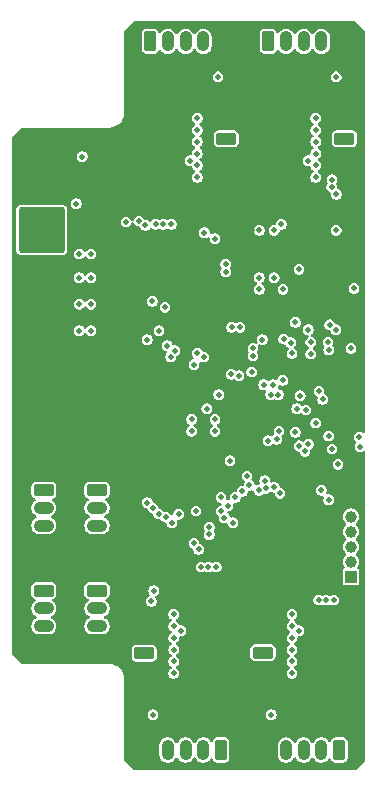
<source format=gbr>
%TF.GenerationSoftware,KiCad,Pcbnew,9.0.2*%
%TF.CreationDate,2025-07-21T23:22:41-07:00*%
%TF.ProjectId,servo-drive,73657276-6f2d-4647-9269-76652e6b6963,rev?*%
%TF.SameCoordinates,Original*%
%TF.FileFunction,Copper,L2,Inr*%
%TF.FilePolarity,Positive*%
%FSLAX46Y46*%
G04 Gerber Fmt 4.6, Leading zero omitted, Abs format (unit mm)*
G04 Created by KiCad (PCBNEW 9.0.2) date 2025-07-21 23:22:41*
%MOMM*%
%LPD*%
G01*
G04 APERTURE LIST*
G04 Aperture macros list*
%AMRoundRect*
0 Rectangle with rounded corners*
0 $1 Rounding radius*
0 $2 $3 $4 $5 $6 $7 $8 $9 X,Y pos of 4 corners*
0 Add a 4 corners polygon primitive as box body*
4,1,4,$2,$3,$4,$5,$6,$7,$8,$9,$2,$3,0*
0 Add four circle primitives for the rounded corners*
1,1,$1+$1,$2,$3*
1,1,$1+$1,$4,$5*
1,1,$1+$1,$6,$7*
1,1,$1+$1,$8,$9*
0 Add four rect primitives between the rounded corners*
20,1,$1+$1,$2,$3,$4,$5,0*
20,1,$1+$1,$4,$5,$6,$7,0*
20,1,$1+$1,$6,$7,$8,$9,0*
20,1,$1+$1,$8,$9,$2,$3,0*%
G04 Aperture macros list end*
%TA.AperFunction,ComponentPad*%
%ADD10RoundRect,0.250000X-0.265000X-0.615000X0.265000X-0.615000X0.265000X0.615000X-0.265000X0.615000X0*%
%TD*%
%TA.AperFunction,ComponentPad*%
%ADD11O,1.030000X1.730000*%
%TD*%
%TA.AperFunction,ComponentPad*%
%ADD12RoundRect,0.250002X-1.699998X1.699998X-1.699998X-1.699998X1.699998X-1.699998X1.699998X1.699998X0*%
%TD*%
%TA.AperFunction,ComponentPad*%
%ADD13C,3.900000*%
%TD*%
%TA.AperFunction,ComponentPad*%
%ADD14RoundRect,0.250000X0.615000X-0.265000X0.615000X0.265000X-0.615000X0.265000X-0.615000X-0.265000X0*%
%TD*%
%TA.AperFunction,ComponentPad*%
%ADD15O,1.730000X1.030000*%
%TD*%
%TA.AperFunction,HeatsinkPad*%
%ADD16C,0.600000*%
%TD*%
%TA.AperFunction,ComponentPad*%
%ADD17RoundRect,0.250000X-0.615000X0.265000X-0.615000X-0.265000X0.615000X-0.265000X0.615000X0.265000X0*%
%TD*%
%TA.AperFunction,ComponentPad*%
%ADD18RoundRect,0.250000X0.265000X0.615000X-0.265000X0.615000X-0.265000X-0.615000X0.265000X-0.615000X0*%
%TD*%
%TA.AperFunction,ComponentPad*%
%ADD19R,1.000000X1.000000*%
%TD*%
%TA.AperFunction,ComponentPad*%
%ADD20C,1.000000*%
%TD*%
%TA.AperFunction,ViaPad*%
%ADD21C,0.508000*%
%TD*%
%TA.AperFunction,ViaPad*%
%ADD22C,0.600000*%
%TD*%
G04 APERTURE END LIST*
D10*
%TO.N,/Driver0/OUTN*%
%TO.C,J6*%
X134500000Y-76500000D03*
D11*
%TO.N,/Driver0/OUTP*%
X136000000Y-76500000D03*
%TO.N,+3V3*%
X137500000Y-76500000D03*
%TO.N,POT0*%
X139000000Y-76500000D03*
%TO.N,GND*%
X140500000Y-76500000D03*
%TD*%
D10*
%TO.N,/Driver1/OUTN*%
%TO.C,J7*%
X144500000Y-76500000D03*
D11*
%TO.N,/Driver1/OUTP*%
X146000000Y-76500000D03*
%TO.N,+3V3*%
X147500000Y-76500000D03*
%TO.N,POT1*%
X149000000Y-76500000D03*
%TO.N,GND*%
X150500000Y-76500000D03*
%TD*%
D12*
%TO.N,Net-(J5-Pin_1)*%
%TO.C,J5*%
X125330000Y-92475000D03*
D13*
%TO.N,GND*%
X125330000Y-100275000D03*
%TD*%
D14*
%TO.N,AI3*%
%TO.C,J14*%
X134000000Y-128300000D03*
D15*
%TO.N,GND*%
X134000000Y-126800000D03*
%TD*%
D16*
%TO.N,GND*%
%TO.C,U1*%
X136300000Y-84800000D03*
X135300000Y-84800000D03*
%TD*%
D17*
%TO.N,AI1*%
%TO.C,J12*%
X150950000Y-84750000D03*
D15*
%TO.N,GND*%
X150950000Y-86250000D03*
%TD*%
D18*
%TO.N,/Driver2/OUTN*%
%TO.C,J8*%
X140500000Y-136500000D03*
D11*
%TO.N,/Driver2/OUTP*%
X139000000Y-136500000D03*
%TO.N,+3V3*%
X137500000Y-136500000D03*
%TO.N,POT2*%
X136000000Y-136500000D03*
%TO.N,GND*%
X134500000Y-136500000D03*
%TD*%
D17*
%TO.N,UART1-TX*%
%TO.C,J3*%
X130000000Y-114500000D03*
D15*
%TO.N,UART1-RX*%
X130000000Y-116000000D03*
%TO.N,+5V*%
X130000000Y-117500000D03*
%TO.N,GND*%
X130000000Y-119000000D03*
%TD*%
D16*
%TO.N,GND*%
%TO.C,U6*%
X146300000Y-84800000D03*
X145300000Y-84800000D03*
%TD*%
D17*
%TO.N,I2C-SCL*%
%TO.C,J2*%
X130000000Y-123000000D03*
D15*
%TO.N,I2C-SDA*%
X130000000Y-124500000D03*
%TO.N,/V-I2C*%
X130000000Y-126000000D03*
%TO.N,GND*%
X130000000Y-127500000D03*
%TD*%
D14*
%TO.N,AI2*%
%TO.C,J13*%
X144050000Y-128250000D03*
D15*
%TO.N,GND*%
X144050000Y-126750000D03*
%TD*%
D17*
%TO.N,UART2-TX*%
%TO.C,J4*%
X125500000Y-114500000D03*
D15*
%TO.N,UART2-RX*%
X125500000Y-116000000D03*
%TO.N,+5V*%
X125500000Y-117500000D03*
%TO.N,GND*%
X125500000Y-119000000D03*
%TD*%
D18*
%TO.N,/Driver3/OUTN*%
%TO.C,J9*%
X150500000Y-136500000D03*
D11*
%TO.N,/Driver3/OUTP*%
X149000000Y-136500000D03*
%TO.N,+3V3*%
X147500000Y-136500000D03*
%TO.N,POT3*%
X146000000Y-136500000D03*
%TO.N,GND*%
X144500000Y-136500000D03*
%TD*%
D17*
%TO.N,I2C-SCL*%
%TO.C,J1*%
X125500000Y-123000000D03*
D15*
%TO.N,I2C-SDA*%
X125500000Y-124500000D03*
%TO.N,/V-I2C*%
X125500000Y-126000000D03*
%TO.N,GND*%
X125500000Y-127500000D03*
%TD*%
D16*
%TO.N,GND*%
%TO.C,U8*%
X138700000Y-128200000D03*
X139700000Y-128200000D03*
%TD*%
%TO.N,GND*%
%TO.C,U10*%
X148700000Y-128200000D03*
X149700000Y-128200000D03*
%TD*%
D19*
%TO.N,+3V3*%
%TO.C,J10*%
X151500000Y-121810000D03*
D20*
%TO.N,nRST*%
X151500000Y-120540000D03*
%TO.N,BOOT0*%
X151500000Y-119270000D03*
%TO.N,SWDIO*%
X151500000Y-118000000D03*
%TO.N,SWCLK*%
X151500000Y-116730000D03*
%TO.N,GND*%
X151500000Y-115460000D03*
%TD*%
D17*
%TO.N,AI0*%
%TO.C,J11*%
X140950000Y-84750000D03*
D15*
%TO.N,GND*%
X140950000Y-86250000D03*
%TD*%
D21*
%TO.N,+3V3*%
X141250000Y-112000000D03*
X138000000Y-109500000D03*
X137900000Y-86600000D03*
X140000000Y-109500000D03*
X134600000Y-123900000D03*
X137100000Y-126400000D03*
X134750000Y-133500000D03*
X150250000Y-79500000D03*
X151750000Y-97420000D03*
X128750000Y-86250000D03*
X151500000Y-102500000D03*
X138000000Y-108500000D03*
X144000000Y-101750000D03*
X147900000Y-86600000D03*
X149000000Y-114500000D03*
X140250000Y-79500000D03*
X144750000Y-133500000D03*
X140000000Y-108500000D03*
X147100000Y-126400000D03*
X144200000Y-113700000D03*
%TO.N,GND*%
X152250000Y-104250000D03*
X132000000Y-103250000D03*
X144750000Y-130750000D03*
D22*
X126500000Y-99200000D03*
D21*
X141250000Y-92500000D03*
X151500000Y-127000000D03*
X141500000Y-127000000D03*
X134500000Y-85000000D03*
X140739336Y-110740104D03*
X150250000Y-82250000D03*
X141500000Y-129000000D03*
X132000000Y-98750000D03*
X129750000Y-86250000D03*
X133500000Y-86000000D03*
X131250000Y-96500000D03*
X140000000Y-112500000D03*
X142500000Y-92500000D03*
X132000000Y-101000000D03*
X138000000Y-112500000D03*
X140250000Y-82250000D03*
D22*
X126500000Y-101400000D03*
D21*
X124250000Y-89135000D03*
X134500000Y-84000000D03*
D22*
X124100000Y-99200000D03*
D21*
X150500000Y-129000000D03*
X138000000Y-111500000D03*
X131250000Y-98750000D03*
X139166085Y-105678243D03*
D22*
X123700000Y-100300000D03*
D21*
X144500000Y-85000000D03*
X132000000Y-96500000D03*
X134250000Y-86000000D03*
X134750000Y-130750000D03*
X144250000Y-86000000D03*
X151750000Y-94500000D03*
X141500000Y-128000000D03*
X125750000Y-89135000D03*
X145000000Y-101750000D03*
X150500000Y-128000000D03*
X131250000Y-101000000D03*
X140500000Y-128000000D03*
D22*
X126900000Y-100300000D03*
X124200000Y-101400000D03*
D21*
X132750000Y-104500000D03*
X143500000Y-84000000D03*
X146000000Y-119750000D03*
X151500000Y-128000000D03*
X151500000Y-129000000D03*
X143500000Y-86000000D03*
X133500000Y-84000000D03*
X132750000Y-103750000D03*
X133500000Y-85000000D03*
X140500000Y-129000000D03*
D22*
X125300000Y-101900000D03*
D21*
X143500000Y-85000000D03*
X140750000Y-127000000D03*
X147999169Y-114500896D03*
X140000000Y-111500000D03*
D22*
X125300000Y-98700000D03*
D21*
X131250000Y-103250000D03*
X150750000Y-127000000D03*
X144500000Y-84000000D03*
X143113997Y-92500000D03*
%TO.N,+BATT*%
X138500000Y-86000000D03*
X148500000Y-85000000D03*
X129500000Y-98750000D03*
X136500000Y-127000000D03*
X128250000Y-90250000D03*
X146500000Y-129000000D03*
X148500000Y-86000000D03*
X138500000Y-88000000D03*
X128500000Y-98750000D03*
X129500000Y-101000000D03*
X138500000Y-83000000D03*
X129500000Y-94500000D03*
X138500000Y-84000000D03*
X136500000Y-129000000D03*
X148500000Y-84000000D03*
X148500000Y-83000000D03*
X148500000Y-88000000D03*
X128500000Y-96500000D03*
X129500000Y-96500000D03*
X146500000Y-128000000D03*
X136500000Y-125000000D03*
X138500000Y-85000000D03*
X146500000Y-127000000D03*
X138500000Y-87000000D03*
X136500000Y-128000000D03*
X146500000Y-130000000D03*
X136500000Y-126000000D03*
X128500000Y-101000000D03*
X146500000Y-125000000D03*
X128500000Y-94500000D03*
X148500000Y-87000000D03*
X136500000Y-130000000D03*
X146500000Y-126000000D03*
%TO.N,VREF*%
X149100000Y-106800000D03*
X139500000Y-118250000D03*
X140300000Y-106400000D03*
X139300000Y-107600000D03*
X140000000Y-93200000D03*
X138200000Y-119000000D03*
X145000000Y-92500000D03*
%TO.N,I2C-SCL*%
X145200000Y-110200000D03*
X140500000Y-115100000D03*
%TO.N,/V-I2C*%
X134800000Y-123000000D03*
%TO.N,I2C-SDA*%
X141100000Y-115800000D03*
X144500000Y-110300000D03*
%TO.N,UART1-RX*%
X145400000Y-109500000D03*
X141700000Y-115100000D03*
%TO.N,UART1-TX*%
X146800000Y-109600000D03*
X142300000Y-114600000D03*
%TO.N,UART2-RX*%
X142900000Y-114100000D03*
X147106763Y-110741803D03*
%TO.N,UART2-TX*%
X142700000Y-113300000D03*
X147900000Y-110600000D03*
D22*
%TO.N,Net-(J5-Pin_1)*%
X126900000Y-90900000D03*
X125400000Y-90900000D03*
X123700000Y-94100000D03*
X123700000Y-90900000D03*
X125300000Y-94100000D03*
X126900000Y-94100000D03*
X126900000Y-92500000D03*
X123700000Y-92500000D03*
D21*
%TO.N,POT2*%
X135227224Y-116522780D03*
X134250000Y-101750000D03*
%TO.N,POT3*%
X136328041Y-117236184D03*
X135250000Y-101000000D03*
%TO.N,SWDIO*%
X150400000Y-112300000D03*
X145800000Y-101700000D03*
X149553224Y-101941797D03*
%TO.N,SWCLK*%
X143700000Y-114500000D03*
X144100000Y-105557000D03*
%TO.N,BOOT0*%
X149600000Y-115300000D03*
X147600000Y-111200000D03*
%TO.N,AI0*%
X143750000Y-92500000D03*
X150250000Y-92500000D03*
%TO.N,AI2*%
X143750000Y-97500000D03*
X136905000Y-116526852D03*
X145750000Y-97500000D03*
X135750000Y-99000000D03*
%TO.N,AI3*%
X134692000Y-98500000D03*
X143750000Y-96500000D03*
X135815100Y-116765470D03*
X145000000Y-96500000D03*
%TO.N,VSNS-BAT*%
X147700000Y-107700000D03*
X140900000Y-96000000D03*
%TO.N,D0-INN*%
X148096317Y-102974713D03*
X145709231Y-105207000D03*
X134963997Y-92000000D03*
X138200000Y-103857000D03*
%TO.N,D0-INP*%
X138500000Y-102900000D03*
X146385000Y-102010000D03*
X135600000Y-92000000D03*
X143200000Y-102500000D03*
%TO.N,D0-MODE*%
X143200000Y-103136003D03*
X139045367Y-103227220D03*
X136300000Y-92000000D03*
X149600000Y-102600000D03*
%TO.N,AI-SEL-B*%
X141372651Y-104695442D03*
X141400000Y-100700000D03*
%TO.N,D1-INP*%
X149882000Y-88835748D03*
X144900000Y-105557000D03*
%TO.N,D2-INN*%
X140100000Y-121000000D03*
X136598922Y-102682055D03*
%TO.N,D1-INN*%
X148100000Y-101957000D03*
X149700000Y-100500000D03*
X150257000Y-89452151D03*
X147900000Y-100900000D03*
%TO.N,D2-INP*%
X139436003Y-121000000D03*
X148800000Y-106100000D03*
X136227000Y-103197972D03*
X143100000Y-104500000D03*
%TO.N,Net-(U13-Y)*%
X147100000Y-95800000D03*
X152200000Y-110000000D03*
%TO.N,ISNS0*%
X139100000Y-92700000D03*
X148500000Y-108800000D03*
%TO.N,Net-(U13-X)*%
X146800000Y-100300000D03*
X152300000Y-110800000D03*
%TO.N,ISNS2*%
X138600000Y-119500000D03*
X149600000Y-109900000D03*
%TO.N,ISNS1*%
X146900000Y-107600000D03*
X145600000Y-92000000D03*
%TO.N,D3-MODE*%
X148763997Y-123800000D03*
X145342999Y-106402000D03*
%TO.N,D2-MODE*%
X135948000Y-102250000D03*
X138800000Y-121000000D03*
%TO.N,AI-SEL-A*%
X142000000Y-104800000D03*
X142100000Y-100700000D03*
%TO.N,ISNS3*%
X139507647Y-117611350D03*
X149900000Y-111000000D03*
%TO.N,D3-INN*%
X150036003Y-123800000D03*
X146514000Y-102924000D03*
%TO.N,D1-MODE*%
X150200000Y-100900000D03*
X149900000Y-88200000D03*
%TO.N,ISNS-BAT*%
X147200000Y-106500000D03*
X140900000Y-95363997D03*
%TO.N,D3-INP*%
X144707007Y-106398292D03*
X149400000Y-123800000D03*
%TO.N,LED3*%
X138377001Y-116250000D03*
X145500000Y-114750000D03*
X141500000Y-117250000D03*
X134099743Y-92065801D03*
%TO.N,LED1*%
X132452011Y-91797989D03*
X140500000Y-116257000D03*
X134261442Y-115557000D03*
X144311768Y-114326104D03*
%TO.N,LED2*%
X134750000Y-116000000D03*
X145014924Y-114269245D03*
X140787646Y-116824238D03*
X133568858Y-91715571D03*
%TD*%
%TA.AperFunction,Conductor*%
%TO.N,GND*%
G36*
X151891206Y-74820185D02*
G01*
X151911848Y-74836819D01*
X152663181Y-75588152D01*
X152696666Y-75649475D01*
X152699500Y-75675833D01*
X152699500Y-109557377D01*
X152679815Y-109624416D01*
X152627011Y-109670171D01*
X152557853Y-109680115D01*
X152494297Y-109651090D01*
X152487819Y-109645058D01*
X152479072Y-109636311D01*
X152479070Y-109636309D01*
X152375431Y-109576473D01*
X152259836Y-109545500D01*
X152140164Y-109545500D01*
X152024569Y-109576473D01*
X152024566Y-109576474D01*
X151920933Y-109636307D01*
X151920927Y-109636311D01*
X151836311Y-109720927D01*
X151836307Y-109720933D01*
X151776474Y-109824566D01*
X151776473Y-109824569D01*
X151745500Y-109940164D01*
X151745500Y-110059836D01*
X151767024Y-110140164D01*
X151776473Y-110175430D01*
X151776474Y-110175433D01*
X151777075Y-110176474D01*
X151836309Y-110279070D01*
X151836311Y-110279072D01*
X151921006Y-110363767D01*
X151954491Y-110425090D01*
X151949507Y-110494782D01*
X151939287Y-110513264D01*
X151940373Y-110513891D01*
X151876474Y-110624566D01*
X151876473Y-110624569D01*
X151845500Y-110740164D01*
X151845500Y-110859836D01*
X151876473Y-110975431D01*
X151936309Y-111079070D01*
X152020930Y-111163691D01*
X152124569Y-111223527D01*
X152240164Y-111254500D01*
X152240166Y-111254500D01*
X152359834Y-111254500D01*
X152359836Y-111254500D01*
X152475431Y-111223527D01*
X152513501Y-111201547D01*
X152581398Y-111185074D01*
X152647426Y-111207926D01*
X152690617Y-111262846D01*
X152699500Y-111308934D01*
X152699500Y-137324167D01*
X152679815Y-137391206D01*
X152663181Y-137411848D01*
X151911848Y-138163181D01*
X151850525Y-138196666D01*
X151824167Y-138199500D01*
X133175833Y-138199500D01*
X133108794Y-138179815D01*
X133088152Y-138163181D01*
X132336819Y-137411848D01*
X132303334Y-137350525D01*
X132300500Y-137324167D01*
X132300500Y-136079524D01*
X135284500Y-136079524D01*
X135284500Y-136920475D01*
X135311994Y-137058696D01*
X135311996Y-137058704D01*
X135365930Y-137188913D01*
X135365935Y-137188922D01*
X135444234Y-137306104D01*
X135444237Y-137306108D01*
X135543891Y-137405762D01*
X135543895Y-137405765D01*
X135661077Y-137484064D01*
X135661083Y-137484067D01*
X135661084Y-137484068D01*
X135791296Y-137538004D01*
X135915181Y-137562646D01*
X135929524Y-137565499D01*
X135929528Y-137565500D01*
X135929529Y-137565500D01*
X136070472Y-137565500D01*
X136070473Y-137565499D01*
X136208704Y-137538004D01*
X136338916Y-137484068D01*
X136456105Y-137405765D01*
X136555765Y-137306105D01*
X136634068Y-137188916D01*
X136635438Y-137185609D01*
X136636618Y-137184144D01*
X136636938Y-137183546D01*
X136637051Y-137183606D01*
X136679278Y-137131204D01*
X136745571Y-137109138D01*
X136813271Y-137126416D01*
X136860883Y-137177552D01*
X136864562Y-137185609D01*
X136865930Y-137188912D01*
X136865935Y-137188922D01*
X136944234Y-137306104D01*
X136944237Y-137306108D01*
X137043891Y-137405762D01*
X137043895Y-137405765D01*
X137161077Y-137484064D01*
X137161083Y-137484067D01*
X137161084Y-137484068D01*
X137291296Y-137538004D01*
X137415181Y-137562646D01*
X137429524Y-137565499D01*
X137429528Y-137565500D01*
X137429529Y-137565500D01*
X137570472Y-137565500D01*
X137570473Y-137565499D01*
X137708704Y-137538004D01*
X137838916Y-137484068D01*
X137956105Y-137405765D01*
X138055765Y-137306105D01*
X138134068Y-137188916D01*
X138135438Y-137185609D01*
X138136618Y-137184144D01*
X138136938Y-137183546D01*
X138137051Y-137183606D01*
X138179278Y-137131204D01*
X138245571Y-137109138D01*
X138313271Y-137126416D01*
X138360883Y-137177552D01*
X138364562Y-137185609D01*
X138365930Y-137188912D01*
X138365935Y-137188922D01*
X138444234Y-137306104D01*
X138444237Y-137306108D01*
X138543891Y-137405762D01*
X138543895Y-137405765D01*
X138661077Y-137484064D01*
X138661083Y-137484067D01*
X138661084Y-137484068D01*
X138791296Y-137538004D01*
X138915181Y-137562646D01*
X138929524Y-137565499D01*
X138929528Y-137565500D01*
X138929529Y-137565500D01*
X139070472Y-137565500D01*
X139070473Y-137565499D01*
X139208704Y-137538004D01*
X139338916Y-137484068D01*
X139456105Y-137405765D01*
X139555765Y-137306105D01*
X139594128Y-137248689D01*
X139647739Y-137203886D01*
X139717064Y-137195178D01*
X139780092Y-137225332D01*
X139814271Y-137276625D01*
X139824588Y-137306108D01*
X139832207Y-137327882D01*
X139912850Y-137437150D01*
X140022118Y-137517793D01*
X140064845Y-137532744D01*
X140150299Y-137562646D01*
X140180730Y-137565500D01*
X140180734Y-137565500D01*
X140819270Y-137565500D01*
X140849699Y-137562646D01*
X140849701Y-137562646D01*
X140913790Y-137540219D01*
X140977882Y-137517793D01*
X141087150Y-137437150D01*
X141167793Y-137327882D01*
X141203677Y-137225332D01*
X141212646Y-137199701D01*
X141212646Y-137199699D01*
X141215500Y-137169269D01*
X141215500Y-136079524D01*
X145284500Y-136079524D01*
X145284500Y-136920475D01*
X145311994Y-137058696D01*
X145311996Y-137058704D01*
X145365930Y-137188913D01*
X145365935Y-137188922D01*
X145444234Y-137306104D01*
X145444237Y-137306108D01*
X145543891Y-137405762D01*
X145543895Y-137405765D01*
X145661077Y-137484064D01*
X145661083Y-137484067D01*
X145661084Y-137484068D01*
X145791296Y-137538004D01*
X145915181Y-137562646D01*
X145929524Y-137565499D01*
X145929528Y-137565500D01*
X145929529Y-137565500D01*
X146070472Y-137565500D01*
X146070473Y-137565499D01*
X146208704Y-137538004D01*
X146338916Y-137484068D01*
X146456105Y-137405765D01*
X146555765Y-137306105D01*
X146634068Y-137188916D01*
X146635438Y-137185609D01*
X146636618Y-137184144D01*
X146636938Y-137183546D01*
X146637051Y-137183606D01*
X146679278Y-137131204D01*
X146745571Y-137109138D01*
X146813271Y-137126416D01*
X146860883Y-137177552D01*
X146864562Y-137185609D01*
X146865930Y-137188912D01*
X146865935Y-137188922D01*
X146944234Y-137306104D01*
X146944237Y-137306108D01*
X147043891Y-137405762D01*
X147043895Y-137405765D01*
X147161077Y-137484064D01*
X147161083Y-137484067D01*
X147161084Y-137484068D01*
X147291296Y-137538004D01*
X147415181Y-137562646D01*
X147429524Y-137565499D01*
X147429528Y-137565500D01*
X147429529Y-137565500D01*
X147570472Y-137565500D01*
X147570473Y-137565499D01*
X147708704Y-137538004D01*
X147838916Y-137484068D01*
X147956105Y-137405765D01*
X148055765Y-137306105D01*
X148134068Y-137188916D01*
X148135438Y-137185609D01*
X148136618Y-137184144D01*
X148136938Y-137183546D01*
X148137051Y-137183606D01*
X148179278Y-137131204D01*
X148245571Y-137109138D01*
X148313271Y-137126416D01*
X148360883Y-137177552D01*
X148364562Y-137185609D01*
X148365930Y-137188912D01*
X148365935Y-137188922D01*
X148444234Y-137306104D01*
X148444237Y-137306108D01*
X148543891Y-137405762D01*
X148543895Y-137405765D01*
X148661077Y-137484064D01*
X148661083Y-137484067D01*
X148661084Y-137484068D01*
X148791296Y-137538004D01*
X148915181Y-137562646D01*
X148929524Y-137565499D01*
X148929528Y-137565500D01*
X148929529Y-137565500D01*
X149070472Y-137565500D01*
X149070473Y-137565499D01*
X149208704Y-137538004D01*
X149338916Y-137484068D01*
X149456105Y-137405765D01*
X149555765Y-137306105D01*
X149594128Y-137248689D01*
X149647739Y-137203886D01*
X149717064Y-137195178D01*
X149780092Y-137225332D01*
X149814271Y-137276625D01*
X149824588Y-137306108D01*
X149832207Y-137327882D01*
X149912850Y-137437150D01*
X150022118Y-137517793D01*
X150064845Y-137532744D01*
X150150299Y-137562646D01*
X150180730Y-137565500D01*
X150180734Y-137565500D01*
X150819270Y-137565500D01*
X150849699Y-137562646D01*
X150849701Y-137562646D01*
X150913790Y-137540219D01*
X150977882Y-137517793D01*
X151087150Y-137437150D01*
X151167793Y-137327882D01*
X151203677Y-137225332D01*
X151212646Y-137199701D01*
X151212646Y-137199699D01*
X151215500Y-137169269D01*
X151215500Y-135830730D01*
X151212646Y-135800300D01*
X151212646Y-135800298D01*
X151167793Y-135672119D01*
X151167792Y-135672117D01*
X151087150Y-135562850D01*
X150977882Y-135482207D01*
X150977880Y-135482206D01*
X150849700Y-135437353D01*
X150819270Y-135434500D01*
X150819266Y-135434500D01*
X150180734Y-135434500D01*
X150180730Y-135434500D01*
X150150300Y-135437353D01*
X150150298Y-135437353D01*
X150022119Y-135482206D01*
X150022117Y-135482207D01*
X149912850Y-135562850D01*
X149832208Y-135672116D01*
X149814271Y-135723375D01*
X149773548Y-135780150D01*
X149708595Y-135805896D01*
X149640033Y-135792439D01*
X149594128Y-135751309D01*
X149555765Y-135693894D01*
X149456108Y-135594237D01*
X149456104Y-135594234D01*
X149338922Y-135515935D01*
X149338913Y-135515930D01*
X149208704Y-135461996D01*
X149208696Y-135461994D01*
X149070475Y-135434500D01*
X149070471Y-135434500D01*
X148929529Y-135434500D01*
X148929524Y-135434500D01*
X148791303Y-135461994D01*
X148791295Y-135461996D01*
X148661086Y-135515930D01*
X148661077Y-135515935D01*
X148543895Y-135594234D01*
X148543891Y-135594237D01*
X148444237Y-135693891D01*
X148444234Y-135693895D01*
X148365935Y-135811077D01*
X148365929Y-135811089D01*
X148364560Y-135814395D01*
X148363379Y-135815859D01*
X148363062Y-135816454D01*
X148362949Y-135816393D01*
X148320718Y-135868797D01*
X148254424Y-135890861D01*
X148186725Y-135873581D01*
X148139115Y-135822443D01*
X148135440Y-135814395D01*
X148134070Y-135811089D01*
X148134068Y-135811084D01*
X148134066Y-135811081D01*
X148134064Y-135811077D01*
X148055765Y-135693895D01*
X148055762Y-135693891D01*
X147956108Y-135594237D01*
X147956104Y-135594234D01*
X147838922Y-135515935D01*
X147838913Y-135515930D01*
X147708704Y-135461996D01*
X147708696Y-135461994D01*
X147570475Y-135434500D01*
X147570471Y-135434500D01*
X147429529Y-135434500D01*
X147429524Y-135434500D01*
X147291303Y-135461994D01*
X147291295Y-135461996D01*
X147161086Y-135515930D01*
X147161077Y-135515935D01*
X147043895Y-135594234D01*
X147043891Y-135594237D01*
X146944237Y-135693891D01*
X146944234Y-135693895D01*
X146865935Y-135811077D01*
X146865929Y-135811089D01*
X146864560Y-135814395D01*
X146863379Y-135815859D01*
X146863062Y-135816454D01*
X146862949Y-135816393D01*
X146820718Y-135868797D01*
X146754424Y-135890861D01*
X146686725Y-135873581D01*
X146639115Y-135822443D01*
X146635440Y-135814395D01*
X146634070Y-135811089D01*
X146634068Y-135811084D01*
X146634066Y-135811081D01*
X146634064Y-135811077D01*
X146555765Y-135693895D01*
X146555762Y-135693891D01*
X146456108Y-135594237D01*
X146456104Y-135594234D01*
X146338922Y-135515935D01*
X146338913Y-135515930D01*
X146208704Y-135461996D01*
X146208696Y-135461994D01*
X146070475Y-135434500D01*
X146070471Y-135434500D01*
X145929529Y-135434500D01*
X145929524Y-135434500D01*
X145791303Y-135461994D01*
X145791295Y-135461996D01*
X145661086Y-135515930D01*
X145661077Y-135515935D01*
X145543895Y-135594234D01*
X145543891Y-135594237D01*
X145444237Y-135693891D01*
X145444234Y-135693895D01*
X145365935Y-135811077D01*
X145365930Y-135811086D01*
X145311996Y-135941295D01*
X145311994Y-135941303D01*
X145284500Y-136079524D01*
X141215500Y-136079524D01*
X141215500Y-135830730D01*
X141212646Y-135800300D01*
X141212646Y-135800298D01*
X141167793Y-135672119D01*
X141167792Y-135672117D01*
X141087150Y-135562850D01*
X140977882Y-135482207D01*
X140977880Y-135482206D01*
X140849700Y-135437353D01*
X140819270Y-135434500D01*
X140819266Y-135434500D01*
X140180734Y-135434500D01*
X140180730Y-135434500D01*
X140150300Y-135437353D01*
X140150298Y-135437353D01*
X140022119Y-135482206D01*
X140022117Y-135482207D01*
X139912850Y-135562850D01*
X139832208Y-135672116D01*
X139814271Y-135723375D01*
X139773548Y-135780150D01*
X139708595Y-135805896D01*
X139640033Y-135792439D01*
X139594128Y-135751309D01*
X139555765Y-135693894D01*
X139456108Y-135594237D01*
X139456104Y-135594234D01*
X139338922Y-135515935D01*
X139338913Y-135515930D01*
X139208704Y-135461996D01*
X139208696Y-135461994D01*
X139070475Y-135434500D01*
X139070471Y-135434500D01*
X138929529Y-135434500D01*
X138929524Y-135434500D01*
X138791303Y-135461994D01*
X138791295Y-135461996D01*
X138661086Y-135515930D01*
X138661077Y-135515935D01*
X138543895Y-135594234D01*
X138543891Y-135594237D01*
X138444237Y-135693891D01*
X138444234Y-135693895D01*
X138365935Y-135811077D01*
X138365929Y-135811089D01*
X138364560Y-135814395D01*
X138363379Y-135815859D01*
X138363062Y-135816454D01*
X138362949Y-135816393D01*
X138320718Y-135868797D01*
X138254424Y-135890861D01*
X138186725Y-135873581D01*
X138139115Y-135822443D01*
X138135440Y-135814395D01*
X138134070Y-135811089D01*
X138134068Y-135811084D01*
X138134066Y-135811081D01*
X138134064Y-135811077D01*
X138055765Y-135693895D01*
X138055762Y-135693891D01*
X137956108Y-135594237D01*
X137956104Y-135594234D01*
X137838922Y-135515935D01*
X137838913Y-135515930D01*
X137708704Y-135461996D01*
X137708696Y-135461994D01*
X137570475Y-135434500D01*
X137570471Y-135434500D01*
X137429529Y-135434500D01*
X137429524Y-135434500D01*
X137291303Y-135461994D01*
X137291295Y-135461996D01*
X137161086Y-135515930D01*
X137161077Y-135515935D01*
X137043895Y-135594234D01*
X137043891Y-135594237D01*
X136944237Y-135693891D01*
X136944234Y-135693895D01*
X136865935Y-135811077D01*
X136865929Y-135811089D01*
X136864560Y-135814395D01*
X136863379Y-135815859D01*
X136863062Y-135816454D01*
X136862949Y-135816393D01*
X136820718Y-135868797D01*
X136754424Y-135890861D01*
X136686725Y-135873581D01*
X136639115Y-135822443D01*
X136635440Y-135814395D01*
X136634070Y-135811089D01*
X136634068Y-135811084D01*
X136634066Y-135811081D01*
X136634064Y-135811077D01*
X136555765Y-135693895D01*
X136555762Y-135693891D01*
X136456108Y-135594237D01*
X136456104Y-135594234D01*
X136338922Y-135515935D01*
X136338913Y-135515930D01*
X136208704Y-135461996D01*
X136208696Y-135461994D01*
X136070475Y-135434500D01*
X136070471Y-135434500D01*
X135929529Y-135434500D01*
X135929524Y-135434500D01*
X135791303Y-135461994D01*
X135791295Y-135461996D01*
X135661086Y-135515930D01*
X135661077Y-135515935D01*
X135543895Y-135594234D01*
X135543891Y-135594237D01*
X135444237Y-135693891D01*
X135444234Y-135693895D01*
X135365935Y-135811077D01*
X135365930Y-135811086D01*
X135311996Y-135941295D01*
X135311994Y-135941303D01*
X135284500Y-136079524D01*
X132300500Y-136079524D01*
X132300500Y-133440164D01*
X134295500Y-133440164D01*
X134295500Y-133559836D01*
X134326473Y-133675431D01*
X134386309Y-133779070D01*
X134470930Y-133863691D01*
X134574569Y-133923527D01*
X134690164Y-133954500D01*
X134690166Y-133954500D01*
X134809834Y-133954500D01*
X134809836Y-133954500D01*
X134925431Y-133923527D01*
X135029070Y-133863691D01*
X135113691Y-133779070D01*
X135173527Y-133675431D01*
X135204500Y-133559836D01*
X135204500Y-133440164D01*
X144295500Y-133440164D01*
X144295500Y-133559836D01*
X144326473Y-133675431D01*
X144386309Y-133779070D01*
X144470930Y-133863691D01*
X144574569Y-133923527D01*
X144690164Y-133954500D01*
X144690166Y-133954500D01*
X144809834Y-133954500D01*
X144809836Y-133954500D01*
X144925431Y-133923527D01*
X145029070Y-133863691D01*
X145113691Y-133779070D01*
X145173527Y-133675431D01*
X145204500Y-133559836D01*
X145204500Y-133440164D01*
X145173527Y-133324569D01*
X145113691Y-133220930D01*
X145029070Y-133136309D01*
X144925431Y-133076473D01*
X144809836Y-133045500D01*
X144690164Y-133045500D01*
X144574569Y-133076473D01*
X144574566Y-133076474D01*
X144470933Y-133136307D01*
X144470927Y-133136311D01*
X144386311Y-133220927D01*
X144386307Y-133220933D01*
X144326474Y-133324566D01*
X144326473Y-133324569D01*
X144295500Y-133440164D01*
X135204500Y-133440164D01*
X135173527Y-133324569D01*
X135113691Y-133220930D01*
X135029070Y-133136309D01*
X134925431Y-133076473D01*
X134809836Y-133045500D01*
X134690164Y-133045500D01*
X134574569Y-133076473D01*
X134574566Y-133076474D01*
X134470933Y-133136307D01*
X134470927Y-133136311D01*
X134386311Y-133220927D01*
X134386307Y-133220933D01*
X134326474Y-133324566D01*
X134326473Y-133324569D01*
X134295500Y-133440164D01*
X132300500Y-133440164D01*
X132300500Y-130397648D01*
X132268477Y-130195465D01*
X132205218Y-130000776D01*
X132163238Y-129918387D01*
X132112287Y-129818390D01*
X132084411Y-129780022D01*
X131991971Y-129652786D01*
X131847213Y-129508028D01*
X131681613Y-129387715D01*
X131681612Y-129387714D01*
X131681610Y-129387713D01*
X131624653Y-129358691D01*
X131499223Y-129294781D01*
X131304534Y-129231522D01*
X131129995Y-129203878D01*
X131102352Y-129199500D01*
X131102351Y-129199500D01*
X123675833Y-129199500D01*
X123608794Y-129179815D01*
X123588152Y-129163181D01*
X122836819Y-128411848D01*
X122803334Y-128350525D01*
X122800500Y-128324167D01*
X122800500Y-127980730D01*
X132934500Y-127980730D01*
X132934500Y-128619269D01*
X132937353Y-128649699D01*
X132937353Y-128649701D01*
X132982206Y-128777880D01*
X132982207Y-128777882D01*
X133062850Y-128887150D01*
X133172118Y-128967793D01*
X133214845Y-128982744D01*
X133300299Y-129012646D01*
X133330730Y-129015500D01*
X133330734Y-129015500D01*
X134669270Y-129015500D01*
X134699699Y-129012646D01*
X134699701Y-129012646D01*
X134763790Y-128990219D01*
X134827882Y-128967793D01*
X134937150Y-128887150D01*
X135017793Y-128777882D01*
X135050465Y-128684511D01*
X135062646Y-128649701D01*
X135062646Y-128649699D01*
X135065500Y-128619269D01*
X135065500Y-127980730D01*
X135062646Y-127950300D01*
X135062646Y-127950298D01*
X135029006Y-127854163D01*
X135017793Y-127822118D01*
X134937150Y-127712850D01*
X134827882Y-127632207D01*
X134827880Y-127632206D01*
X134699700Y-127587353D01*
X134669270Y-127584500D01*
X134669266Y-127584500D01*
X133330734Y-127584500D01*
X133330730Y-127584500D01*
X133300300Y-127587353D01*
X133300298Y-127587353D01*
X133172119Y-127632206D01*
X133172117Y-127632207D01*
X133062850Y-127712850D01*
X132982207Y-127822117D01*
X132982206Y-127822119D01*
X132937353Y-127950298D01*
X132937353Y-127950300D01*
X132934500Y-127980730D01*
X122800500Y-127980730D01*
X122800500Y-122680730D01*
X124434500Y-122680730D01*
X124434500Y-123319269D01*
X124437353Y-123349699D01*
X124437353Y-123349701D01*
X124481714Y-123476473D01*
X124482207Y-123477882D01*
X124562850Y-123587150D01*
X124672118Y-123667793D01*
X124706718Y-123679900D01*
X124723373Y-123685728D01*
X124780149Y-123726450D01*
X124805896Y-123791402D01*
X124792439Y-123859964D01*
X124751310Y-123905871D01*
X124693891Y-123944237D01*
X124594237Y-124043891D01*
X124594234Y-124043895D01*
X124515935Y-124161077D01*
X124515930Y-124161086D01*
X124461996Y-124291295D01*
X124461994Y-124291303D01*
X124434500Y-124429524D01*
X124434500Y-124570475D01*
X124461994Y-124708696D01*
X124461996Y-124708704D01*
X124515930Y-124838913D01*
X124515935Y-124838922D01*
X124594234Y-124956104D01*
X124594237Y-124956108D01*
X124693891Y-125055762D01*
X124693895Y-125055765D01*
X124811077Y-125134064D01*
X124811081Y-125134066D01*
X124811084Y-125134068D01*
X124811089Y-125134070D01*
X124814395Y-125135440D01*
X124815859Y-125136620D01*
X124816454Y-125136938D01*
X124816393Y-125137050D01*
X124868797Y-125179282D01*
X124890861Y-125245576D01*
X124873581Y-125313275D01*
X124822443Y-125360885D01*
X124814395Y-125364560D01*
X124811089Y-125365929D01*
X124811077Y-125365935D01*
X124693895Y-125444234D01*
X124693891Y-125444237D01*
X124594237Y-125543891D01*
X124594234Y-125543895D01*
X124515935Y-125661077D01*
X124515930Y-125661086D01*
X124461996Y-125791295D01*
X124461994Y-125791303D01*
X124434500Y-125929524D01*
X124434500Y-126070475D01*
X124461994Y-126208696D01*
X124461996Y-126208704D01*
X124515930Y-126338913D01*
X124515935Y-126338922D01*
X124594234Y-126456104D01*
X124594237Y-126456108D01*
X124693891Y-126555762D01*
X124693895Y-126555765D01*
X124811077Y-126634064D01*
X124811083Y-126634067D01*
X124811084Y-126634068D01*
X124941296Y-126688004D01*
X125079524Y-126715499D01*
X125079528Y-126715500D01*
X125079529Y-126715500D01*
X125920472Y-126715500D01*
X125920473Y-126715499D01*
X126058704Y-126688004D01*
X126188916Y-126634068D01*
X126306105Y-126555765D01*
X126405765Y-126456105D01*
X126484068Y-126338916D01*
X126538004Y-126208704D01*
X126565500Y-126070471D01*
X126565500Y-125929529D01*
X126538004Y-125791296D01*
X126484068Y-125661084D01*
X126484067Y-125661083D01*
X126484064Y-125661077D01*
X126405765Y-125543895D01*
X126405762Y-125543891D01*
X126306108Y-125444237D01*
X126306104Y-125444234D01*
X126188922Y-125365935D01*
X126188912Y-125365930D01*
X126185609Y-125364562D01*
X126184144Y-125363381D01*
X126183546Y-125363062D01*
X126183606Y-125362948D01*
X126131204Y-125320722D01*
X126109138Y-125254429D01*
X126126416Y-125186729D01*
X126177552Y-125139117D01*
X126185609Y-125135438D01*
X126186334Y-125135137D01*
X126188916Y-125134068D01*
X126306105Y-125055765D01*
X126405765Y-124956105D01*
X126484068Y-124838916D01*
X126538004Y-124708704D01*
X126565500Y-124570471D01*
X126565500Y-124429529D01*
X126538004Y-124291296D01*
X126491518Y-124179070D01*
X126484069Y-124161086D01*
X126484064Y-124161077D01*
X126405765Y-124043895D01*
X126405762Y-124043891D01*
X126306108Y-123944237D01*
X126306104Y-123944234D01*
X126248690Y-123905871D01*
X126203885Y-123852259D01*
X126195178Y-123782934D01*
X126225333Y-123719906D01*
X126276622Y-123685729D01*
X126327882Y-123667793D01*
X126437150Y-123587150D01*
X126517793Y-123477882D01*
X126540219Y-123413790D01*
X126562646Y-123349701D01*
X126562646Y-123349699D01*
X126565500Y-123319269D01*
X126565500Y-122680730D01*
X128934500Y-122680730D01*
X128934500Y-123319269D01*
X128937353Y-123349699D01*
X128937353Y-123349701D01*
X128981714Y-123476473D01*
X128982207Y-123477882D01*
X129062850Y-123587150D01*
X129172118Y-123667793D01*
X129206718Y-123679900D01*
X129223373Y-123685728D01*
X129280149Y-123726450D01*
X129305896Y-123791402D01*
X129292439Y-123859964D01*
X129251310Y-123905871D01*
X129193891Y-123944237D01*
X129094237Y-124043891D01*
X129094234Y-124043895D01*
X129015935Y-124161077D01*
X129015930Y-124161086D01*
X128961996Y-124291295D01*
X128961994Y-124291303D01*
X128934500Y-124429524D01*
X128934500Y-124570475D01*
X128961994Y-124708696D01*
X128961996Y-124708704D01*
X129015930Y-124838913D01*
X129015935Y-124838922D01*
X129094234Y-124956104D01*
X129094237Y-124956108D01*
X129193891Y-125055762D01*
X129193895Y-125055765D01*
X129311077Y-125134064D01*
X129311081Y-125134066D01*
X129311084Y-125134068D01*
X129311089Y-125134070D01*
X129314395Y-125135440D01*
X129315859Y-125136620D01*
X129316454Y-125136938D01*
X129316393Y-125137050D01*
X129368797Y-125179282D01*
X129390861Y-125245576D01*
X129373581Y-125313275D01*
X129322443Y-125360885D01*
X129314395Y-125364560D01*
X129311089Y-125365929D01*
X129311077Y-125365935D01*
X129193895Y-125444234D01*
X129193891Y-125444237D01*
X129094237Y-125543891D01*
X129094234Y-125543895D01*
X129015935Y-125661077D01*
X129015930Y-125661086D01*
X128961996Y-125791295D01*
X128961994Y-125791303D01*
X128934500Y-125929524D01*
X128934500Y-126070475D01*
X128961994Y-126208696D01*
X128961996Y-126208704D01*
X129015930Y-126338913D01*
X129015935Y-126338922D01*
X129094234Y-126456104D01*
X129094237Y-126456108D01*
X129193891Y-126555762D01*
X129193895Y-126555765D01*
X129311077Y-126634064D01*
X129311083Y-126634067D01*
X129311084Y-126634068D01*
X129441296Y-126688004D01*
X129579524Y-126715499D01*
X129579528Y-126715500D01*
X129579529Y-126715500D01*
X130420472Y-126715500D01*
X130420473Y-126715499D01*
X130558704Y-126688004D01*
X130688916Y-126634068D01*
X130806105Y-126555765D01*
X130905765Y-126456105D01*
X130984068Y-126338916D01*
X131038004Y-126208704D01*
X131065500Y-126070471D01*
X131065500Y-125929529D01*
X131038004Y-125791296D01*
X130984068Y-125661084D01*
X130984067Y-125661083D01*
X130984064Y-125661077D01*
X130905765Y-125543895D01*
X130905762Y-125543891D01*
X130806108Y-125444237D01*
X130806104Y-125444234D01*
X130688922Y-125365935D01*
X130688912Y-125365930D01*
X130685609Y-125364562D01*
X130684144Y-125363381D01*
X130683546Y-125363062D01*
X130683606Y-125362948D01*
X130631204Y-125320722D01*
X130609138Y-125254429D01*
X130626416Y-125186729D01*
X130677552Y-125139117D01*
X130685609Y-125135438D01*
X130686334Y-125135137D01*
X130688916Y-125134068D01*
X130806105Y-125055765D01*
X130905765Y-124956105D01*
X130916416Y-124940164D01*
X136045500Y-124940164D01*
X136045500Y-125059836D01*
X136076473Y-125175431D01*
X136136309Y-125279070D01*
X136220930Y-125363691D01*
X136259537Y-125385981D01*
X136271024Y-125392613D01*
X136319240Y-125443180D01*
X136332462Y-125511787D01*
X136306494Y-125576652D01*
X136271024Y-125607387D01*
X136220933Y-125636307D01*
X136220927Y-125636311D01*
X136136311Y-125720927D01*
X136136307Y-125720933D01*
X136076474Y-125824566D01*
X136076473Y-125824569D01*
X136045500Y-125940164D01*
X136045500Y-126059836D01*
X136076473Y-126175431D01*
X136136309Y-126279070D01*
X136220930Y-126363691D01*
X136259537Y-126385981D01*
X136271024Y-126392613D01*
X136319240Y-126443180D01*
X136332462Y-126511787D01*
X136306494Y-126576652D01*
X136271024Y-126607387D01*
X136220933Y-126636307D01*
X136220927Y-126636311D01*
X136136311Y-126720927D01*
X136136307Y-126720933D01*
X136076474Y-126824566D01*
X136076473Y-126824569D01*
X136045500Y-126940164D01*
X136045500Y-127059836D01*
X136076473Y-127175431D01*
X136136309Y-127279070D01*
X136220930Y-127363691D01*
X136259537Y-127385981D01*
X136271024Y-127392613D01*
X136319240Y-127443180D01*
X136332462Y-127511787D01*
X136306494Y-127576652D01*
X136271024Y-127607387D01*
X136220933Y-127636307D01*
X136220927Y-127636311D01*
X136136311Y-127720927D01*
X136136307Y-127720933D01*
X136076474Y-127824566D01*
X136076473Y-127824569D01*
X136045500Y-127940164D01*
X136045500Y-128059836D01*
X136076473Y-128175431D01*
X136136309Y-128279070D01*
X136220930Y-128363691D01*
X136259537Y-128385981D01*
X136271024Y-128392613D01*
X136319240Y-128443180D01*
X136332462Y-128511787D01*
X136306494Y-128576652D01*
X136271024Y-128607387D01*
X136220933Y-128636307D01*
X136220927Y-128636311D01*
X136136311Y-128720927D01*
X136136307Y-128720933D01*
X136076474Y-128824566D01*
X136076473Y-128824569D01*
X136045500Y-128940164D01*
X136045500Y-129059836D01*
X136076473Y-129175431D01*
X136136309Y-129279070D01*
X136220930Y-129363691D01*
X136259537Y-129385981D01*
X136271024Y-129392613D01*
X136319240Y-129443180D01*
X136332462Y-129511787D01*
X136306494Y-129576652D01*
X136271024Y-129607387D01*
X136220933Y-129636307D01*
X136220927Y-129636311D01*
X136136311Y-129720927D01*
X136136307Y-129720933D01*
X136076474Y-129824566D01*
X136076473Y-129824569D01*
X136045500Y-129940164D01*
X136045500Y-130059836D01*
X136076473Y-130175431D01*
X136136309Y-130279070D01*
X136220930Y-130363691D01*
X136324569Y-130423527D01*
X136440164Y-130454500D01*
X136440166Y-130454500D01*
X136559834Y-130454500D01*
X136559836Y-130454500D01*
X136675431Y-130423527D01*
X136779070Y-130363691D01*
X136863691Y-130279070D01*
X136923527Y-130175431D01*
X136954500Y-130059836D01*
X136954500Y-129940164D01*
X136923527Y-129824569D01*
X136863691Y-129720930D01*
X136779070Y-129636309D01*
X136728974Y-129607386D01*
X136680760Y-129556821D01*
X136667536Y-129488214D01*
X136693504Y-129423349D01*
X136728973Y-129392614D01*
X136779070Y-129363691D01*
X136863691Y-129279070D01*
X136923527Y-129175431D01*
X136954500Y-129059836D01*
X136954500Y-128940164D01*
X136923527Y-128824569D01*
X136863691Y-128720930D01*
X136779070Y-128636309D01*
X136728974Y-128607386D01*
X136680760Y-128556821D01*
X136667536Y-128488214D01*
X136693504Y-128423349D01*
X136728973Y-128392614D01*
X136779070Y-128363691D01*
X136863691Y-128279070D01*
X136923527Y-128175431D01*
X136954500Y-128059836D01*
X136954500Y-127940164D01*
X136951972Y-127930730D01*
X142984500Y-127930730D01*
X142984500Y-128569269D01*
X142987353Y-128599699D01*
X142987353Y-128599701D01*
X143029773Y-128720927D01*
X143032207Y-128727882D01*
X143112850Y-128837150D01*
X143222118Y-128917793D01*
X143264845Y-128932744D01*
X143350299Y-128962646D01*
X143380730Y-128965500D01*
X143380734Y-128965500D01*
X144719270Y-128965500D01*
X144749699Y-128962646D01*
X144749701Y-128962646D01*
X144813949Y-128940164D01*
X144877882Y-128917793D01*
X144987150Y-128837150D01*
X145067793Y-128727882D01*
X145099836Y-128636309D01*
X145112646Y-128599701D01*
X145112646Y-128599699D01*
X145115500Y-128569269D01*
X145115500Y-127930730D01*
X145112646Y-127900300D01*
X145112646Y-127900298D01*
X145067793Y-127772119D01*
X145067792Y-127772117D01*
X144987150Y-127662850D01*
X144877882Y-127582207D01*
X144877880Y-127582206D01*
X144749700Y-127537353D01*
X144719270Y-127534500D01*
X144719266Y-127534500D01*
X143380734Y-127534500D01*
X143380730Y-127534500D01*
X143350300Y-127537353D01*
X143350298Y-127537353D01*
X143222119Y-127582206D01*
X143222117Y-127582207D01*
X143112850Y-127662850D01*
X143032207Y-127772117D01*
X143032206Y-127772119D01*
X142987353Y-127900298D01*
X142987353Y-127900300D01*
X142984500Y-127930730D01*
X136951972Y-127930730D01*
X136923527Y-127824569D01*
X136863691Y-127720930D01*
X136779070Y-127636309D01*
X136728974Y-127607386D01*
X136680760Y-127556821D01*
X136667536Y-127488214D01*
X136693504Y-127423349D01*
X136728973Y-127392614D01*
X136779070Y-127363691D01*
X136863691Y-127279070D01*
X136923527Y-127175431D01*
X136954500Y-127059836D01*
X136954500Y-126978500D01*
X136974185Y-126911461D01*
X137026989Y-126865706D01*
X137078500Y-126854500D01*
X137159834Y-126854500D01*
X137159836Y-126854500D01*
X137275431Y-126823527D01*
X137379070Y-126763691D01*
X137463691Y-126679070D01*
X137523527Y-126575431D01*
X137554500Y-126459836D01*
X137554500Y-126340164D01*
X137523527Y-126224569D01*
X137463691Y-126120930D01*
X137379070Y-126036309D01*
X137275431Y-125976473D01*
X137159836Y-125945500D01*
X137051078Y-125945500D01*
X136984039Y-125925815D01*
X136938284Y-125873011D01*
X136931305Y-125853597D01*
X136923527Y-125824569D01*
X136863691Y-125720930D01*
X136779070Y-125636309D01*
X136728974Y-125607386D01*
X136680760Y-125556821D01*
X136667536Y-125488214D01*
X136693504Y-125423349D01*
X136728973Y-125392614D01*
X136779070Y-125363691D01*
X136863691Y-125279070D01*
X136923527Y-125175431D01*
X136954500Y-125059836D01*
X136954500Y-124940164D01*
X146045500Y-124940164D01*
X146045500Y-125059836D01*
X146076473Y-125175431D01*
X146136309Y-125279070D01*
X146220930Y-125363691D01*
X146259537Y-125385981D01*
X146271024Y-125392613D01*
X146319240Y-125443180D01*
X146332462Y-125511787D01*
X146306494Y-125576652D01*
X146271024Y-125607387D01*
X146220933Y-125636307D01*
X146220927Y-125636311D01*
X146136311Y-125720927D01*
X146136307Y-125720933D01*
X146076474Y-125824566D01*
X146076473Y-125824569D01*
X146045500Y-125940164D01*
X146045500Y-126059836D01*
X146076473Y-126175431D01*
X146136309Y-126279070D01*
X146220930Y-126363691D01*
X146259537Y-126385981D01*
X146271024Y-126392613D01*
X146319240Y-126443180D01*
X146332462Y-126511787D01*
X146306494Y-126576652D01*
X146271024Y-126607387D01*
X146220933Y-126636307D01*
X146220927Y-126636311D01*
X146136311Y-126720927D01*
X146136307Y-126720933D01*
X146076474Y-126824566D01*
X146076473Y-126824569D01*
X146045500Y-126940164D01*
X146045500Y-127059836D01*
X146076473Y-127175431D01*
X146136309Y-127279070D01*
X146220930Y-127363691D01*
X146259537Y-127385981D01*
X146271024Y-127392613D01*
X146319240Y-127443180D01*
X146332462Y-127511787D01*
X146306494Y-127576652D01*
X146271024Y-127607387D01*
X146220933Y-127636307D01*
X146220927Y-127636311D01*
X146136311Y-127720927D01*
X146136307Y-127720933D01*
X146076474Y-127824566D01*
X146076473Y-127824569D01*
X146045500Y-127940164D01*
X146045500Y-128059836D01*
X146076473Y-128175431D01*
X146136309Y-128279070D01*
X146220930Y-128363691D01*
X146259537Y-128385981D01*
X146271024Y-128392613D01*
X146319240Y-128443180D01*
X146332462Y-128511787D01*
X146306494Y-128576652D01*
X146271024Y-128607387D01*
X146220933Y-128636307D01*
X146220927Y-128636311D01*
X146136311Y-128720927D01*
X146136307Y-128720933D01*
X146076474Y-128824566D01*
X146076473Y-128824569D01*
X146045500Y-128940164D01*
X146045500Y-129059836D01*
X146076473Y-129175431D01*
X146136309Y-129279070D01*
X146220930Y-129363691D01*
X146259537Y-129385981D01*
X146271024Y-129392613D01*
X146319240Y-129443180D01*
X146332462Y-129511787D01*
X146306494Y-129576652D01*
X146271024Y-129607387D01*
X146220933Y-129636307D01*
X146220927Y-129636311D01*
X146136311Y-129720927D01*
X146136307Y-129720933D01*
X146076474Y-129824566D01*
X146076473Y-129824569D01*
X146045500Y-129940164D01*
X146045500Y-130059836D01*
X146076473Y-130175431D01*
X146136309Y-130279070D01*
X146220930Y-130363691D01*
X146324569Y-130423527D01*
X146440164Y-130454500D01*
X146440166Y-130454500D01*
X146559834Y-130454500D01*
X146559836Y-130454500D01*
X146675431Y-130423527D01*
X146779070Y-130363691D01*
X146863691Y-130279070D01*
X146923527Y-130175431D01*
X146954500Y-130059836D01*
X146954500Y-129940164D01*
X146923527Y-129824569D01*
X146863691Y-129720930D01*
X146779070Y-129636309D01*
X146728974Y-129607386D01*
X146680760Y-129556821D01*
X146667536Y-129488214D01*
X146693504Y-129423349D01*
X146728973Y-129392614D01*
X146779070Y-129363691D01*
X146863691Y-129279070D01*
X146923527Y-129175431D01*
X146954500Y-129059836D01*
X146954500Y-128940164D01*
X146923527Y-128824569D01*
X146863691Y-128720930D01*
X146779070Y-128636309D01*
X146728974Y-128607386D01*
X146680760Y-128556821D01*
X146667536Y-128488214D01*
X146693504Y-128423349D01*
X146728973Y-128392614D01*
X146779070Y-128363691D01*
X146863691Y-128279070D01*
X146923527Y-128175431D01*
X146954500Y-128059836D01*
X146954500Y-127940164D01*
X146923527Y-127824569D01*
X146863691Y-127720930D01*
X146779070Y-127636309D01*
X146728974Y-127607386D01*
X146680760Y-127556821D01*
X146667536Y-127488214D01*
X146693504Y-127423349D01*
X146728973Y-127392614D01*
X146779070Y-127363691D01*
X146863691Y-127279070D01*
X146923527Y-127175431D01*
X146954500Y-127059836D01*
X146954500Y-126978500D01*
X146974185Y-126911461D01*
X147026989Y-126865706D01*
X147078500Y-126854500D01*
X147159834Y-126854500D01*
X147159836Y-126854500D01*
X147275431Y-126823527D01*
X147379070Y-126763691D01*
X147463691Y-126679070D01*
X147523527Y-126575431D01*
X147554500Y-126459836D01*
X147554500Y-126340164D01*
X147523527Y-126224569D01*
X147463691Y-126120930D01*
X147379070Y-126036309D01*
X147275431Y-125976473D01*
X147159836Y-125945500D01*
X147051078Y-125945500D01*
X146984039Y-125925815D01*
X146938284Y-125873011D01*
X146931305Y-125853597D01*
X146923527Y-125824569D01*
X146863691Y-125720930D01*
X146779070Y-125636309D01*
X146728974Y-125607386D01*
X146680760Y-125556821D01*
X146667536Y-125488214D01*
X146693504Y-125423349D01*
X146728973Y-125392614D01*
X146779070Y-125363691D01*
X146863691Y-125279070D01*
X146923527Y-125175431D01*
X146954500Y-125059836D01*
X146954500Y-124940164D01*
X146923527Y-124824569D01*
X146863691Y-124720930D01*
X146779070Y-124636309D01*
X146675431Y-124576473D01*
X146559836Y-124545500D01*
X146440164Y-124545500D01*
X146324569Y-124576473D01*
X146324566Y-124576474D01*
X146220933Y-124636307D01*
X146220927Y-124636311D01*
X146136311Y-124720927D01*
X146136307Y-124720933D01*
X146076474Y-124824566D01*
X146076473Y-124824569D01*
X146045500Y-124940164D01*
X136954500Y-124940164D01*
X136923527Y-124824569D01*
X136863691Y-124720930D01*
X136779070Y-124636309D01*
X136675431Y-124576473D01*
X136559836Y-124545500D01*
X136440164Y-124545500D01*
X136324569Y-124576473D01*
X136324566Y-124576474D01*
X136220933Y-124636307D01*
X136220927Y-124636311D01*
X136136311Y-124720927D01*
X136136307Y-124720933D01*
X136076474Y-124824566D01*
X136076473Y-124824569D01*
X136045500Y-124940164D01*
X130916416Y-124940164D01*
X130931736Y-124917235D01*
X130967879Y-124863146D01*
X130984065Y-124838920D01*
X130984068Y-124838916D01*
X131038004Y-124708704D01*
X131065500Y-124570471D01*
X131065500Y-124429529D01*
X131038004Y-124291296D01*
X130991518Y-124179070D01*
X130984069Y-124161086D01*
X130984064Y-124161077D01*
X130905765Y-124043895D01*
X130905762Y-124043891D01*
X130806107Y-123944236D01*
X130792493Y-123935140D01*
X130792492Y-123935139D01*
X130748690Y-123905871D01*
X130703885Y-123852258D01*
X130702366Y-123840164D01*
X134145500Y-123840164D01*
X134145500Y-123959836D01*
X134176473Y-124075431D01*
X134236309Y-124179070D01*
X134320930Y-124263691D01*
X134424569Y-124323527D01*
X134540164Y-124354500D01*
X134540166Y-124354500D01*
X134659834Y-124354500D01*
X134659836Y-124354500D01*
X134775431Y-124323527D01*
X134879070Y-124263691D01*
X134963691Y-124179070D01*
X135023527Y-124075431D01*
X135054500Y-123959836D01*
X135054500Y-123840164D01*
X135027706Y-123740164D01*
X148309497Y-123740164D01*
X148309497Y-123859836D01*
X148340470Y-123975431D01*
X148400306Y-124079070D01*
X148484927Y-124163691D01*
X148588566Y-124223527D01*
X148704161Y-124254500D01*
X148704163Y-124254500D01*
X148823831Y-124254500D01*
X148823833Y-124254500D01*
X148939428Y-124223527D01*
X149020001Y-124177007D01*
X149087897Y-124160536D01*
X149143996Y-124177008D01*
X149224569Y-124223527D01*
X149340164Y-124254500D01*
X149340166Y-124254500D01*
X149459834Y-124254500D01*
X149459836Y-124254500D01*
X149575431Y-124223527D01*
X149656004Y-124177007D01*
X149723900Y-124160536D01*
X149779999Y-124177008D01*
X149860572Y-124223527D01*
X149976167Y-124254500D01*
X149976169Y-124254500D01*
X150095837Y-124254500D01*
X150095839Y-124254500D01*
X150211434Y-124223527D01*
X150315073Y-124163691D01*
X150399694Y-124079070D01*
X150459530Y-123975431D01*
X150490503Y-123859836D01*
X150490503Y-123740164D01*
X150459530Y-123624569D01*
X150399694Y-123520930D01*
X150315073Y-123436309D01*
X150211434Y-123376473D01*
X150095839Y-123345500D01*
X149976167Y-123345500D01*
X149860572Y-123376473D01*
X149860565Y-123376476D01*
X149780000Y-123422990D01*
X149712100Y-123439463D01*
X149656001Y-123422990D01*
X149575433Y-123376474D01*
X149575432Y-123376473D01*
X149575431Y-123376473D01*
X149459836Y-123345500D01*
X149340164Y-123345500D01*
X149224569Y-123376473D01*
X149224562Y-123376476D01*
X149143997Y-123422990D01*
X149076097Y-123439463D01*
X149019998Y-123422990D01*
X148939430Y-123376474D01*
X148939429Y-123376473D01*
X148939428Y-123376473D01*
X148823833Y-123345500D01*
X148704161Y-123345500D01*
X148588566Y-123376473D01*
X148588563Y-123376474D01*
X148484930Y-123436307D01*
X148484924Y-123436311D01*
X148400308Y-123520927D01*
X148400304Y-123520933D01*
X148340471Y-123624566D01*
X148340470Y-123624569D01*
X148309497Y-123740164D01*
X135027706Y-123740164D01*
X135023527Y-123724569D01*
X134963691Y-123620930D01*
X134943988Y-123601227D01*
X134935284Y-123584844D01*
X134931833Y-123568060D01*
X134923622Y-123553023D01*
X134924943Y-123534548D01*
X134921213Y-123516406D01*
X134927383Y-123500421D01*
X134928606Y-123483331D01*
X134939705Y-123468504D01*
X134946376Y-123451225D01*
X134960210Y-123441113D01*
X134970478Y-123427398D01*
X134982766Y-123419291D01*
X135079070Y-123363691D01*
X135163691Y-123279070D01*
X135223527Y-123175431D01*
X135254500Y-123059836D01*
X135254500Y-122940164D01*
X135223527Y-122824569D01*
X135163691Y-122720930D01*
X135079070Y-122636309D01*
X134975431Y-122576473D01*
X134859836Y-122545500D01*
X134740164Y-122545500D01*
X134624569Y-122576473D01*
X134624566Y-122576474D01*
X134520933Y-122636307D01*
X134520927Y-122636311D01*
X134436311Y-122720927D01*
X134436307Y-122720933D01*
X134376474Y-122824566D01*
X134376473Y-122824569D01*
X134345500Y-122940164D01*
X134345500Y-123059836D01*
X134376473Y-123175431D01*
X134436309Y-123279070D01*
X134436311Y-123279072D01*
X134442892Y-123285653D01*
X134476377Y-123346976D01*
X134471393Y-123416668D01*
X134429521Y-123472601D01*
X134417211Y-123480721D01*
X134320933Y-123536307D01*
X134320927Y-123536311D01*
X134236311Y-123620927D01*
X134236307Y-123620933D01*
X134176474Y-123724566D01*
X134176473Y-123724569D01*
X134145500Y-123840164D01*
X130702366Y-123840164D01*
X130695178Y-123782933D01*
X130725333Y-123719906D01*
X130776622Y-123685729D01*
X130827882Y-123667793D01*
X130937150Y-123587150D01*
X131017793Y-123477882D01*
X131040219Y-123413790D01*
X131062646Y-123349701D01*
X131062646Y-123349699D01*
X131065500Y-123319269D01*
X131065500Y-122680730D01*
X131062646Y-122650300D01*
X131062646Y-122650298D01*
X131017793Y-122522119D01*
X131017792Y-122522117D01*
X130937150Y-122412850D01*
X130827882Y-122332207D01*
X130827880Y-122332206D01*
X130699700Y-122287353D01*
X130669270Y-122284500D01*
X130669266Y-122284500D01*
X129330734Y-122284500D01*
X129330730Y-122284500D01*
X129300300Y-122287353D01*
X129300298Y-122287353D01*
X129172119Y-122332206D01*
X129172117Y-122332207D01*
X129062850Y-122412850D01*
X128982207Y-122522117D01*
X128982206Y-122522119D01*
X128937353Y-122650298D01*
X128937353Y-122650300D01*
X128934500Y-122680730D01*
X126565500Y-122680730D01*
X126562646Y-122650300D01*
X126562646Y-122650298D01*
X126517793Y-122522119D01*
X126517792Y-122522117D01*
X126437150Y-122412850D01*
X126327882Y-122332207D01*
X126327880Y-122332206D01*
X126199700Y-122287353D01*
X126169270Y-122284500D01*
X126169266Y-122284500D01*
X124830734Y-122284500D01*
X124830730Y-122284500D01*
X124800300Y-122287353D01*
X124800298Y-122287353D01*
X124672119Y-122332206D01*
X124672117Y-122332207D01*
X124562850Y-122412850D01*
X124482207Y-122522117D01*
X124482206Y-122522119D01*
X124437353Y-122650298D01*
X124437353Y-122650300D01*
X124434500Y-122680730D01*
X122800500Y-122680730D01*
X122800500Y-120940164D01*
X138345500Y-120940164D01*
X138345500Y-121059836D01*
X138376473Y-121175431D01*
X138436309Y-121279070D01*
X138520930Y-121363691D01*
X138624569Y-121423527D01*
X138740164Y-121454500D01*
X138740166Y-121454500D01*
X138859834Y-121454500D01*
X138859836Y-121454500D01*
X138975431Y-121423527D01*
X139056004Y-121377007D01*
X139123900Y-121360536D01*
X139179999Y-121377008D01*
X139260572Y-121423527D01*
X139376167Y-121454500D01*
X139376169Y-121454500D01*
X139495837Y-121454500D01*
X139495839Y-121454500D01*
X139611434Y-121423527D01*
X139706003Y-121368927D01*
X139773900Y-121352455D01*
X139830000Y-121368927D01*
X139924569Y-121423527D01*
X140040164Y-121454500D01*
X140040166Y-121454500D01*
X140159834Y-121454500D01*
X140159836Y-121454500D01*
X140275431Y-121423527D01*
X140379070Y-121363691D01*
X140463691Y-121279070D01*
X140523527Y-121175431D01*
X140554500Y-121059836D01*
X140554500Y-120940164D01*
X140523527Y-120824569D01*
X140463691Y-120720930D01*
X140379070Y-120636309D01*
X140275431Y-120576473D01*
X140159836Y-120545500D01*
X140040164Y-120545500D01*
X139924569Y-120576473D01*
X139924568Y-120576473D01*
X139830000Y-120631072D01*
X139762100Y-120647544D01*
X139706001Y-120631071D01*
X139611436Y-120576474D01*
X139611435Y-120576473D01*
X139611434Y-120576473D01*
X139495839Y-120545500D01*
X139376167Y-120545500D01*
X139260572Y-120576473D01*
X139260565Y-120576476D01*
X139180000Y-120622990D01*
X139112100Y-120639463D01*
X139056001Y-120622990D01*
X138975433Y-120576474D01*
X138975432Y-120576473D01*
X138975431Y-120576473D01*
X138859836Y-120545500D01*
X138740164Y-120545500D01*
X138624569Y-120576473D01*
X138624566Y-120576474D01*
X138520933Y-120636307D01*
X138520927Y-120636311D01*
X138436311Y-120720927D01*
X138436307Y-120720933D01*
X138376474Y-120824566D01*
X138376473Y-120824569D01*
X138345500Y-120940164D01*
X122800500Y-120940164D01*
X122800500Y-118940164D01*
X137745500Y-118940164D01*
X137745500Y-119059836D01*
X137776473Y-119175431D01*
X137836309Y-119279070D01*
X137920930Y-119363691D01*
X138024569Y-119423527D01*
X138053593Y-119431303D01*
X138113253Y-119467667D01*
X138143783Y-119530513D01*
X138145500Y-119551078D01*
X138145500Y-119559836D01*
X138176473Y-119675431D01*
X138236309Y-119779070D01*
X138320930Y-119863691D01*
X138424569Y-119923527D01*
X138540164Y-119954500D01*
X138540166Y-119954500D01*
X138659834Y-119954500D01*
X138659836Y-119954500D01*
X138775431Y-119923527D01*
X138879070Y-119863691D01*
X138963691Y-119779070D01*
X139023527Y-119675431D01*
X139054500Y-119559836D01*
X139054500Y-119440164D01*
X139023527Y-119324569D01*
X138963691Y-119220930D01*
X138879070Y-119136309D01*
X138775431Y-119076473D01*
X138775430Y-119076472D01*
X138775426Y-119076471D01*
X138746405Y-119068695D01*
X138686745Y-119032330D01*
X138656217Y-118969483D01*
X138654500Y-118948921D01*
X138654500Y-118940166D01*
X138654500Y-118940164D01*
X138623527Y-118824569D01*
X138563691Y-118720930D01*
X138479070Y-118636309D01*
X138375431Y-118576473D01*
X138259836Y-118545500D01*
X138140164Y-118545500D01*
X138024569Y-118576473D01*
X138024566Y-118576474D01*
X137920933Y-118636307D01*
X137920927Y-118636311D01*
X137836311Y-118720927D01*
X137836307Y-118720933D01*
X137776474Y-118824566D01*
X137776473Y-118824569D01*
X137745500Y-118940164D01*
X122800500Y-118940164D01*
X122800500Y-114180730D01*
X124434500Y-114180730D01*
X124434500Y-114819269D01*
X124437353Y-114849699D01*
X124437353Y-114849701D01*
X124480913Y-114974185D01*
X124482207Y-114977882D01*
X124562850Y-115087150D01*
X124672118Y-115167793D01*
X124688505Y-115173527D01*
X124723373Y-115185728D01*
X124780149Y-115226450D01*
X124805896Y-115291402D01*
X124792439Y-115359964D01*
X124751310Y-115405871D01*
X124693891Y-115444237D01*
X124594237Y-115543891D01*
X124594234Y-115543895D01*
X124515935Y-115661077D01*
X124515930Y-115661086D01*
X124461996Y-115791295D01*
X124461994Y-115791303D01*
X124434500Y-115929524D01*
X124434500Y-116070475D01*
X124461994Y-116208696D01*
X124461996Y-116208704D01*
X124515930Y-116338913D01*
X124515935Y-116338922D01*
X124594234Y-116456104D01*
X124594237Y-116456108D01*
X124693891Y-116555762D01*
X124693895Y-116555765D01*
X124811077Y-116634064D01*
X124811081Y-116634066D01*
X124811084Y-116634068D01*
X124811089Y-116634070D01*
X124814395Y-116635440D01*
X124815859Y-116636620D01*
X124816454Y-116636938D01*
X124816393Y-116637050D01*
X124868797Y-116679282D01*
X124890861Y-116745576D01*
X124873581Y-116813275D01*
X124822443Y-116860885D01*
X124814395Y-116864560D01*
X124811089Y-116865929D01*
X124811077Y-116865935D01*
X124693895Y-116944234D01*
X124693891Y-116944237D01*
X124594237Y-117043891D01*
X124594234Y-117043895D01*
X124515935Y-117161077D01*
X124515930Y-117161086D01*
X124461996Y-117291295D01*
X124461994Y-117291303D01*
X124434500Y-117429524D01*
X124434500Y-117570475D01*
X124461994Y-117708696D01*
X124461996Y-117708704D01*
X124515930Y-117838913D01*
X124515935Y-117838922D01*
X124594234Y-117956104D01*
X124594237Y-117956108D01*
X124693891Y-118055762D01*
X124693895Y-118055765D01*
X124811077Y-118134064D01*
X124811083Y-118134067D01*
X124811084Y-118134068D01*
X124941296Y-118188004D01*
X125079524Y-118215499D01*
X125079528Y-118215500D01*
X125079529Y-118215500D01*
X125920472Y-118215500D01*
X125920473Y-118215499D01*
X126058704Y-118188004D01*
X126188916Y-118134068D01*
X126306105Y-118055765D01*
X126405765Y-117956105D01*
X126484068Y-117838916D01*
X126538004Y-117708704D01*
X126565500Y-117570471D01*
X126565500Y-117429529D01*
X126538004Y-117291296D01*
X126490471Y-117176541D01*
X126484069Y-117161086D01*
X126484064Y-117161077D01*
X126405765Y-117043895D01*
X126405762Y-117043891D01*
X126306108Y-116944237D01*
X126306104Y-116944234D01*
X126188922Y-116865935D01*
X126188912Y-116865930D01*
X126185609Y-116864562D01*
X126184144Y-116863381D01*
X126183546Y-116863062D01*
X126183606Y-116862948D01*
X126131204Y-116820722D01*
X126109138Y-116754429D01*
X126126416Y-116686729D01*
X126177552Y-116639117D01*
X126185609Y-116635438D01*
X126186334Y-116635137D01*
X126188916Y-116634068D01*
X126306105Y-116555765D01*
X126405765Y-116456105D01*
X126484068Y-116338916D01*
X126538004Y-116208704D01*
X126565500Y-116070471D01*
X126565500Y-115929529D01*
X126538004Y-115791296D01*
X126484068Y-115661084D01*
X126484067Y-115661083D01*
X126484064Y-115661077D01*
X126405765Y-115543895D01*
X126405762Y-115543891D01*
X126306108Y-115444237D01*
X126306104Y-115444234D01*
X126248690Y-115405871D01*
X126203885Y-115352259D01*
X126195178Y-115282934D01*
X126225333Y-115219906D01*
X126276622Y-115185729D01*
X126327882Y-115167793D01*
X126437150Y-115087150D01*
X126517793Y-114977882D01*
X126553277Y-114876474D01*
X126562646Y-114849701D01*
X126562646Y-114849699D01*
X126565500Y-114819269D01*
X126565500Y-114180730D01*
X128934500Y-114180730D01*
X128934500Y-114819269D01*
X128937353Y-114849699D01*
X128937353Y-114849701D01*
X128980913Y-114974185D01*
X128982207Y-114977882D01*
X129062850Y-115087150D01*
X129172118Y-115167793D01*
X129188505Y-115173527D01*
X129223373Y-115185728D01*
X129280149Y-115226450D01*
X129305896Y-115291402D01*
X129292439Y-115359964D01*
X129251310Y-115405871D01*
X129193891Y-115444237D01*
X129094237Y-115543891D01*
X129094234Y-115543895D01*
X129015935Y-115661077D01*
X129015930Y-115661086D01*
X128961996Y-115791295D01*
X128961994Y-115791303D01*
X128934500Y-115929524D01*
X128934500Y-116070475D01*
X128961994Y-116208696D01*
X128961996Y-116208704D01*
X129015930Y-116338913D01*
X129015935Y-116338922D01*
X129094234Y-116456104D01*
X129094237Y-116456108D01*
X129193891Y-116555762D01*
X129193895Y-116555765D01*
X129311077Y-116634064D01*
X129311081Y-116634066D01*
X129311084Y-116634068D01*
X129311089Y-116634070D01*
X129314395Y-116635440D01*
X129315859Y-116636620D01*
X129316454Y-116636938D01*
X129316393Y-116637050D01*
X129368797Y-116679282D01*
X129390861Y-116745576D01*
X129373581Y-116813275D01*
X129322443Y-116860885D01*
X129314395Y-116864560D01*
X129311089Y-116865929D01*
X129311077Y-116865935D01*
X129193895Y-116944234D01*
X129193891Y-116944237D01*
X129094237Y-117043891D01*
X129094234Y-117043895D01*
X129015935Y-117161077D01*
X129015930Y-117161086D01*
X128961996Y-117291295D01*
X128961994Y-117291303D01*
X128934500Y-117429524D01*
X128934500Y-117570475D01*
X128961994Y-117708696D01*
X128961996Y-117708704D01*
X129015930Y-117838913D01*
X129015935Y-117838922D01*
X129094234Y-117956104D01*
X129094237Y-117956108D01*
X129193891Y-118055762D01*
X129193895Y-118055765D01*
X129311077Y-118134064D01*
X129311083Y-118134067D01*
X129311084Y-118134068D01*
X129441296Y-118188004D01*
X129579524Y-118215499D01*
X129579528Y-118215500D01*
X129579529Y-118215500D01*
X130420472Y-118215500D01*
X130420473Y-118215499D01*
X130547845Y-118190164D01*
X139045500Y-118190164D01*
X139045500Y-118309836D01*
X139076473Y-118425431D01*
X139136309Y-118529070D01*
X139220930Y-118613691D01*
X139324569Y-118673527D01*
X139440164Y-118704500D01*
X139440166Y-118704500D01*
X139559834Y-118704500D01*
X139559836Y-118704500D01*
X139675431Y-118673527D01*
X139779070Y-118613691D01*
X139863691Y-118529070D01*
X139923527Y-118425431D01*
X139954500Y-118309836D01*
X139954500Y-118190164D01*
X139923527Y-118074569D01*
X139880067Y-117999294D01*
X139863595Y-117931398D01*
X139880066Y-117875302D01*
X139931174Y-117786781D01*
X139962147Y-117671186D01*
X139962147Y-117551514D01*
X139931174Y-117435919D01*
X139871338Y-117332280D01*
X139786717Y-117247659D01*
X139717624Y-117207768D01*
X139683080Y-117187824D01*
X139683079Y-117187823D01*
X139683078Y-117187823D01*
X139567483Y-117156850D01*
X139447811Y-117156850D01*
X139332216Y-117187823D01*
X139332213Y-117187824D01*
X139228580Y-117247657D01*
X139228574Y-117247661D01*
X139143958Y-117332277D01*
X139143954Y-117332283D01*
X139084121Y-117435916D01*
X139084120Y-117435919D01*
X139053147Y-117551514D01*
X139053147Y-117671186D01*
X139062074Y-117704500D01*
X139084120Y-117786780D01*
X139084120Y-117786781D01*
X139127578Y-117862053D01*
X139144050Y-117929953D01*
X139127578Y-117986051D01*
X139076473Y-118074568D01*
X139076473Y-118074569D01*
X139045500Y-118190164D01*
X130547845Y-118190164D01*
X130558704Y-118188004D01*
X130688916Y-118134068D01*
X130777965Y-118074568D01*
X130806105Y-118055765D01*
X130905762Y-117956108D01*
X130905765Y-117956105D01*
X130984068Y-117838916D01*
X131038004Y-117708704D01*
X131065500Y-117570471D01*
X131065500Y-117429529D01*
X131038004Y-117291296D01*
X130990471Y-117176541D01*
X130984069Y-117161086D01*
X130984064Y-117161077D01*
X130905765Y-117043895D01*
X130905762Y-117043891D01*
X130806108Y-116944237D01*
X130806104Y-116944234D01*
X130688922Y-116865935D01*
X130688912Y-116865930D01*
X130685609Y-116864562D01*
X130684144Y-116863381D01*
X130683546Y-116863062D01*
X130683606Y-116862948D01*
X130631204Y-116820722D01*
X130609138Y-116754429D01*
X130626416Y-116686729D01*
X130677552Y-116639117D01*
X130685609Y-116635438D01*
X130686334Y-116635137D01*
X130688916Y-116634068D01*
X130806105Y-116555765D01*
X130905765Y-116456105D01*
X130984068Y-116338916D01*
X131038004Y-116208704D01*
X131065500Y-116070471D01*
X131065500Y-115929529D01*
X131038004Y-115791296D01*
X130984068Y-115661084D01*
X130984067Y-115661083D01*
X130984064Y-115661077D01*
X130915142Y-115557928D01*
X130905765Y-115543895D01*
X130905762Y-115543891D01*
X130859035Y-115497164D01*
X133806942Y-115497164D01*
X133806942Y-115616836D01*
X133834834Y-115720930D01*
X133837915Y-115732430D01*
X133837916Y-115732433D01*
X133857860Y-115766977D01*
X133897751Y-115836070D01*
X133982372Y-115920691D01*
X134086011Y-115980527D01*
X134201606Y-116011500D01*
X134201607Y-116011500D01*
X134203362Y-116011731D01*
X134204733Y-116012337D01*
X134209456Y-116013603D01*
X134209258Y-116014339D01*
X134267258Y-116039997D01*
X134305730Y-116098321D01*
X134306950Y-116102572D01*
X134308734Y-116109228D01*
X134326473Y-116175432D01*
X134326474Y-116175433D01*
X134345679Y-116208696D01*
X134386309Y-116279070D01*
X134470930Y-116363691D01*
X134574569Y-116423527D01*
X134680818Y-116451995D01*
X134740477Y-116488360D01*
X134771007Y-116551206D01*
X134772724Y-116571770D01*
X134772724Y-116582616D01*
X134803697Y-116698211D01*
X134863533Y-116801850D01*
X134948154Y-116886471D01*
X135051793Y-116946307D01*
X135167388Y-116977280D01*
X135167390Y-116977280D01*
X135287057Y-116977280D01*
X135287060Y-116977280D01*
X135303853Y-116972780D01*
X135373700Y-116974441D01*
X135431564Y-117013602D01*
X135443331Y-117030548D01*
X135451409Y-117044540D01*
X135536030Y-117129161D01*
X135639669Y-117188997D01*
X135755264Y-117219970D01*
X135758015Y-117219970D01*
X135760249Y-117220626D01*
X135763324Y-117221031D01*
X135763260Y-117221510D01*
X135825054Y-117239655D01*
X135870809Y-117292459D01*
X135877789Y-117311874D01*
X135904514Y-117411615D01*
X135964350Y-117515254D01*
X136048971Y-117599875D01*
X136152610Y-117659711D01*
X136268205Y-117690684D01*
X136268207Y-117690684D01*
X136387875Y-117690684D01*
X136387877Y-117690684D01*
X136503472Y-117659711D01*
X136607111Y-117599875D01*
X136691732Y-117515254D01*
X136751568Y-117411615D01*
X136782541Y-117296020D01*
X136782541Y-117176348D01*
X136772117Y-117137444D01*
X136773780Y-117067595D01*
X136812943Y-117009732D01*
X136877172Y-116982229D01*
X136891892Y-116981352D01*
X136964834Y-116981352D01*
X136964836Y-116981352D01*
X137080431Y-116950379D01*
X137184070Y-116890543D01*
X137268691Y-116805922D01*
X137328527Y-116702283D01*
X137359500Y-116586688D01*
X137359500Y-116467016D01*
X137328527Y-116351421D01*
X137268691Y-116247782D01*
X137211073Y-116190164D01*
X137922501Y-116190164D01*
X137922501Y-116309836D01*
X137952964Y-116423525D01*
X137953474Y-116425430D01*
X137953475Y-116425433D01*
X137968811Y-116451995D01*
X138013310Y-116529070D01*
X138097931Y-116613691D01*
X138201570Y-116673527D01*
X138317165Y-116704500D01*
X138317167Y-116704500D01*
X138436835Y-116704500D01*
X138436837Y-116704500D01*
X138552432Y-116673527D01*
X138656071Y-116613691D01*
X138740692Y-116529070D01*
X138800528Y-116425431D01*
X138831501Y-116309836D01*
X138831501Y-116190164D01*
X138800528Y-116074569D01*
X138740692Y-115970930D01*
X138656071Y-115886309D01*
X138569058Y-115836072D01*
X138552434Y-115826474D01*
X138552433Y-115826473D01*
X138552432Y-115826473D01*
X138436837Y-115795500D01*
X138317165Y-115795500D01*
X138201570Y-115826473D01*
X138201567Y-115826474D01*
X138097934Y-115886307D01*
X138097928Y-115886311D01*
X138013312Y-115970927D01*
X138013308Y-115970933D01*
X137953475Y-116074566D01*
X137953474Y-116074569D01*
X137922501Y-116190164D01*
X137211073Y-116190164D01*
X137184070Y-116163161D01*
X137080431Y-116103325D01*
X136964836Y-116072352D01*
X136845164Y-116072352D01*
X136729569Y-116103325D01*
X136729566Y-116103326D01*
X136625933Y-116163159D01*
X136625927Y-116163163D01*
X136541311Y-116247779D01*
X136541307Y-116247785D01*
X136481474Y-116351418D01*
X136481473Y-116351421D01*
X136451592Y-116462944D01*
X136450501Y-116467014D01*
X136450500Y-116467018D01*
X136450500Y-116494239D01*
X136430815Y-116561278D01*
X136378011Y-116607033D01*
X136308853Y-116616977D01*
X136245297Y-116587952D01*
X136219113Y-116556239D01*
X136178793Y-116486403D01*
X136178788Y-116486397D01*
X136094172Y-116401781D01*
X136094170Y-116401779D01*
X136025077Y-116361888D01*
X135990533Y-116341944D01*
X135990532Y-116341943D01*
X135990531Y-116341943D01*
X135874936Y-116310970D01*
X135755264Y-116310970D01*
X135755260Y-116310970D01*
X135738466Y-116315470D01*
X135668616Y-116313805D01*
X135610755Y-116274640D01*
X135598990Y-116257695D01*
X135590919Y-116243716D01*
X135590916Y-116243713D01*
X135590915Y-116243710D01*
X135506294Y-116159089D01*
X135402657Y-116099254D01*
X135402656Y-116099253D01*
X135296406Y-116070784D01*
X135236746Y-116034419D01*
X135206217Y-115971572D01*
X135204500Y-115951009D01*
X135204500Y-115940166D01*
X135204500Y-115940164D01*
X135173527Y-115824569D01*
X135113691Y-115720930D01*
X135029070Y-115636309D01*
X134925431Y-115576473D01*
X134809836Y-115545500D01*
X134809835Y-115545500D01*
X134809831Y-115545499D01*
X134808069Y-115545267D01*
X134806693Y-115544658D01*
X134801986Y-115543397D01*
X134802182Y-115542662D01*
X134744174Y-115516995D01*
X134705708Y-115458667D01*
X134704496Y-115454449D01*
X134684969Y-115381569D01*
X134625133Y-115277930D01*
X134540512Y-115193309D01*
X134447179Y-115139423D01*
X134436877Y-115133475D01*
X134436875Y-115133474D01*
X134436873Y-115133473D01*
X134321278Y-115102500D01*
X134201606Y-115102500D01*
X134086011Y-115133473D01*
X134086008Y-115133474D01*
X133982375Y-115193307D01*
X133982369Y-115193311D01*
X133897753Y-115277927D01*
X133897749Y-115277933D01*
X133837916Y-115381566D01*
X133837915Y-115381569D01*
X133806942Y-115497164D01*
X130859035Y-115497164D01*
X130806108Y-115444237D01*
X130806104Y-115444234D01*
X130748690Y-115405871D01*
X130703885Y-115352259D01*
X130695178Y-115282934D01*
X130725333Y-115219906D01*
X130776622Y-115185729D01*
X130827882Y-115167793D01*
X130937150Y-115087150D01*
X130971827Y-115040164D01*
X140045500Y-115040164D01*
X140045500Y-115159836D01*
X140067024Y-115240164D01*
X140076473Y-115275430D01*
X140076474Y-115275433D01*
X140079088Y-115279960D01*
X140136309Y-115379070D01*
X140220930Y-115463691D01*
X140324569Y-115523527D01*
X140440164Y-115554500D01*
X140440172Y-115554500D01*
X140448224Y-115555561D01*
X140512120Y-115583829D01*
X140550591Y-115642154D01*
X140551421Y-115712019D01*
X140514348Y-115771241D01*
X140451141Y-115801020D01*
X140448224Y-115801439D01*
X140440164Y-115802500D01*
X140324569Y-115833473D01*
X140324566Y-115833474D01*
X140220933Y-115893307D01*
X140220927Y-115893311D01*
X140136311Y-115977927D01*
X140136307Y-115977933D01*
X140076474Y-116081566D01*
X140076473Y-116081569D01*
X140045500Y-116197164D01*
X140045500Y-116316836D01*
X140074598Y-116425431D01*
X140076473Y-116432430D01*
X140076474Y-116432433D01*
X140090141Y-116456104D01*
X140136309Y-116536070D01*
X140220930Y-116620691D01*
X140269630Y-116648808D01*
X140271146Y-116649683D01*
X140319361Y-116700250D01*
X140333146Y-116757070D01*
X140333146Y-116764402D01*
X140333146Y-116884074D01*
X140364119Y-116999669D01*
X140423955Y-117103308D01*
X140508576Y-117187929D01*
X140612215Y-117247765D01*
X140727810Y-117278738D01*
X140727812Y-117278738D01*
X140847480Y-117278738D01*
X140847482Y-117278738D01*
X140904687Y-117263410D01*
X140974534Y-117265071D01*
X141032397Y-117304233D01*
X141056553Y-117351089D01*
X141076473Y-117425431D01*
X141076474Y-117425432D01*
X141076474Y-117425433D01*
X141082528Y-117435919D01*
X141136309Y-117529070D01*
X141220930Y-117613691D01*
X141324569Y-117673527D01*
X141440164Y-117704500D01*
X141440166Y-117704500D01*
X141559834Y-117704500D01*
X141559836Y-117704500D01*
X141675431Y-117673527D01*
X141779070Y-117613691D01*
X141863691Y-117529070D01*
X141923527Y-117425431D01*
X141954500Y-117309836D01*
X141954500Y-117190164D01*
X141923527Y-117074569D01*
X141863691Y-116970930D01*
X141779070Y-116886309D01*
X141675431Y-116826473D01*
X141572880Y-116798995D01*
X150799499Y-116798995D01*
X150826418Y-116934322D01*
X150826421Y-116934332D01*
X150879221Y-117061804D01*
X150879228Y-117061817D01*
X150955885Y-117176541D01*
X150955888Y-117176545D01*
X151056662Y-117277319D01*
X151090147Y-117338642D01*
X151085163Y-117408334D01*
X151056662Y-117452681D01*
X150955888Y-117553454D01*
X150955885Y-117553458D01*
X150879228Y-117668182D01*
X150879221Y-117668195D01*
X150826421Y-117795667D01*
X150826418Y-117795677D01*
X150799500Y-117931004D01*
X150799500Y-117931007D01*
X150799500Y-118068993D01*
X150799500Y-118068995D01*
X150799499Y-118068995D01*
X150826418Y-118204322D01*
X150826421Y-118204332D01*
X150879221Y-118331804D01*
X150879228Y-118331817D01*
X150955885Y-118446541D01*
X150955888Y-118446545D01*
X151056662Y-118547319D01*
X151090147Y-118608642D01*
X151085163Y-118678334D01*
X151056662Y-118722681D01*
X150955888Y-118823454D01*
X150955885Y-118823458D01*
X150879228Y-118938182D01*
X150879221Y-118938195D01*
X150826421Y-119065667D01*
X150826418Y-119065677D01*
X150799500Y-119201004D01*
X150799500Y-119201007D01*
X150799500Y-119338993D01*
X150799500Y-119338995D01*
X150799499Y-119338995D01*
X150826418Y-119474322D01*
X150826421Y-119474332D01*
X150879221Y-119601804D01*
X150879228Y-119601817D01*
X150955885Y-119716541D01*
X150955888Y-119716545D01*
X151056662Y-119817319D01*
X151090147Y-119878642D01*
X151085163Y-119948334D01*
X151056662Y-119992681D01*
X150955888Y-120093454D01*
X150955885Y-120093458D01*
X150879228Y-120208182D01*
X150879221Y-120208195D01*
X150826421Y-120335667D01*
X150826418Y-120335677D01*
X150799500Y-120471004D01*
X150799500Y-120471007D01*
X150799500Y-120608993D01*
X150799500Y-120608995D01*
X150799499Y-120608995D01*
X150826418Y-120744322D01*
X150826421Y-120744332D01*
X150879221Y-120871804D01*
X150879228Y-120871817D01*
X150938637Y-120960728D01*
X150959515Y-121027406D01*
X150941031Y-121094786D01*
X150904426Y-121132721D01*
X150855447Y-121165447D01*
X150811132Y-121231769D01*
X150811131Y-121231770D01*
X150799500Y-121290247D01*
X150799500Y-122329752D01*
X150811131Y-122388229D01*
X150811132Y-122388230D01*
X150855447Y-122454552D01*
X150921769Y-122498867D01*
X150921770Y-122498868D01*
X150980247Y-122510499D01*
X150980250Y-122510500D01*
X150980252Y-122510500D01*
X152019750Y-122510500D01*
X152019751Y-122510499D01*
X152034568Y-122507552D01*
X152078229Y-122498868D01*
X152078229Y-122498867D01*
X152078231Y-122498867D01*
X152144552Y-122454552D01*
X152188867Y-122388231D01*
X152188867Y-122388229D01*
X152188868Y-122388229D01*
X152200499Y-122329752D01*
X152200500Y-122329750D01*
X152200500Y-121290249D01*
X152200499Y-121290247D01*
X152188868Y-121231770D01*
X152188867Y-121231769D01*
X152144552Y-121165447D01*
X152095573Y-121132721D01*
X152050768Y-121079109D01*
X152042061Y-121009784D01*
X152061362Y-120960728D01*
X152120775Y-120871811D01*
X152173580Y-120744328D01*
X152195066Y-120636311D01*
X152200500Y-120608995D01*
X152200500Y-120471004D01*
X152173581Y-120335677D01*
X152173580Y-120335676D01*
X152173580Y-120335672D01*
X152173578Y-120335667D01*
X152120778Y-120208195D01*
X152120771Y-120208182D01*
X152044114Y-120093458D01*
X152044111Y-120093454D01*
X151943338Y-119992681D01*
X151909853Y-119931358D01*
X151914837Y-119861666D01*
X151943338Y-119817319D01*
X152044111Y-119716545D01*
X152044114Y-119716542D01*
X152120775Y-119601811D01*
X152173580Y-119474328D01*
X152195587Y-119363692D01*
X152200500Y-119338995D01*
X152200500Y-119201004D01*
X152173581Y-119065677D01*
X152173580Y-119065676D01*
X152173580Y-119065672D01*
X152165225Y-119045500D01*
X152120778Y-118938195D01*
X152120771Y-118938182D01*
X152044114Y-118823458D01*
X152044111Y-118823454D01*
X151943338Y-118722681D01*
X151909853Y-118661358D01*
X151914837Y-118591666D01*
X151943338Y-118547319D01*
X152044111Y-118446545D01*
X152044114Y-118446542D01*
X152120775Y-118331811D01*
X152173580Y-118204328D01*
X152182389Y-118160041D01*
X152200500Y-118068995D01*
X152200500Y-117931004D01*
X152173581Y-117795677D01*
X152173580Y-117795676D01*
X152173580Y-117795672D01*
X152137557Y-117708704D01*
X152120778Y-117668195D01*
X152120771Y-117668182D01*
X152044114Y-117553458D01*
X152044111Y-117553454D01*
X151943338Y-117452681D01*
X151909853Y-117391358D01*
X151914837Y-117321666D01*
X151943338Y-117277319D01*
X152044111Y-117176545D01*
X152044114Y-117176542D01*
X152120775Y-117061811D01*
X152173580Y-116934328D01*
X152187186Y-116865929D01*
X152200500Y-116798995D01*
X152200500Y-116661004D01*
X152173581Y-116525677D01*
X152173580Y-116525676D01*
X152173580Y-116525672D01*
X152158125Y-116488360D01*
X152120778Y-116398195D01*
X152120771Y-116398182D01*
X152044114Y-116283458D01*
X152044111Y-116283454D01*
X151946545Y-116185888D01*
X151946541Y-116185885D01*
X151831817Y-116109228D01*
X151831804Y-116109221D01*
X151704332Y-116056421D01*
X151704322Y-116056418D01*
X151568995Y-116029500D01*
X151568993Y-116029500D01*
X151431007Y-116029500D01*
X151431005Y-116029500D01*
X151295677Y-116056418D01*
X151295667Y-116056421D01*
X151168195Y-116109221D01*
X151168182Y-116109228D01*
X151053458Y-116185885D01*
X151053454Y-116185888D01*
X150955888Y-116283454D01*
X150955885Y-116283458D01*
X150879228Y-116398182D01*
X150879221Y-116398195D01*
X150826421Y-116525667D01*
X150826418Y-116525677D01*
X150799500Y-116661004D01*
X150799500Y-116661007D01*
X150799500Y-116798993D01*
X150799500Y-116798995D01*
X150799499Y-116798995D01*
X141572880Y-116798995D01*
X141559836Y-116795500D01*
X141440164Y-116795500D01*
X141382958Y-116810827D01*
X141373908Y-116810612D01*
X141365587Y-116814176D01*
X141339529Y-116809794D01*
X141313109Y-116809165D01*
X141305611Y-116804090D01*
X141296684Y-116802589D01*
X141277129Y-116784812D01*
X141255247Y-116770002D01*
X141250316Y-116760438D01*
X141244984Y-116755591D01*
X141231092Y-116723150D01*
X141211173Y-116648807D01*
X141151337Y-116545168D01*
X141072350Y-116466181D01*
X141038865Y-116404858D01*
X141043849Y-116335166D01*
X141085721Y-116279233D01*
X141151185Y-116254816D01*
X141159760Y-116254509D01*
X141159828Y-116254500D01*
X141159836Y-116254500D01*
X141275431Y-116223527D01*
X141379070Y-116163691D01*
X141463691Y-116079070D01*
X141523527Y-115975431D01*
X141554500Y-115859836D01*
X141554500Y-115740164D01*
X141546576Y-115710590D01*
X141548239Y-115640744D01*
X141587401Y-115582881D01*
X141651630Y-115555377D01*
X141666351Y-115554500D01*
X141759834Y-115554500D01*
X141759836Y-115554500D01*
X141875431Y-115523527D01*
X141979070Y-115463691D01*
X142063691Y-115379070D01*
X142123527Y-115275431D01*
X142154500Y-115159836D01*
X142154500Y-115159833D01*
X142156603Y-115151986D01*
X142158514Y-115152498D01*
X142182448Y-115098410D01*
X142240776Y-115059944D01*
X142277113Y-115054500D01*
X142359834Y-115054500D01*
X142359836Y-115054500D01*
X142475431Y-115023527D01*
X142579070Y-114963691D01*
X142663691Y-114879070D01*
X142723527Y-114775431D01*
X142754500Y-114659836D01*
X142754500Y-114659834D01*
X142756603Y-114651986D01*
X142758514Y-114652498D01*
X142782448Y-114598410D01*
X142840776Y-114559944D01*
X142877113Y-114554500D01*
X142959834Y-114554500D01*
X142959836Y-114554500D01*
X143075431Y-114523527D01*
X143075439Y-114523522D01*
X143082941Y-114520416D01*
X143083565Y-114521922D01*
X143142216Y-114507682D01*
X143208247Y-114530522D01*
X143251448Y-114585435D01*
X143256114Y-114599449D01*
X143276473Y-114675432D01*
X143276474Y-114675433D01*
X143277075Y-114676474D01*
X143336309Y-114779070D01*
X143420930Y-114863691D01*
X143524569Y-114923527D01*
X143640164Y-114954500D01*
X143640166Y-114954500D01*
X143759834Y-114954500D01*
X143759836Y-114954500D01*
X143875431Y-114923527D01*
X143979070Y-114863691D01*
X144051641Y-114791119D01*
X144112960Y-114757637D01*
X144171407Y-114759027D01*
X144251932Y-114780604D01*
X144251935Y-114780604D01*
X144371602Y-114780604D01*
X144371604Y-114780604D01*
X144487199Y-114749631D01*
X144590838Y-114689795D01*
X144612686Y-114667946D01*
X144674005Y-114634463D01*
X144743696Y-114639446D01*
X144745707Y-114640216D01*
X144754333Y-114643605D01*
X144839493Y-114692772D01*
X144955088Y-114723745D01*
X144958318Y-114723745D01*
X144971737Y-114729017D01*
X144994040Y-114746325D01*
X145018148Y-114761019D01*
X145021951Y-114767985D01*
X145026936Y-114771853D01*
X145032202Y-114786758D01*
X145046170Y-114812337D01*
X145048473Y-114820933D01*
X145075962Y-114923525D01*
X145076473Y-114925430D01*
X145076474Y-114925433D01*
X145093255Y-114954499D01*
X145136309Y-115029070D01*
X145220930Y-115113691D01*
X145324569Y-115173527D01*
X145440164Y-115204500D01*
X145440166Y-115204500D01*
X145559834Y-115204500D01*
X145559836Y-115204500D01*
X145675431Y-115173527D01*
X145779070Y-115113691D01*
X145863691Y-115029070D01*
X145923527Y-114925431D01*
X145954500Y-114809836D01*
X145954500Y-114690164D01*
X145923527Y-114574569D01*
X145863691Y-114470930D01*
X145832925Y-114440164D01*
X148545500Y-114440164D01*
X148545500Y-114559836D01*
X148574469Y-114667949D01*
X148576473Y-114675430D01*
X148576474Y-114675433D01*
X148577075Y-114676474D01*
X148636309Y-114779070D01*
X148720930Y-114863691D01*
X148824569Y-114923527D01*
X148940164Y-114954500D01*
X148940166Y-114954500D01*
X149061339Y-114954500D01*
X149128378Y-114974185D01*
X149174133Y-115026989D01*
X149184077Y-115096147D01*
X149178443Y-115116682D01*
X149178577Y-115116718D01*
X149176473Y-115124567D01*
X149176473Y-115124569D01*
X149145500Y-115240164D01*
X149145500Y-115359836D01*
X149173328Y-115463691D01*
X149176473Y-115475430D01*
X149176474Y-115475433D01*
X149196418Y-115509977D01*
X149236309Y-115579070D01*
X149320930Y-115663691D01*
X149424569Y-115723527D01*
X149540164Y-115754500D01*
X149540166Y-115754500D01*
X149659834Y-115754500D01*
X149659836Y-115754500D01*
X149775431Y-115723527D01*
X149879070Y-115663691D01*
X149963691Y-115579070D01*
X150023527Y-115475431D01*
X150054500Y-115359836D01*
X150054500Y-115240164D01*
X150023527Y-115124569D01*
X149963691Y-115020930D01*
X149879070Y-114936309D01*
X149775431Y-114876473D01*
X149659836Y-114845500D01*
X149540164Y-114845500D01*
X149538661Y-114845500D01*
X149471622Y-114825815D01*
X149425867Y-114773011D01*
X149415923Y-114703853D01*
X149421556Y-114683317D01*
X149421423Y-114683282D01*
X149425218Y-114669119D01*
X149454500Y-114559836D01*
X149454500Y-114440164D01*
X149423527Y-114324569D01*
X149363691Y-114220930D01*
X149279070Y-114136309D01*
X149209977Y-114096418D01*
X149175433Y-114076474D01*
X149175432Y-114076473D01*
X149175431Y-114076473D01*
X149059836Y-114045500D01*
X148940164Y-114045500D01*
X148824569Y-114076473D01*
X148824566Y-114076474D01*
X148720933Y-114136307D01*
X148720927Y-114136311D01*
X148636311Y-114220927D01*
X148636307Y-114220933D01*
X148576474Y-114324566D01*
X148576473Y-114324569D01*
X148545500Y-114440164D01*
X145832925Y-114440164D01*
X145779070Y-114386309D01*
X145675431Y-114326473D01*
X145559836Y-114295500D01*
X145559835Y-114295500D01*
X145556435Y-114294589D01*
X145496774Y-114258224D01*
X145468754Y-114206909D01*
X145438451Y-114093814D01*
X145378615Y-113990175D01*
X145293994Y-113905554D01*
X145217877Y-113861608D01*
X145190357Y-113845719D01*
X145190356Y-113845718D01*
X145190355Y-113845718D01*
X145074760Y-113814745D01*
X144955088Y-113814745D01*
X144839493Y-113845718D01*
X144831983Y-113848829D01*
X144831371Y-113847352D01*
X144772591Y-113861608D01*
X144706566Y-113838751D01*
X144663379Y-113783827D01*
X144654500Y-113737749D01*
X144654500Y-113640166D01*
X144654500Y-113640164D01*
X144623527Y-113524569D01*
X144563691Y-113420930D01*
X144479070Y-113336309D01*
X144375431Y-113276473D01*
X144259836Y-113245500D01*
X144140164Y-113245500D01*
X144024569Y-113276473D01*
X144024566Y-113276474D01*
X143920933Y-113336307D01*
X143920927Y-113336311D01*
X143836311Y-113420927D01*
X143836307Y-113420933D01*
X143776474Y-113524566D01*
X143776473Y-113524569D01*
X143745500Y-113640164D01*
X143745500Y-113759836D01*
X143772769Y-113861608D01*
X143778577Y-113883282D01*
X143776939Y-113883720D01*
X143783369Y-113943518D01*
X143752093Y-114005997D01*
X143692004Y-114041648D01*
X143689996Y-114042143D01*
X143675863Y-114045500D01*
X143640164Y-114045500D01*
X143524569Y-114076473D01*
X143509958Y-114084908D01*
X143492317Y-114089099D01*
X143474802Y-114088180D01*
X143457759Y-114092315D01*
X143440638Y-114086389D01*
X143422543Y-114085441D01*
X143408305Y-114075199D01*
X143391732Y-114069463D01*
X143380531Y-114055219D01*
X143365824Y-114044640D01*
X143359383Y-114028327D01*
X143348542Y-114014541D01*
X143343885Y-114000549D01*
X143323527Y-113924569D01*
X143263691Y-113820930D01*
X143179070Y-113736309D01*
X143131834Y-113709037D01*
X143083620Y-113658470D01*
X143070398Y-113589863D01*
X143086447Y-113539654D01*
X143123527Y-113475431D01*
X143154500Y-113359836D01*
X143154500Y-113240164D01*
X143123527Y-113124569D01*
X143063691Y-113020930D01*
X142979070Y-112936309D01*
X142875431Y-112876473D01*
X142759836Y-112845500D01*
X142640164Y-112845500D01*
X142524569Y-112876473D01*
X142524566Y-112876474D01*
X142420933Y-112936307D01*
X142420927Y-112936311D01*
X142336311Y-113020927D01*
X142336307Y-113020933D01*
X142276474Y-113124566D01*
X142276473Y-113124569D01*
X142245500Y-113240164D01*
X142245500Y-113359836D01*
X142276473Y-113475431D01*
X142336309Y-113579070D01*
X142420930Y-113663691D01*
X142467102Y-113690348D01*
X142468163Y-113690961D01*
X142516379Y-113741528D01*
X142529602Y-113810135D01*
X142522337Y-113841702D01*
X142518719Y-113851396D01*
X142476473Y-113924569D01*
X142445500Y-114040164D01*
X142445500Y-114047599D01*
X142439061Y-114064854D01*
X142426219Y-114082001D01*
X142417552Y-114101590D01*
X142405695Y-114109409D01*
X142397180Y-114120780D01*
X142377105Y-114128263D01*
X142359224Y-114140056D01*
X142336231Y-114143500D01*
X142331711Y-114145186D01*
X142328968Y-114144588D01*
X142322887Y-114145500D01*
X142240164Y-114145500D01*
X142124569Y-114176473D01*
X142124566Y-114176474D01*
X142020933Y-114236307D01*
X142020927Y-114236311D01*
X141936311Y-114320927D01*
X141936307Y-114320933D01*
X141876474Y-114424566D01*
X141876473Y-114424569D01*
X141850792Y-114520416D01*
X141843397Y-114548014D01*
X141841485Y-114547501D01*
X141817552Y-114601590D01*
X141759224Y-114640056D01*
X141722887Y-114645500D01*
X141640164Y-114645500D01*
X141524569Y-114676473D01*
X141524566Y-114676474D01*
X141420933Y-114736307D01*
X141420927Y-114736311D01*
X141336311Y-114820927D01*
X141336307Y-114820933D01*
X141276474Y-114924566D01*
X141276473Y-114924569D01*
X141245500Y-115040164D01*
X141245500Y-115159836D01*
X141253423Y-115189409D01*
X141252828Y-115214401D01*
X141256387Y-115239147D01*
X141252011Y-115248727D01*
X141251761Y-115259256D01*
X141237748Y-115279960D01*
X141227362Y-115302703D01*
X141218502Y-115308396D01*
X141212599Y-115317119D01*
X141189615Y-115326960D01*
X141168584Y-115340477D01*
X141152728Y-115342756D01*
X141148370Y-115344623D01*
X141133649Y-115345500D01*
X141066351Y-115345500D01*
X140999312Y-115325815D01*
X140953557Y-115273011D01*
X140943613Y-115203853D01*
X140946573Y-115189420D01*
X140954500Y-115159836D01*
X140954500Y-115040164D01*
X140923527Y-114924569D01*
X140863691Y-114820930D01*
X140779070Y-114736309D01*
X140675431Y-114676473D01*
X140559836Y-114645500D01*
X140440164Y-114645500D01*
X140324569Y-114676473D01*
X140324566Y-114676474D01*
X140220933Y-114736307D01*
X140220927Y-114736311D01*
X140136311Y-114820927D01*
X140136307Y-114820933D01*
X140076474Y-114924566D01*
X140076473Y-114924569D01*
X140045500Y-115040164D01*
X130971827Y-115040164D01*
X131017793Y-114977882D01*
X131053277Y-114876474D01*
X131062646Y-114849701D01*
X131062646Y-114849699D01*
X131065500Y-114819269D01*
X131065500Y-114180730D01*
X131062646Y-114150300D01*
X131062646Y-114150298D01*
X131024627Y-114041648D01*
X131017793Y-114022118D01*
X130937150Y-113912850D01*
X130827882Y-113832207D01*
X130827880Y-113832206D01*
X130699700Y-113787353D01*
X130669270Y-113784500D01*
X130669266Y-113784500D01*
X129330734Y-113784500D01*
X129330730Y-113784500D01*
X129300300Y-113787353D01*
X129300298Y-113787353D01*
X129172119Y-113832206D01*
X129172117Y-113832207D01*
X129062850Y-113912850D01*
X128982207Y-114022117D01*
X128982206Y-114022119D01*
X128937353Y-114150298D01*
X128937353Y-114150300D01*
X128934500Y-114180730D01*
X126565500Y-114180730D01*
X126562646Y-114150300D01*
X126562646Y-114150298D01*
X126524627Y-114041648D01*
X126517793Y-114022118D01*
X126437150Y-113912850D01*
X126327882Y-113832207D01*
X126327880Y-113832206D01*
X126199700Y-113787353D01*
X126169270Y-113784500D01*
X126169266Y-113784500D01*
X124830734Y-113784500D01*
X124830730Y-113784500D01*
X124800300Y-113787353D01*
X124800298Y-113787353D01*
X124672119Y-113832206D01*
X124672117Y-113832207D01*
X124562850Y-113912850D01*
X124482207Y-114022117D01*
X124482206Y-114022119D01*
X124437353Y-114150298D01*
X124437353Y-114150300D01*
X124434500Y-114180730D01*
X122800500Y-114180730D01*
X122800500Y-111940164D01*
X140795500Y-111940164D01*
X140795500Y-112059836D01*
X140826473Y-112175431D01*
X140886309Y-112279070D01*
X140970930Y-112363691D01*
X141074569Y-112423527D01*
X141190164Y-112454500D01*
X141190166Y-112454500D01*
X141309834Y-112454500D01*
X141309836Y-112454500D01*
X141425431Y-112423527D01*
X141529070Y-112363691D01*
X141613691Y-112279070D01*
X141636153Y-112240164D01*
X149945500Y-112240164D01*
X149945500Y-112359836D01*
X149976473Y-112475431D01*
X150036309Y-112579070D01*
X150120930Y-112663691D01*
X150224569Y-112723527D01*
X150340164Y-112754500D01*
X150340166Y-112754500D01*
X150459834Y-112754500D01*
X150459836Y-112754500D01*
X150575431Y-112723527D01*
X150679070Y-112663691D01*
X150763691Y-112579070D01*
X150823527Y-112475431D01*
X150854500Y-112359836D01*
X150854500Y-112240164D01*
X150823527Y-112124569D01*
X150763691Y-112020930D01*
X150679070Y-111936309D01*
X150575431Y-111876473D01*
X150459836Y-111845500D01*
X150340164Y-111845500D01*
X150224569Y-111876473D01*
X150224566Y-111876474D01*
X150120933Y-111936307D01*
X150120927Y-111936311D01*
X150036311Y-112020927D01*
X150036307Y-112020933D01*
X149976474Y-112124566D01*
X149976473Y-112124569D01*
X149945500Y-112240164D01*
X141636153Y-112240164D01*
X141673527Y-112175431D01*
X141704500Y-112059836D01*
X141704500Y-111940164D01*
X141673527Y-111824569D01*
X141613691Y-111720930D01*
X141529070Y-111636309D01*
X141425431Y-111576473D01*
X141309836Y-111545500D01*
X141190164Y-111545500D01*
X141074569Y-111576473D01*
X141074566Y-111576474D01*
X140970933Y-111636307D01*
X140970927Y-111636311D01*
X140886311Y-111720927D01*
X140886307Y-111720933D01*
X140826474Y-111824566D01*
X140826473Y-111824569D01*
X140795500Y-111940164D01*
X122800500Y-111940164D01*
X122800500Y-110240164D01*
X144045500Y-110240164D01*
X144045500Y-110359836D01*
X144076473Y-110475431D01*
X144136309Y-110579070D01*
X144220930Y-110663691D01*
X144324569Y-110723527D01*
X144440164Y-110754500D01*
X144440166Y-110754500D01*
X144559834Y-110754500D01*
X144559836Y-110754500D01*
X144675431Y-110723527D01*
X144747415Y-110681967D01*
X146652263Y-110681967D01*
X146652263Y-110801639D01*
X146683236Y-110917234D01*
X146743072Y-111020873D01*
X146827693Y-111105494D01*
X146931332Y-111165330D01*
X147046927Y-111196303D01*
X147046935Y-111196303D01*
X147049314Y-111196617D01*
X147051178Y-111197441D01*
X147054777Y-111198406D01*
X147054626Y-111198967D01*
X147113210Y-111224885D01*
X147151681Y-111283210D01*
X147152902Y-111287462D01*
X147176473Y-111375432D01*
X147176474Y-111375433D01*
X147236309Y-111479070D01*
X147320930Y-111563691D01*
X147424569Y-111623527D01*
X147540164Y-111654500D01*
X147540166Y-111654500D01*
X147659834Y-111654500D01*
X147659836Y-111654500D01*
X147775431Y-111623527D01*
X147879070Y-111563691D01*
X147963691Y-111479070D01*
X148023527Y-111375431D01*
X148054500Y-111259836D01*
X148054500Y-111140164D01*
X148054499Y-111140162D01*
X148053439Y-111132108D01*
X148055093Y-111131890D01*
X148056527Y-111071675D01*
X148095689Y-111013812D01*
X148112628Y-111002051D01*
X148179070Y-110963691D01*
X148202597Y-110940164D01*
X149445500Y-110940164D01*
X149445500Y-111059836D01*
X149473767Y-111165330D01*
X149476473Y-111175430D01*
X149476474Y-111175433D01*
X149491552Y-111201548D01*
X149536309Y-111279070D01*
X149620930Y-111363691D01*
X149724569Y-111423527D01*
X149840164Y-111454500D01*
X149840166Y-111454500D01*
X149959834Y-111454500D01*
X149959836Y-111454500D01*
X150075431Y-111423527D01*
X150179070Y-111363691D01*
X150263691Y-111279070D01*
X150323527Y-111175431D01*
X150354500Y-111059836D01*
X150354500Y-110940164D01*
X150323527Y-110824569D01*
X150263691Y-110720930D01*
X150179070Y-110636309D01*
X150075431Y-110576473D01*
X149959836Y-110545500D01*
X149840164Y-110545500D01*
X149724569Y-110576473D01*
X149694470Y-110593850D01*
X149694468Y-110593851D01*
X149620933Y-110636307D01*
X149620927Y-110636311D01*
X149536311Y-110720927D01*
X149536307Y-110720933D01*
X149476474Y-110824566D01*
X149476473Y-110824569D01*
X149445500Y-110940164D01*
X148202597Y-110940164D01*
X148263691Y-110879070D01*
X148323527Y-110775431D01*
X148354500Y-110659836D01*
X148354500Y-110540164D01*
X148323527Y-110424569D01*
X148263691Y-110320930D01*
X148179070Y-110236309D01*
X148075431Y-110176473D01*
X147959836Y-110145500D01*
X147840164Y-110145500D01*
X147724569Y-110176473D01*
X147724566Y-110176474D01*
X147620933Y-110236307D01*
X147620927Y-110236311D01*
X147536311Y-110320927D01*
X147536304Y-110320936D01*
X147535925Y-110321594D01*
X147535459Y-110322037D01*
X147531361Y-110327379D01*
X147530527Y-110326739D01*
X147485354Y-110369807D01*
X147416746Y-110383025D01*
X147366542Y-110366974D01*
X147282196Y-110318277D01*
X147282195Y-110318276D01*
X147282194Y-110318276D01*
X147166599Y-110287303D01*
X147046927Y-110287303D01*
X146931332Y-110318276D01*
X146931329Y-110318277D01*
X146827696Y-110378110D01*
X146827690Y-110378114D01*
X146743074Y-110462730D01*
X146743070Y-110462736D01*
X146683237Y-110566369D01*
X146683236Y-110566372D01*
X146652263Y-110681967D01*
X144747415Y-110681967D01*
X144779070Y-110663691D01*
X144827112Y-110615648D01*
X144888433Y-110582164D01*
X144958124Y-110587148D01*
X144976792Y-110595943D01*
X145024569Y-110623527D01*
X145140164Y-110654500D01*
X145140166Y-110654500D01*
X145259834Y-110654500D01*
X145259836Y-110654500D01*
X145375431Y-110623527D01*
X145479070Y-110563691D01*
X145563691Y-110479070D01*
X145623527Y-110375431D01*
X145654500Y-110259836D01*
X145654500Y-110140164D01*
X145623527Y-110024569D01*
X145623524Y-110024565D01*
X145622082Y-110021081D01*
X145621740Y-110017902D01*
X145621423Y-110016718D01*
X145621607Y-110016668D01*
X145614616Y-109951611D01*
X145645893Y-109889133D01*
X145674645Y-109866245D01*
X145679070Y-109863691D01*
X145763691Y-109779070D01*
X145823527Y-109675431D01*
X145854500Y-109559836D01*
X145854500Y-109540164D01*
X146345500Y-109540164D01*
X146345500Y-109659836D01*
X146376116Y-109774096D01*
X146376473Y-109775430D01*
X146376474Y-109775433D01*
X146378572Y-109779066D01*
X146436309Y-109879070D01*
X146520930Y-109963691D01*
X146624569Y-110023527D01*
X146740164Y-110054500D01*
X146740166Y-110054500D01*
X146859834Y-110054500D01*
X146859836Y-110054500D01*
X146975431Y-110023527D01*
X147079070Y-109963691D01*
X147163691Y-109879070D01*
X147186153Y-109840164D01*
X149145500Y-109840164D01*
X149145500Y-109959836D01*
X149176473Y-110075431D01*
X149236309Y-110179070D01*
X149320930Y-110263691D01*
X149424569Y-110323527D01*
X149540164Y-110354500D01*
X149540166Y-110354500D01*
X149629538Y-110354500D01*
X149659836Y-110354500D01*
X149775431Y-110323527D01*
X149879070Y-110263691D01*
X149963691Y-110179070D01*
X150023527Y-110075431D01*
X150054500Y-109959836D01*
X150054500Y-109840164D01*
X150023527Y-109724569D01*
X149963691Y-109620930D01*
X149879070Y-109536309D01*
X149775431Y-109476473D01*
X149659836Y-109445500D01*
X149540164Y-109445500D01*
X149424569Y-109476473D01*
X149424566Y-109476474D01*
X149320933Y-109536307D01*
X149320927Y-109536311D01*
X149236311Y-109620927D01*
X149236307Y-109620933D01*
X149176474Y-109724566D01*
X149176473Y-109724569D01*
X149145500Y-109840164D01*
X147186153Y-109840164D01*
X147223527Y-109775431D01*
X147254500Y-109659836D01*
X147254500Y-109540164D01*
X147223527Y-109424569D01*
X147163691Y-109320930D01*
X147079070Y-109236309D01*
X146975431Y-109176473D01*
X146859836Y-109145500D01*
X146740164Y-109145500D01*
X146624569Y-109176473D01*
X146624566Y-109176474D01*
X146520933Y-109236307D01*
X146520927Y-109236311D01*
X146436311Y-109320927D01*
X146436307Y-109320933D01*
X146376474Y-109424566D01*
X146376473Y-109424569D01*
X146345500Y-109540164D01*
X145854500Y-109540164D01*
X145854500Y-109440164D01*
X145823527Y-109324569D01*
X145763691Y-109220930D01*
X145679070Y-109136309D01*
X145575431Y-109076473D01*
X145459836Y-109045500D01*
X145340164Y-109045500D01*
X145224569Y-109076473D01*
X145224566Y-109076474D01*
X145120933Y-109136307D01*
X145120927Y-109136311D01*
X145036311Y-109220927D01*
X145036307Y-109220933D01*
X144976474Y-109324566D01*
X144976473Y-109324569D01*
X144945500Y-109440164D01*
X144945500Y-109559836D01*
X144975064Y-109670171D01*
X144976474Y-109675434D01*
X144977919Y-109678923D01*
X144978260Y-109682100D01*
X144978577Y-109683282D01*
X144978392Y-109683331D01*
X144985382Y-109748393D01*
X144954102Y-109810870D01*
X144946285Y-109818554D01*
X144936614Y-109827253D01*
X144920930Y-109836309D01*
X144870587Y-109886651D01*
X144868137Y-109888856D01*
X144839476Y-109902594D01*
X144811562Y-109917836D01*
X144808183Y-109917594D01*
X144805132Y-109919057D01*
X144773588Y-109915119D01*
X144741870Y-109912850D01*
X144736989Y-109910550D01*
X144735801Y-109910402D01*
X144734668Y-109909456D01*
X144723206Y-109904056D01*
X144675433Y-109876474D01*
X144675432Y-109876473D01*
X144675431Y-109876473D01*
X144559836Y-109845500D01*
X144440164Y-109845500D01*
X144324569Y-109876473D01*
X144324566Y-109876474D01*
X144220933Y-109936307D01*
X144220927Y-109936311D01*
X144136311Y-110020927D01*
X144136307Y-110020933D01*
X144076474Y-110124566D01*
X144076473Y-110124569D01*
X144045500Y-110240164D01*
X122800500Y-110240164D01*
X122800500Y-108440164D01*
X137545500Y-108440164D01*
X137545500Y-108559836D01*
X137576473Y-108675431D01*
X137636309Y-108779070D01*
X137720930Y-108863691D01*
X137759537Y-108885981D01*
X137771024Y-108892613D01*
X137819240Y-108943180D01*
X137832462Y-109011787D01*
X137806494Y-109076652D01*
X137771024Y-109107387D01*
X137720933Y-109136307D01*
X137720927Y-109136311D01*
X137636311Y-109220927D01*
X137636307Y-109220933D01*
X137576474Y-109324566D01*
X137576473Y-109324569D01*
X137545500Y-109440164D01*
X137545500Y-109559836D01*
X137576473Y-109675431D01*
X137636309Y-109779070D01*
X137720930Y-109863691D01*
X137824569Y-109923527D01*
X137940164Y-109954500D01*
X137940166Y-109954500D01*
X138059834Y-109954500D01*
X138059836Y-109954500D01*
X138175431Y-109923527D01*
X138279070Y-109863691D01*
X138363691Y-109779070D01*
X138423527Y-109675431D01*
X138454500Y-109559836D01*
X138454500Y-109440164D01*
X138423527Y-109324569D01*
X138363691Y-109220930D01*
X138279070Y-109136309D01*
X138228974Y-109107386D01*
X138180760Y-109056821D01*
X138167536Y-108988214D01*
X138193504Y-108923349D01*
X138228973Y-108892614D01*
X138279070Y-108863691D01*
X138363691Y-108779070D01*
X138423527Y-108675431D01*
X138454500Y-108559836D01*
X138454500Y-108440164D01*
X139545500Y-108440164D01*
X139545500Y-108559836D01*
X139576473Y-108675431D01*
X139636309Y-108779070D01*
X139720930Y-108863691D01*
X139759537Y-108885981D01*
X139771024Y-108892613D01*
X139819240Y-108943180D01*
X139832462Y-109011787D01*
X139806494Y-109076652D01*
X139771024Y-109107387D01*
X139720933Y-109136307D01*
X139720927Y-109136311D01*
X139636311Y-109220927D01*
X139636307Y-109220933D01*
X139576474Y-109324566D01*
X139576473Y-109324569D01*
X139545500Y-109440164D01*
X139545500Y-109559836D01*
X139576473Y-109675431D01*
X139636309Y-109779070D01*
X139720930Y-109863691D01*
X139824569Y-109923527D01*
X139940164Y-109954500D01*
X139940166Y-109954500D01*
X140059834Y-109954500D01*
X140059836Y-109954500D01*
X140175431Y-109923527D01*
X140279070Y-109863691D01*
X140363691Y-109779070D01*
X140423527Y-109675431D01*
X140454500Y-109559836D01*
X140454500Y-109440164D01*
X140423527Y-109324569D01*
X140363691Y-109220930D01*
X140279070Y-109136309D01*
X140228974Y-109107386D01*
X140180760Y-109056821D01*
X140167536Y-108988214D01*
X140193504Y-108923349D01*
X140228973Y-108892614D01*
X140279070Y-108863691D01*
X140363691Y-108779070D01*
X140386153Y-108740164D01*
X148045500Y-108740164D01*
X148045500Y-108859836D01*
X148076473Y-108975431D01*
X148136309Y-109079070D01*
X148220930Y-109163691D01*
X148324569Y-109223527D01*
X148440164Y-109254500D01*
X148440166Y-109254500D01*
X148559834Y-109254500D01*
X148559836Y-109254500D01*
X148675431Y-109223527D01*
X148779070Y-109163691D01*
X148863691Y-109079070D01*
X148923527Y-108975431D01*
X148954500Y-108859836D01*
X148954500Y-108740164D01*
X148923527Y-108624569D01*
X148863691Y-108520930D01*
X148779070Y-108436309D01*
X148675431Y-108376473D01*
X148559836Y-108345500D01*
X148440164Y-108345500D01*
X148324569Y-108376473D01*
X148324566Y-108376474D01*
X148220933Y-108436307D01*
X148220927Y-108436311D01*
X148136311Y-108520927D01*
X148136307Y-108520933D01*
X148076474Y-108624566D01*
X148076473Y-108624569D01*
X148045500Y-108740164D01*
X140386153Y-108740164D01*
X140423527Y-108675431D01*
X140454500Y-108559836D01*
X140454500Y-108440164D01*
X140423527Y-108324569D01*
X140363691Y-108220930D01*
X140279070Y-108136309D01*
X140175431Y-108076473D01*
X140059836Y-108045500D01*
X139940164Y-108045500D01*
X139824569Y-108076473D01*
X139824568Y-108076473D01*
X139799849Y-108090744D01*
X139799843Y-108090748D01*
X139720930Y-108136309D01*
X139651599Y-108205639D01*
X139651595Y-108205643D01*
X139636309Y-108220930D01*
X139636307Y-108220933D01*
X139576474Y-108324566D01*
X139576473Y-108324569D01*
X139545500Y-108440164D01*
X138454500Y-108440164D01*
X138423527Y-108324569D01*
X138363691Y-108220930D01*
X138279070Y-108136309D01*
X138175431Y-108076473D01*
X138059836Y-108045500D01*
X137940164Y-108045500D01*
X137824569Y-108076473D01*
X137824566Y-108076474D01*
X137720933Y-108136307D01*
X137720927Y-108136311D01*
X137636311Y-108220927D01*
X137636307Y-108220933D01*
X137576474Y-108324566D01*
X137576473Y-108324569D01*
X137545500Y-108440164D01*
X122800500Y-108440164D01*
X122800500Y-107540164D01*
X138845500Y-107540164D01*
X138845500Y-107659836D01*
X138876473Y-107775431D01*
X138936309Y-107879070D01*
X139020930Y-107963691D01*
X139124569Y-108023527D01*
X139240164Y-108054500D01*
X139240166Y-108054500D01*
X139359834Y-108054500D01*
X139359836Y-108054500D01*
X139475431Y-108023527D01*
X139579070Y-107963691D01*
X139663691Y-107879070D01*
X139723527Y-107775431D01*
X139754500Y-107659836D01*
X139754500Y-107540164D01*
X146445500Y-107540164D01*
X146445500Y-107659836D01*
X146476473Y-107775431D01*
X146536309Y-107879070D01*
X146620930Y-107963691D01*
X146724569Y-108023527D01*
X146840164Y-108054500D01*
X146840166Y-108054500D01*
X146959834Y-108054500D01*
X146959836Y-108054500D01*
X147075431Y-108023527D01*
X147179070Y-107963691D01*
X147179070Y-107963690D01*
X147186109Y-107959627D01*
X147187833Y-107962613D01*
X147238086Y-107943116D01*
X147306547Y-107957073D01*
X147336232Y-107978993D01*
X147336309Y-107979070D01*
X147420930Y-108063691D01*
X147524569Y-108123527D01*
X147640164Y-108154500D01*
X147640166Y-108154500D01*
X147759834Y-108154500D01*
X147759836Y-108154500D01*
X147875431Y-108123527D01*
X147979070Y-108063691D01*
X148063691Y-107979070D01*
X148123527Y-107875431D01*
X148154500Y-107759836D01*
X148154500Y-107640164D01*
X148123527Y-107524569D01*
X148063691Y-107420930D01*
X147979070Y-107336309D01*
X147875431Y-107276473D01*
X147759836Y-107245500D01*
X147640164Y-107245500D01*
X147524569Y-107276473D01*
X147524566Y-107276474D01*
X147413891Y-107340373D01*
X147412190Y-107337427D01*
X147361603Y-107356909D01*
X147293176Y-107342780D01*
X147263767Y-107321006D01*
X147179072Y-107236311D01*
X147179070Y-107236309D01*
X147075431Y-107176473D01*
X146959836Y-107145500D01*
X146840164Y-107145500D01*
X146724569Y-107176473D01*
X146724566Y-107176474D01*
X146620933Y-107236307D01*
X146620927Y-107236311D01*
X146536311Y-107320927D01*
X146536307Y-107320933D01*
X146476474Y-107424566D01*
X146476473Y-107424569D01*
X146445500Y-107540164D01*
X139754500Y-107540164D01*
X139723527Y-107424569D01*
X139663691Y-107320930D01*
X139579070Y-107236309D01*
X139475431Y-107176473D01*
X139359836Y-107145500D01*
X139240164Y-107145500D01*
X139124569Y-107176473D01*
X139124566Y-107176474D01*
X139020933Y-107236307D01*
X139020927Y-107236311D01*
X138936311Y-107320927D01*
X138936307Y-107320933D01*
X138876474Y-107424566D01*
X138876473Y-107424569D01*
X138845500Y-107540164D01*
X122800500Y-107540164D01*
X122800500Y-106340164D01*
X139845500Y-106340164D01*
X139845500Y-106459836D01*
X139876473Y-106575431D01*
X139936309Y-106679070D01*
X140020930Y-106763691D01*
X140124569Y-106823527D01*
X140240164Y-106854500D01*
X140240166Y-106854500D01*
X140359834Y-106854500D01*
X140359836Y-106854500D01*
X140475431Y-106823527D01*
X140579070Y-106763691D01*
X140663691Y-106679070D01*
X140723527Y-106575431D01*
X140754500Y-106459836D01*
X140754500Y-106340164D01*
X140723527Y-106224569D01*
X140663691Y-106120930D01*
X140579070Y-106036309D01*
X140475431Y-105976473D01*
X140359836Y-105945500D01*
X140240164Y-105945500D01*
X140124569Y-105976473D01*
X140124566Y-105976474D01*
X140020933Y-106036307D01*
X140020927Y-106036311D01*
X139936311Y-106120927D01*
X139936307Y-106120933D01*
X139876474Y-106224566D01*
X139876473Y-106224569D01*
X139845500Y-106340164D01*
X122800500Y-106340164D01*
X122800500Y-105497164D01*
X143645500Y-105497164D01*
X143645500Y-105616836D01*
X143676473Y-105732431D01*
X143736309Y-105836070D01*
X143820930Y-105920691D01*
X143924569Y-105980527D01*
X144040164Y-106011500D01*
X144040166Y-106011500D01*
X144159832Y-106011500D01*
X144159836Y-106011500D01*
X144161302Y-106011107D01*
X144162586Y-106011137D01*
X144167892Y-106010439D01*
X144168000Y-106011265D01*
X144231148Y-106012763D01*
X144289014Y-106051921D01*
X144316524Y-106116147D01*
X144304944Y-106185050D01*
X144300791Y-106192877D01*
X144283480Y-106222861D01*
X144252507Y-106338456D01*
X144252507Y-106458128D01*
X144270031Y-106523527D01*
X144283480Y-106573722D01*
X144283481Y-106573725D01*
X144284466Y-106575431D01*
X144343316Y-106677362D01*
X144427937Y-106761983D01*
X144531576Y-106821819D01*
X144647171Y-106852792D01*
X144647173Y-106852792D01*
X144766841Y-106852792D01*
X144766843Y-106852792D01*
X144882438Y-106821819D01*
X144959792Y-106777158D01*
X145027690Y-106760685D01*
X145083789Y-106777157D01*
X145167568Y-106825527D01*
X145283163Y-106856500D01*
X145283165Y-106856500D01*
X145402833Y-106856500D01*
X145402835Y-106856500D01*
X145518430Y-106825527D01*
X145622069Y-106765691D01*
X145706690Y-106681070D01*
X145766526Y-106577431D01*
X145797499Y-106461836D01*
X145797499Y-106440164D01*
X146745500Y-106440164D01*
X146745500Y-106559836D01*
X146770978Y-106654921D01*
X146776473Y-106675430D01*
X146776474Y-106675433D01*
X146777588Y-106677362D01*
X146836309Y-106779070D01*
X146920930Y-106863691D01*
X147024569Y-106923527D01*
X147140164Y-106954500D01*
X147170462Y-106954500D01*
X147259834Y-106954500D01*
X147259836Y-106954500D01*
X147375431Y-106923527D01*
X147479070Y-106863691D01*
X147563691Y-106779070D01*
X147623527Y-106675431D01*
X147654500Y-106559836D01*
X147654500Y-106440164D01*
X147623527Y-106324569D01*
X147563691Y-106220930D01*
X147479070Y-106136309D01*
X147455902Y-106122933D01*
X147375433Y-106076474D01*
X147375432Y-106076473D01*
X147375431Y-106076473D01*
X147259836Y-106045500D01*
X147140164Y-106045500D01*
X147024569Y-106076473D01*
X147024566Y-106076474D01*
X146920933Y-106136307D01*
X146920927Y-106136311D01*
X146836311Y-106220927D01*
X146836307Y-106220933D01*
X146776474Y-106324566D01*
X146776473Y-106324569D01*
X146745500Y-106440164D01*
X145797499Y-106440164D01*
X145797499Y-106342164D01*
X145766526Y-106226569D01*
X145706690Y-106122930D01*
X145623924Y-106040164D01*
X148345500Y-106040164D01*
X148345500Y-106159836D01*
X148376473Y-106275431D01*
X148436309Y-106379070D01*
X148520930Y-106463691D01*
X148590396Y-106503797D01*
X148610565Y-106515442D01*
X148658781Y-106566009D01*
X148672003Y-106634616D01*
X148668340Y-106654921D01*
X148645500Y-106740162D01*
X148645500Y-106740164D01*
X148645500Y-106859836D01*
X148676473Y-106975431D01*
X148736309Y-107079070D01*
X148820930Y-107163691D01*
X148924569Y-107223527D01*
X149040164Y-107254500D01*
X149040166Y-107254500D01*
X149159834Y-107254500D01*
X149159836Y-107254500D01*
X149275431Y-107223527D01*
X149379070Y-107163691D01*
X149463691Y-107079070D01*
X149523527Y-106975431D01*
X149554500Y-106859836D01*
X149554500Y-106740164D01*
X149523527Y-106624569D01*
X149463691Y-106520930D01*
X149379070Y-106436309D01*
X149289433Y-106384557D01*
X149241218Y-106333990D01*
X149227996Y-106265382D01*
X149231656Y-106245092D01*
X149254500Y-106159836D01*
X149254500Y-106040164D01*
X149223527Y-105924569D01*
X149163691Y-105820930D01*
X149079070Y-105736309D01*
X148975431Y-105676473D01*
X148859836Y-105645500D01*
X148740164Y-105645500D01*
X148624569Y-105676473D01*
X148624566Y-105676474D01*
X148520933Y-105736307D01*
X148520927Y-105736311D01*
X148436311Y-105820927D01*
X148436307Y-105820933D01*
X148376474Y-105924566D01*
X148376473Y-105924569D01*
X148345500Y-106040164D01*
X145623924Y-106040164D01*
X145622069Y-106038309D01*
X145518430Y-105978473D01*
X145402835Y-105947500D01*
X145402834Y-105947500D01*
X145402830Y-105947499D01*
X145397713Y-105946825D01*
X145375167Y-105936849D01*
X145351248Y-105930891D01*
X145343779Y-105922961D01*
X145333818Y-105918554D01*
X145320246Y-105897974D01*
X145303344Y-105880029D01*
X145301348Y-105869319D01*
X145295351Y-105860226D01*
X145295059Y-105835576D01*
X145290543Y-105811342D01*
X145294623Y-105798711D01*
X145294525Y-105790361D01*
X145299075Y-105777094D01*
X145302275Y-105769239D01*
X145323527Y-105732431D01*
X145335532Y-105687625D01*
X145338462Y-105680436D01*
X145355582Y-105658938D01*
X145369883Y-105635476D01*
X145377034Y-105632001D01*
X145381989Y-105625781D01*
X145408011Y-105616953D01*
X145432729Y-105604946D01*
X145440625Y-105605890D01*
X145448155Y-105603336D01*
X145474816Y-105609977D01*
X145502105Y-105613240D01*
X145515286Y-105619838D01*
X145533800Y-105630527D01*
X145649395Y-105661500D01*
X145649397Y-105661500D01*
X145769065Y-105661500D01*
X145769067Y-105661500D01*
X145884662Y-105630527D01*
X145988301Y-105570691D01*
X146072922Y-105486070D01*
X146132758Y-105382431D01*
X146163731Y-105266836D01*
X146163731Y-105147164D01*
X146132758Y-105031569D01*
X146072922Y-104927930D01*
X145988301Y-104843309D01*
X145884662Y-104783473D01*
X145769067Y-104752500D01*
X145649395Y-104752500D01*
X145533800Y-104783473D01*
X145533797Y-104783474D01*
X145430164Y-104843307D01*
X145430158Y-104843311D01*
X145345542Y-104927927D01*
X145345538Y-104927933D01*
X145285705Y-105031566D01*
X145285704Y-105031568D01*
X145285704Y-105031569D01*
X145278319Y-105059133D01*
X145275711Y-105068865D01*
X145239345Y-105128525D01*
X145176498Y-105159053D01*
X145107122Y-105150758D01*
X145093944Y-105144161D01*
X145075431Y-105133473D01*
X144959836Y-105102500D01*
X144840164Y-105102500D01*
X144724569Y-105133473D01*
X144724566Y-105133474D01*
X144620933Y-105193307D01*
X144620927Y-105193311D01*
X144587681Y-105226558D01*
X144526358Y-105260043D01*
X144456666Y-105255059D01*
X144412319Y-105226558D01*
X144379072Y-105193311D01*
X144379070Y-105193309D01*
X144275431Y-105133473D01*
X144159836Y-105102500D01*
X144040164Y-105102500D01*
X143924569Y-105133473D01*
X143924566Y-105133474D01*
X143820933Y-105193307D01*
X143820927Y-105193311D01*
X143736311Y-105277927D01*
X143736307Y-105277933D01*
X143676474Y-105381566D01*
X143676473Y-105381569D01*
X143645500Y-105497164D01*
X122800500Y-105497164D01*
X122800500Y-104635606D01*
X140918151Y-104635606D01*
X140918151Y-104755278D01*
X140949124Y-104870873D01*
X141008960Y-104974512D01*
X141093581Y-105059133D01*
X141197220Y-105118969D01*
X141312815Y-105149942D01*
X141312817Y-105149942D01*
X141432485Y-105149942D01*
X141432487Y-105149942D01*
X141548082Y-105118969D01*
X141548086Y-105118966D01*
X141555596Y-105115857D01*
X141556229Y-105117385D01*
X141614806Y-105103173D01*
X141680834Y-105126023D01*
X141696591Y-105139352D01*
X141720930Y-105163691D01*
X141824569Y-105223527D01*
X141940164Y-105254500D01*
X141940166Y-105254500D01*
X142059834Y-105254500D01*
X142059836Y-105254500D01*
X142175431Y-105223527D01*
X142279070Y-105163691D01*
X142363691Y-105079070D01*
X142423527Y-104975431D01*
X142454500Y-104859836D01*
X142454500Y-104740164D01*
X142423527Y-104624569D01*
X142363691Y-104520930D01*
X142282925Y-104440164D01*
X142645500Y-104440164D01*
X142645500Y-104559836D01*
X142676473Y-104675431D01*
X142736309Y-104779070D01*
X142820930Y-104863691D01*
X142924569Y-104923527D01*
X143040164Y-104954500D01*
X143040166Y-104954500D01*
X143159834Y-104954500D01*
X143159836Y-104954500D01*
X143275431Y-104923527D01*
X143379070Y-104863691D01*
X143463691Y-104779070D01*
X143523527Y-104675431D01*
X143554500Y-104559836D01*
X143554500Y-104440164D01*
X143523527Y-104324569D01*
X143463691Y-104220930D01*
X143379070Y-104136309D01*
X143275431Y-104076473D01*
X143159836Y-104045500D01*
X143040164Y-104045500D01*
X142924569Y-104076473D01*
X142924566Y-104076474D01*
X142820933Y-104136307D01*
X142820927Y-104136311D01*
X142736311Y-104220927D01*
X142736307Y-104220933D01*
X142676474Y-104324566D01*
X142676473Y-104324569D01*
X142645500Y-104440164D01*
X142282925Y-104440164D01*
X142279070Y-104436309D01*
X142175431Y-104376473D01*
X142059836Y-104345500D01*
X141940164Y-104345500D01*
X141824569Y-104376473D01*
X141824567Y-104376473D01*
X141824567Y-104376474D01*
X141817056Y-104379585D01*
X141816423Y-104378057D01*
X141757836Y-104392268D01*
X141691810Y-104369414D01*
X141676060Y-104356090D01*
X141651723Y-104331753D01*
X141651721Y-104331751D01*
X141582628Y-104291860D01*
X141548084Y-104271916D01*
X141548083Y-104271915D01*
X141548082Y-104271915D01*
X141432487Y-104240942D01*
X141312815Y-104240942D01*
X141197220Y-104271915D01*
X141197217Y-104271916D01*
X141093584Y-104331749D01*
X141093578Y-104331753D01*
X141008962Y-104416369D01*
X141008958Y-104416375D01*
X140949125Y-104520008D01*
X140949124Y-104520011D01*
X140918151Y-104635606D01*
X122800500Y-104635606D01*
X122800500Y-103797164D01*
X137745500Y-103797164D01*
X137745500Y-103916836D01*
X137776473Y-104032431D01*
X137836309Y-104136070D01*
X137920930Y-104220691D01*
X138024569Y-104280527D01*
X138140164Y-104311500D01*
X138140166Y-104311500D01*
X138259834Y-104311500D01*
X138259836Y-104311500D01*
X138375431Y-104280527D01*
X138479070Y-104220691D01*
X138563691Y-104136070D01*
X138623527Y-104032431D01*
X138654500Y-103916836D01*
X138654500Y-103797164D01*
X138646140Y-103765963D01*
X138647803Y-103696117D01*
X138686965Y-103638254D01*
X138751193Y-103610750D01*
X138820096Y-103622336D01*
X138827911Y-103626484D01*
X138869936Y-103650747D01*
X138985531Y-103681720D01*
X138985533Y-103681720D01*
X139105201Y-103681720D01*
X139105203Y-103681720D01*
X139220798Y-103650747D01*
X139324437Y-103590911D01*
X139409058Y-103506290D01*
X139468894Y-103402651D01*
X139499867Y-103287056D01*
X139499867Y-103167384D01*
X139468894Y-103051789D01*
X139409058Y-102948150D01*
X139324437Y-102863529D01*
X139220798Y-102803693D01*
X139105203Y-102772720D01*
X139022918Y-102772720D01*
X138955879Y-102753035D01*
X138915531Y-102710720D01*
X138906828Y-102695646D01*
X138863691Y-102620930D01*
X138779070Y-102536309D01*
X138766535Y-102529072D01*
X138675433Y-102476474D01*
X138675432Y-102476473D01*
X138675431Y-102476473D01*
X138559836Y-102445500D01*
X138440164Y-102445500D01*
X138324569Y-102476473D01*
X138324566Y-102476474D01*
X138220933Y-102536307D01*
X138220927Y-102536311D01*
X138136311Y-102620927D01*
X138136307Y-102620933D01*
X138076474Y-102724566D01*
X138076473Y-102724569D01*
X138045500Y-102840164D01*
X138045500Y-102959836D01*
X138076473Y-103075431D01*
X138136309Y-103179070D01*
X138136311Y-103179072D01*
X138161469Y-103204230D01*
X138194954Y-103265553D01*
X138189970Y-103335245D01*
X138148098Y-103391178D01*
X138105881Y-103411686D01*
X138024569Y-103433473D01*
X138024566Y-103433474D01*
X137920933Y-103493307D01*
X137920927Y-103493311D01*
X137836311Y-103577927D01*
X137836307Y-103577933D01*
X137776474Y-103681566D01*
X137776473Y-103681569D01*
X137745500Y-103797164D01*
X122800500Y-103797164D01*
X122800500Y-101690164D01*
X133795500Y-101690164D01*
X133795500Y-101809836D01*
X133826473Y-101925431D01*
X133886309Y-102029070D01*
X133970930Y-102113691D01*
X134074569Y-102173527D01*
X134190164Y-102204500D01*
X134190166Y-102204500D01*
X134309834Y-102204500D01*
X134309836Y-102204500D01*
X134363340Y-102190164D01*
X135493500Y-102190164D01*
X135493500Y-102309836D01*
X135524473Y-102425431D01*
X135584309Y-102529070D01*
X135668930Y-102613691D01*
X135772569Y-102673527D01*
X135830199Y-102688968D01*
X135889859Y-102725333D01*
X135920388Y-102788180D01*
X135912093Y-102857555D01*
X135885788Y-102896423D01*
X135863309Y-102918902D01*
X135863307Y-102918905D01*
X135803474Y-103022538D01*
X135803473Y-103022541D01*
X135772500Y-103138136D01*
X135772500Y-103257808D01*
X135803473Y-103373403D01*
X135863309Y-103477042D01*
X135947930Y-103561663D01*
X136051569Y-103621499D01*
X136167164Y-103652472D01*
X136167166Y-103652472D01*
X136286834Y-103652472D01*
X136286836Y-103652472D01*
X136402431Y-103621499D01*
X136506070Y-103561663D01*
X136590691Y-103477042D01*
X136650527Y-103373403D01*
X136681500Y-103257808D01*
X136681500Y-103225610D01*
X136701185Y-103158571D01*
X136753989Y-103112816D01*
X136773412Y-103105834D01*
X136774353Y-103105582D01*
X136877992Y-103045746D01*
X136962613Y-102961125D01*
X137022449Y-102857486D01*
X137053422Y-102741891D01*
X137053422Y-102622219D01*
X137022449Y-102506624D01*
X136984078Y-102440164D01*
X142745500Y-102440164D01*
X142745500Y-102559836D01*
X142775963Y-102673525D01*
X142776473Y-102675430D01*
X142776474Y-102675433D01*
X142822990Y-102756001D01*
X142839463Y-102823901D01*
X142822990Y-102880000D01*
X142776476Y-102960565D01*
X142776473Y-102960572D01*
X142745500Y-103076167D01*
X142745500Y-103195839D01*
X142776473Y-103311434D01*
X142836309Y-103415073D01*
X142920930Y-103499694D01*
X143024569Y-103559530D01*
X143140164Y-103590503D01*
X143140166Y-103590503D01*
X143259834Y-103590503D01*
X143259836Y-103590503D01*
X143375431Y-103559530D01*
X143479070Y-103499694D01*
X143563691Y-103415073D01*
X143623527Y-103311434D01*
X143654500Y-103195839D01*
X143654500Y-103076167D01*
X143623527Y-102960572D01*
X143577008Y-102880000D01*
X143560536Y-102812101D01*
X143577007Y-102756005D01*
X143623527Y-102675431D01*
X143654500Y-102559836D01*
X143654500Y-102440164D01*
X143623527Y-102324569D01*
X143623523Y-102324562D01*
X143620416Y-102317059D01*
X143621619Y-102316560D01*
X143607113Y-102256779D01*
X143629962Y-102190750D01*
X143684881Y-102147557D01*
X143754434Y-102140912D01*
X143792972Y-102155284D01*
X143824569Y-102173527D01*
X143940164Y-102204500D01*
X143940166Y-102204500D01*
X144059834Y-102204500D01*
X144059836Y-102204500D01*
X144175431Y-102173527D01*
X144279070Y-102113691D01*
X144363691Y-102029070D01*
X144423527Y-101925431D01*
X144454500Y-101809836D01*
X144454500Y-101690164D01*
X144441103Y-101640164D01*
X145345500Y-101640164D01*
X145345500Y-101759836D01*
X145365525Y-101834569D01*
X145376473Y-101875430D01*
X145376474Y-101875433D01*
X145389023Y-101897168D01*
X145436309Y-101979070D01*
X145520930Y-102063691D01*
X145624569Y-102123527D01*
X145740164Y-102154500D01*
X145740166Y-102154500D01*
X145867963Y-102154500D01*
X145867963Y-102157001D01*
X145924578Y-102165826D01*
X145976837Y-102212202D01*
X145979123Y-102216002D01*
X146021309Y-102289070D01*
X146105930Y-102373691D01*
X146156664Y-102402982D01*
X146166074Y-102408415D01*
X146214290Y-102458982D01*
X146227513Y-102527589D01*
X146201545Y-102592454D01*
X146191756Y-102603482D01*
X146150312Y-102644926D01*
X146150307Y-102644933D01*
X146090474Y-102748566D01*
X146090473Y-102748569D01*
X146059500Y-102864164D01*
X146059500Y-102983836D01*
X146084043Y-103075431D01*
X146090473Y-103099430D01*
X146090474Y-103099433D01*
X146098201Y-103112816D01*
X146150309Y-103203070D01*
X146234930Y-103287691D01*
X146338569Y-103347527D01*
X146454164Y-103378500D01*
X146454166Y-103378500D01*
X146573834Y-103378500D01*
X146573836Y-103378500D01*
X146689431Y-103347527D01*
X146793070Y-103287691D01*
X146877691Y-103203070D01*
X146937527Y-103099431D01*
X146968500Y-102983836D01*
X146968500Y-102864164D01*
X146937527Y-102748569D01*
X146877691Y-102644930D01*
X146793070Y-102560309D01*
X146738966Y-102529072D01*
X146732925Y-102525584D01*
X146684709Y-102475017D01*
X146671487Y-102406410D01*
X146697455Y-102341545D01*
X146707237Y-102330523D01*
X146748691Y-102289070D01*
X146808527Y-102185431D01*
X146839500Y-102069836D01*
X146839500Y-101950164D01*
X146808527Y-101834569D01*
X146748691Y-101730930D01*
X146664070Y-101646309D01*
X146560431Y-101586473D01*
X146444836Y-101555500D01*
X146325164Y-101555500D01*
X146317037Y-101555500D01*
X146317037Y-101553004D01*
X146260388Y-101544158D01*
X146208143Y-101497766D01*
X146205876Y-101493996D01*
X146192557Y-101470927D01*
X146163691Y-101420930D01*
X146079070Y-101336309D01*
X146008387Y-101295500D01*
X145975433Y-101276474D01*
X145975432Y-101276473D01*
X145975431Y-101276473D01*
X145859836Y-101245500D01*
X145740164Y-101245500D01*
X145624569Y-101276473D01*
X145624566Y-101276474D01*
X145520933Y-101336307D01*
X145520927Y-101336311D01*
X145436311Y-101420927D01*
X145436307Y-101420933D01*
X145376474Y-101524566D01*
X145376473Y-101524569D01*
X145345500Y-101640164D01*
X144441103Y-101640164D01*
X144423527Y-101574569D01*
X144363691Y-101470930D01*
X144279070Y-101386309D01*
X144192471Y-101336311D01*
X144175433Y-101326474D01*
X144175432Y-101326473D01*
X144175431Y-101326473D01*
X144059836Y-101295500D01*
X143940164Y-101295500D01*
X143824569Y-101326473D01*
X143824566Y-101326474D01*
X143720933Y-101386307D01*
X143720927Y-101386311D01*
X143636311Y-101470927D01*
X143636307Y-101470933D01*
X143576474Y-101574566D01*
X143576473Y-101574569D01*
X143545500Y-101690164D01*
X143545500Y-101809836D01*
X143565991Y-101886309D01*
X143576473Y-101925430D01*
X143579584Y-101932941D01*
X143578381Y-101933439D01*
X143592886Y-101993226D01*
X143570034Y-102059253D01*
X143515113Y-102102444D01*
X143445560Y-102109086D01*
X143407027Y-102094715D01*
X143375431Y-102076473D01*
X143350653Y-102069834D01*
X143259836Y-102045500D01*
X143140164Y-102045500D01*
X143024569Y-102076473D01*
X143024566Y-102076474D01*
X142920933Y-102136307D01*
X142920927Y-102136311D01*
X142836311Y-102220927D01*
X142836307Y-102220933D01*
X142776474Y-102324566D01*
X142776473Y-102324569D01*
X142745500Y-102440164D01*
X136984078Y-102440164D01*
X136962613Y-102402985D01*
X136877992Y-102318364D01*
X136774353Y-102258528D01*
X136658758Y-102227555D01*
X136539086Y-102227555D01*
X136539084Y-102227555D01*
X136531030Y-102228616D01*
X136530799Y-102226868D01*
X136470905Y-102225435D01*
X136413048Y-102186264D01*
X136388903Y-102139420D01*
X136388069Y-102136309D01*
X136371527Y-102074569D01*
X136311691Y-101970930D01*
X136227070Y-101886309D01*
X136137454Y-101834569D01*
X136123433Y-101826474D01*
X136123432Y-101826473D01*
X136123431Y-101826473D01*
X136007836Y-101795500D01*
X135888164Y-101795500D01*
X135772569Y-101826473D01*
X135772566Y-101826474D01*
X135668933Y-101886307D01*
X135668927Y-101886311D01*
X135584311Y-101970927D01*
X135584307Y-101970933D01*
X135524474Y-102074566D01*
X135524473Y-102074569D01*
X135493500Y-102190164D01*
X134363340Y-102190164D01*
X134425431Y-102173527D01*
X134529070Y-102113691D01*
X134613691Y-102029070D01*
X134673527Y-101925431D01*
X134704500Y-101809836D01*
X134704500Y-101690164D01*
X134673527Y-101574569D01*
X134613691Y-101470930D01*
X134529070Y-101386309D01*
X134442471Y-101336311D01*
X134425433Y-101326474D01*
X134425432Y-101326473D01*
X134425431Y-101326473D01*
X134309836Y-101295500D01*
X134190164Y-101295500D01*
X134074569Y-101326473D01*
X134074566Y-101326474D01*
X133970933Y-101386307D01*
X133970927Y-101386311D01*
X133886311Y-101470927D01*
X133886307Y-101470933D01*
X133826474Y-101574566D01*
X133826473Y-101574569D01*
X133795500Y-101690164D01*
X122800500Y-101690164D01*
X122800500Y-100940164D01*
X128045500Y-100940164D01*
X128045500Y-101059836D01*
X128076473Y-101175431D01*
X128136309Y-101279070D01*
X128220930Y-101363691D01*
X128324569Y-101423527D01*
X128440164Y-101454500D01*
X128440166Y-101454500D01*
X128559834Y-101454500D01*
X128559836Y-101454500D01*
X128675431Y-101423527D01*
X128779070Y-101363691D01*
X128863691Y-101279070D01*
X128892613Y-101228974D01*
X128943179Y-101180760D01*
X129011786Y-101167536D01*
X129076651Y-101193504D01*
X129107385Y-101228973D01*
X129136309Y-101279070D01*
X129220930Y-101363691D01*
X129324569Y-101423527D01*
X129440164Y-101454500D01*
X129440166Y-101454500D01*
X129559834Y-101454500D01*
X129559836Y-101454500D01*
X129675431Y-101423527D01*
X129779070Y-101363691D01*
X129863691Y-101279070D01*
X129923527Y-101175431D01*
X129954500Y-101059836D01*
X129954500Y-100940164D01*
X134795500Y-100940164D01*
X134795500Y-101059836D01*
X134826473Y-101175431D01*
X134886309Y-101279070D01*
X134970930Y-101363691D01*
X135074569Y-101423527D01*
X135190164Y-101454500D01*
X135190166Y-101454500D01*
X135309834Y-101454500D01*
X135309836Y-101454500D01*
X135425431Y-101423527D01*
X135529070Y-101363691D01*
X135613691Y-101279070D01*
X135673527Y-101175431D01*
X135704500Y-101059836D01*
X135704500Y-100940164D01*
X135673527Y-100824569D01*
X135613691Y-100720930D01*
X135532925Y-100640164D01*
X140945500Y-100640164D01*
X140945500Y-100759836D01*
X140976473Y-100875431D01*
X141036309Y-100979070D01*
X141120930Y-101063691D01*
X141224569Y-101123527D01*
X141340164Y-101154500D01*
X141340166Y-101154500D01*
X141459834Y-101154500D01*
X141459836Y-101154500D01*
X141575431Y-101123527D01*
X141679070Y-101063691D01*
X141679070Y-101063690D01*
X141686109Y-101059627D01*
X141687564Y-101062147D01*
X141739642Y-101041995D01*
X141808092Y-101056011D01*
X141813844Y-101059707D01*
X141813891Y-101059627D01*
X141820929Y-101063690D01*
X141820930Y-101063691D01*
X141924569Y-101123527D01*
X142040164Y-101154500D01*
X142040166Y-101154500D01*
X142159834Y-101154500D01*
X142159836Y-101154500D01*
X142275431Y-101123527D01*
X142379070Y-101063691D01*
X142463691Y-100979070D01*
X142523527Y-100875431D01*
X142532977Y-100840164D01*
X147445500Y-100840164D01*
X147445500Y-100959836D01*
X147476473Y-101075431D01*
X147536309Y-101179070D01*
X147620930Y-101263691D01*
X147724569Y-101323527D01*
X147820379Y-101349198D01*
X147880039Y-101385563D01*
X147910568Y-101448409D01*
X147902274Y-101517785D01*
X147857789Y-101571663D01*
X147850287Y-101576359D01*
X147820933Y-101593307D01*
X147820927Y-101593311D01*
X147736311Y-101677927D01*
X147736307Y-101677933D01*
X147676474Y-101781566D01*
X147676473Y-101781569D01*
X147645500Y-101897164D01*
X147645500Y-102016836D01*
X147676134Y-102131163D01*
X147676473Y-102132430D01*
X147676474Y-102132433D01*
X147689668Y-102155285D01*
X147736309Y-102236070D01*
X147820930Y-102320691D01*
X147873222Y-102350882D01*
X147884522Y-102357406D01*
X147932738Y-102407973D01*
X147945960Y-102476580D01*
X147919992Y-102541445D01*
X147884523Y-102572180D01*
X147817247Y-102611022D01*
X147817244Y-102611024D01*
X147732628Y-102695640D01*
X147732624Y-102695646D01*
X147672791Y-102799279D01*
X147672790Y-102799282D01*
X147641817Y-102914877D01*
X147641817Y-103034549D01*
X147659203Y-103099433D01*
X147672790Y-103150143D01*
X147672791Y-103150146D01*
X147682745Y-103167386D01*
X147732626Y-103253783D01*
X147817247Y-103338404D01*
X147920886Y-103398240D01*
X148036481Y-103429213D01*
X148036483Y-103429213D01*
X148156151Y-103429213D01*
X148156153Y-103429213D01*
X148271748Y-103398240D01*
X148375387Y-103338404D01*
X148460008Y-103253783D01*
X148519844Y-103150144D01*
X148550817Y-103034549D01*
X148550817Y-102914877D01*
X148519844Y-102799282D01*
X148460008Y-102695643D01*
X148375387Y-102611022D01*
X148311792Y-102574305D01*
X148263578Y-102523738D01*
X148250356Y-102455131D01*
X148276324Y-102390267D01*
X148311790Y-102359534D01*
X148379070Y-102320691D01*
X148463691Y-102236070D01*
X148523527Y-102132431D01*
X148554500Y-102016836D01*
X148554500Y-101897164D01*
X148550426Y-101881961D01*
X149098724Y-101881961D01*
X149098724Y-102001633D01*
X149128750Y-102113691D01*
X149129697Y-102117227D01*
X149129698Y-102117230D01*
X149133333Y-102123526D01*
X149189533Y-102220867D01*
X149189537Y-102220871D01*
X149194480Y-102227313D01*
X149193154Y-102228330D01*
X149222018Y-102281190D01*
X149217034Y-102350882D01*
X149208239Y-102369548D01*
X149176474Y-102424566D01*
X149176473Y-102424569D01*
X149145500Y-102540164D01*
X149145500Y-102659836D01*
X149176473Y-102775431D01*
X149236309Y-102879070D01*
X149320930Y-102963691D01*
X149424569Y-103023527D01*
X149540164Y-103054500D01*
X149540166Y-103054500D01*
X149659834Y-103054500D01*
X149659836Y-103054500D01*
X149775431Y-103023527D01*
X149879070Y-102963691D01*
X149963691Y-102879070D01*
X150023527Y-102775431D01*
X150054500Y-102659836D01*
X150054500Y-102540164D01*
X150027706Y-102440164D01*
X151045500Y-102440164D01*
X151045500Y-102559836D01*
X151075963Y-102673525D01*
X151076473Y-102675430D01*
X151076474Y-102675433D01*
X151088141Y-102695640D01*
X151136309Y-102779070D01*
X151220930Y-102863691D01*
X151324569Y-102923527D01*
X151440164Y-102954500D01*
X151440166Y-102954500D01*
X151559834Y-102954500D01*
X151559836Y-102954500D01*
X151675431Y-102923527D01*
X151779070Y-102863691D01*
X151863691Y-102779070D01*
X151923527Y-102675431D01*
X151954500Y-102559836D01*
X151954500Y-102440164D01*
X151923527Y-102324569D01*
X151863691Y-102220930D01*
X151779070Y-102136309D01*
X151675431Y-102076473D01*
X151559836Y-102045500D01*
X151440164Y-102045500D01*
X151324569Y-102076473D01*
X151324566Y-102076474D01*
X151220933Y-102136307D01*
X151220927Y-102136311D01*
X151136311Y-102220927D01*
X151136307Y-102220933D01*
X151076474Y-102324566D01*
X151076473Y-102324569D01*
X151045500Y-102440164D01*
X150027706Y-102440164D01*
X150023527Y-102424569D01*
X149963691Y-102320930D01*
X149950936Y-102308175D01*
X149942056Y-102290876D01*
X149939003Y-102274887D01*
X149931205Y-102260606D01*
X149932587Y-102241280D01*
X149928953Y-102222246D01*
X149935028Y-102207147D01*
X149936189Y-102190914D01*
X149944979Y-102172258D01*
X149976751Y-102117228D01*
X150007724Y-102001633D01*
X150007724Y-101881961D01*
X149976751Y-101766366D01*
X149916915Y-101662727D01*
X149832294Y-101578106D01*
X149728655Y-101518270D01*
X149613060Y-101487297D01*
X149493388Y-101487297D01*
X149377793Y-101518270D01*
X149377790Y-101518271D01*
X149274157Y-101578104D01*
X149274151Y-101578108D01*
X149189535Y-101662724D01*
X149189531Y-101662730D01*
X149129698Y-101766363D01*
X149129697Y-101766366D01*
X149098724Y-101881961D01*
X148550426Y-101881961D01*
X148523527Y-101781569D01*
X148463691Y-101677930D01*
X148379070Y-101593309D01*
X148275433Y-101533474D01*
X148275432Y-101533473D01*
X148179620Y-101507801D01*
X148119960Y-101471436D01*
X148089431Y-101408589D01*
X148097726Y-101339213D01*
X148142211Y-101285335D01*
X148149692Y-101280652D01*
X148179070Y-101263691D01*
X148263691Y-101179070D01*
X148323527Y-101075431D01*
X148354500Y-100959836D01*
X148354500Y-100840164D01*
X148323527Y-100724569D01*
X148263691Y-100620930D01*
X148179070Y-100536309D01*
X148075431Y-100476473D01*
X147959836Y-100445500D01*
X147840164Y-100445500D01*
X147724569Y-100476473D01*
X147724566Y-100476474D01*
X147620933Y-100536307D01*
X147620927Y-100536311D01*
X147536311Y-100620927D01*
X147536307Y-100620933D01*
X147476474Y-100724566D01*
X147476473Y-100724569D01*
X147445500Y-100840164D01*
X142532977Y-100840164D01*
X142554500Y-100759836D01*
X142554500Y-100640164D01*
X142523527Y-100524569D01*
X142463691Y-100420930D01*
X142379070Y-100336309D01*
X142358737Y-100324570D01*
X142275433Y-100276474D01*
X142275432Y-100276473D01*
X142275431Y-100276473D01*
X142159836Y-100245500D01*
X142040164Y-100245500D01*
X141924569Y-100276473D01*
X141924566Y-100276474D01*
X141813891Y-100340373D01*
X141812438Y-100337857D01*
X141760317Y-100358007D01*
X141691872Y-100343968D01*
X141686154Y-100340293D01*
X141686109Y-100340373D01*
X141575433Y-100276474D01*
X141575432Y-100276473D01*
X141575431Y-100276473D01*
X141459836Y-100245500D01*
X141340164Y-100245500D01*
X141224569Y-100276473D01*
X141224566Y-100276474D01*
X141120933Y-100336307D01*
X141120927Y-100336311D01*
X141036311Y-100420927D01*
X141036307Y-100420933D01*
X140976474Y-100524566D01*
X140976473Y-100524569D01*
X140945500Y-100640164D01*
X135532925Y-100640164D01*
X135529070Y-100636309D01*
X135425431Y-100576473D01*
X135309836Y-100545500D01*
X135190164Y-100545500D01*
X135074569Y-100576473D01*
X135074566Y-100576474D01*
X134970933Y-100636307D01*
X134970927Y-100636311D01*
X134886311Y-100720927D01*
X134886307Y-100720933D01*
X134826474Y-100824566D01*
X134826473Y-100824569D01*
X134795500Y-100940164D01*
X129954500Y-100940164D01*
X129923527Y-100824569D01*
X129863691Y-100720930D01*
X129779070Y-100636309D01*
X129675431Y-100576473D01*
X129559836Y-100545500D01*
X129440164Y-100545500D01*
X129324569Y-100576473D01*
X129324566Y-100576474D01*
X129220933Y-100636307D01*
X129220927Y-100636311D01*
X129136311Y-100720927D01*
X129136307Y-100720933D01*
X129107387Y-100771024D01*
X129056820Y-100819240D01*
X128988213Y-100832462D01*
X128923348Y-100806494D01*
X128892613Y-100771024D01*
X128883072Y-100754499D01*
X128863691Y-100720930D01*
X128779070Y-100636309D01*
X128675431Y-100576473D01*
X128559836Y-100545500D01*
X128440164Y-100545500D01*
X128324569Y-100576473D01*
X128324566Y-100576474D01*
X128220933Y-100636307D01*
X128220927Y-100636311D01*
X128136311Y-100720927D01*
X128136307Y-100720933D01*
X128076474Y-100824566D01*
X128076473Y-100824569D01*
X128045500Y-100940164D01*
X122800500Y-100940164D01*
X122800500Y-100240164D01*
X146345500Y-100240164D01*
X146345500Y-100359836D01*
X146367024Y-100440164D01*
X146376473Y-100475430D01*
X146376474Y-100475433D01*
X146377075Y-100476474D01*
X146436309Y-100579070D01*
X146520930Y-100663691D01*
X146624569Y-100723527D01*
X146740164Y-100754500D01*
X146740166Y-100754500D01*
X146859834Y-100754500D01*
X146859836Y-100754500D01*
X146975431Y-100723527D01*
X147079070Y-100663691D01*
X147163691Y-100579070D01*
X147223527Y-100475431D01*
X147232977Y-100440164D01*
X149245500Y-100440164D01*
X149245500Y-100559836D01*
X149276473Y-100675431D01*
X149336309Y-100779070D01*
X149420930Y-100863691D01*
X149524569Y-100923527D01*
X149640164Y-100954500D01*
X149648922Y-100954500D01*
X149715961Y-100974185D01*
X149761716Y-101026989D01*
X149768694Y-101046402D01*
X149771270Y-101056011D01*
X149776472Y-101075429D01*
X149776473Y-101075431D01*
X149836309Y-101179070D01*
X149920930Y-101263691D01*
X150024569Y-101323527D01*
X150140164Y-101354500D01*
X150140166Y-101354500D01*
X150259834Y-101354500D01*
X150259836Y-101354500D01*
X150375431Y-101323527D01*
X150479070Y-101263691D01*
X150563691Y-101179070D01*
X150623527Y-101075431D01*
X150654500Y-100959836D01*
X150654500Y-100840164D01*
X150623527Y-100724569D01*
X150563691Y-100620930D01*
X150479070Y-100536309D01*
X150375431Y-100476473D01*
X150259836Y-100445500D01*
X150259835Y-100445500D01*
X150251078Y-100445500D01*
X150184039Y-100425815D01*
X150138284Y-100373011D01*
X150131305Y-100353597D01*
X150123527Y-100324569D01*
X150063691Y-100220930D01*
X149979070Y-100136309D01*
X149875431Y-100076473D01*
X149759836Y-100045500D01*
X149640164Y-100045500D01*
X149524569Y-100076473D01*
X149524566Y-100076474D01*
X149420933Y-100136307D01*
X149420927Y-100136311D01*
X149336311Y-100220927D01*
X149336307Y-100220933D01*
X149276474Y-100324566D01*
X149276473Y-100324569D01*
X149245500Y-100440164D01*
X147232977Y-100440164D01*
X147254500Y-100359836D01*
X147254500Y-100240164D01*
X147223527Y-100124569D01*
X147163691Y-100020930D01*
X147079070Y-99936309D01*
X146975431Y-99876473D01*
X146859836Y-99845500D01*
X146740164Y-99845500D01*
X146624569Y-99876473D01*
X146624566Y-99876474D01*
X146520933Y-99936307D01*
X146520927Y-99936311D01*
X146436311Y-100020927D01*
X146436307Y-100020933D01*
X146376474Y-100124566D01*
X146376473Y-100124569D01*
X146345500Y-100240164D01*
X122800500Y-100240164D01*
X122800500Y-98690164D01*
X128045500Y-98690164D01*
X128045500Y-98809836D01*
X128076473Y-98925431D01*
X128136309Y-99029070D01*
X128220930Y-99113691D01*
X128324569Y-99173527D01*
X128440164Y-99204500D01*
X128440166Y-99204500D01*
X128559834Y-99204500D01*
X128559836Y-99204500D01*
X128675431Y-99173527D01*
X128779070Y-99113691D01*
X128863691Y-99029070D01*
X128892613Y-98978974D01*
X128943179Y-98930760D01*
X129011786Y-98917536D01*
X129076651Y-98943504D01*
X129107385Y-98978973D01*
X129136309Y-99029070D01*
X129220930Y-99113691D01*
X129324569Y-99173527D01*
X129440164Y-99204500D01*
X129440166Y-99204500D01*
X129559834Y-99204500D01*
X129559836Y-99204500D01*
X129675431Y-99173527D01*
X129779070Y-99113691D01*
X129863691Y-99029070D01*
X129923527Y-98925431D01*
X129954500Y-98809836D01*
X129954500Y-98690164D01*
X129923527Y-98574569D01*
X129863691Y-98470930D01*
X129832925Y-98440164D01*
X134237500Y-98440164D01*
X134237500Y-98559836D01*
X134268473Y-98675431D01*
X134328309Y-98779070D01*
X134412930Y-98863691D01*
X134516569Y-98923527D01*
X134632164Y-98954500D01*
X134632166Y-98954500D01*
X134751834Y-98954500D01*
X134751836Y-98954500D01*
X134805340Y-98940164D01*
X135295500Y-98940164D01*
X135295500Y-99059836D01*
X135326473Y-99175431D01*
X135386309Y-99279070D01*
X135470930Y-99363691D01*
X135574569Y-99423527D01*
X135690164Y-99454500D01*
X135690166Y-99454500D01*
X135809834Y-99454500D01*
X135809836Y-99454500D01*
X135925431Y-99423527D01*
X136029070Y-99363691D01*
X136113691Y-99279070D01*
X136173527Y-99175431D01*
X136204500Y-99059836D01*
X136204500Y-98940164D01*
X136173527Y-98824569D01*
X136113691Y-98720930D01*
X136029070Y-98636309D01*
X135925431Y-98576473D01*
X135809836Y-98545500D01*
X135690164Y-98545500D01*
X135574569Y-98576473D01*
X135574566Y-98576474D01*
X135470933Y-98636307D01*
X135470927Y-98636311D01*
X135386311Y-98720927D01*
X135386307Y-98720933D01*
X135326474Y-98824566D01*
X135326473Y-98824569D01*
X135295500Y-98940164D01*
X134805340Y-98940164D01*
X134867431Y-98923527D01*
X134971070Y-98863691D01*
X135055691Y-98779070D01*
X135115527Y-98675431D01*
X135146500Y-98559836D01*
X135146500Y-98440164D01*
X135115527Y-98324569D01*
X135055691Y-98220930D01*
X134971070Y-98136309D01*
X134867431Y-98076473D01*
X134751836Y-98045500D01*
X134632164Y-98045500D01*
X134516569Y-98076473D01*
X134516566Y-98076474D01*
X134412933Y-98136307D01*
X134412927Y-98136311D01*
X134328311Y-98220927D01*
X134328307Y-98220933D01*
X134268474Y-98324566D01*
X134268473Y-98324569D01*
X134237500Y-98440164D01*
X129832925Y-98440164D01*
X129779070Y-98386309D01*
X129675431Y-98326473D01*
X129559836Y-98295500D01*
X129440164Y-98295500D01*
X129324569Y-98326473D01*
X129324566Y-98326474D01*
X129220933Y-98386307D01*
X129220927Y-98386311D01*
X129136311Y-98470927D01*
X129136307Y-98470933D01*
X129107387Y-98521024D01*
X129056820Y-98569240D01*
X128988213Y-98582462D01*
X128923348Y-98556494D01*
X128892613Y-98521024D01*
X128877032Y-98494038D01*
X128863691Y-98470930D01*
X128779070Y-98386309D01*
X128675431Y-98326473D01*
X128559836Y-98295500D01*
X128440164Y-98295500D01*
X128324569Y-98326473D01*
X128324566Y-98326474D01*
X128220933Y-98386307D01*
X128220927Y-98386311D01*
X128136311Y-98470927D01*
X128136307Y-98470933D01*
X128076474Y-98574566D01*
X128076473Y-98574569D01*
X128045500Y-98690164D01*
X122800500Y-98690164D01*
X122800500Y-96440164D01*
X128045500Y-96440164D01*
X128045500Y-96559836D01*
X128076473Y-96675431D01*
X128136309Y-96779070D01*
X128220930Y-96863691D01*
X128324569Y-96923527D01*
X128440164Y-96954500D01*
X128440166Y-96954500D01*
X128559834Y-96954500D01*
X128559836Y-96954500D01*
X128675431Y-96923527D01*
X128779070Y-96863691D01*
X128863691Y-96779070D01*
X128892613Y-96728974D01*
X128943179Y-96680760D01*
X129011786Y-96667536D01*
X129076651Y-96693504D01*
X129107385Y-96728973D01*
X129136309Y-96779070D01*
X129220930Y-96863691D01*
X129324569Y-96923527D01*
X129440164Y-96954500D01*
X129440166Y-96954500D01*
X129559834Y-96954500D01*
X129559836Y-96954500D01*
X129675431Y-96923527D01*
X129779070Y-96863691D01*
X129863691Y-96779070D01*
X129923527Y-96675431D01*
X129954500Y-96559836D01*
X129954500Y-96440164D01*
X129923527Y-96324569D01*
X129863691Y-96220930D01*
X129779070Y-96136309D01*
X129675431Y-96076473D01*
X129559836Y-96045500D01*
X129440164Y-96045500D01*
X129324569Y-96076473D01*
X129324566Y-96076474D01*
X129220933Y-96136307D01*
X129220927Y-96136311D01*
X129136311Y-96220927D01*
X129136307Y-96220933D01*
X129107387Y-96271024D01*
X129056820Y-96319240D01*
X128988213Y-96332462D01*
X128923348Y-96306494D01*
X128892613Y-96271024D01*
X128865190Y-96223527D01*
X128863691Y-96220930D01*
X128779070Y-96136309D01*
X128675431Y-96076473D01*
X128559836Y-96045500D01*
X128440164Y-96045500D01*
X128324569Y-96076473D01*
X128324566Y-96076474D01*
X128220933Y-96136307D01*
X128220927Y-96136311D01*
X128136311Y-96220927D01*
X128136307Y-96220933D01*
X128076474Y-96324566D01*
X128076473Y-96324569D01*
X128045500Y-96440164D01*
X122800500Y-96440164D01*
X122800500Y-95304161D01*
X140445500Y-95304161D01*
X140445500Y-95423833D01*
X140471518Y-95520933D01*
X140476473Y-95539427D01*
X140476474Y-95539430D01*
X140522990Y-95619998D01*
X140539463Y-95687898D01*
X140522990Y-95743997D01*
X140476476Y-95824562D01*
X140476473Y-95824569D01*
X140445500Y-95940164D01*
X140445500Y-96059836D01*
X140476473Y-96175431D01*
X140536309Y-96279070D01*
X140620930Y-96363691D01*
X140724569Y-96423527D01*
X140840164Y-96454500D01*
X140840166Y-96454500D01*
X140959834Y-96454500D01*
X140959836Y-96454500D01*
X141013340Y-96440164D01*
X143295500Y-96440164D01*
X143295500Y-96559836D01*
X143326473Y-96675431D01*
X143386309Y-96779070D01*
X143470930Y-96863691D01*
X143509537Y-96885981D01*
X143521024Y-96892613D01*
X143569240Y-96943180D01*
X143582462Y-97011787D01*
X143556494Y-97076652D01*
X143521024Y-97107387D01*
X143470933Y-97136307D01*
X143470927Y-97136311D01*
X143386311Y-97220927D01*
X143386307Y-97220933D01*
X143326474Y-97324566D01*
X143326474Y-97324567D01*
X143326473Y-97324569D01*
X143295500Y-97440164D01*
X143295500Y-97559836D01*
X143326473Y-97675431D01*
X143386309Y-97779070D01*
X143470930Y-97863691D01*
X143574569Y-97923527D01*
X143690164Y-97954500D01*
X143690166Y-97954500D01*
X143809834Y-97954500D01*
X143809836Y-97954500D01*
X143925431Y-97923527D01*
X144029070Y-97863691D01*
X144113691Y-97779070D01*
X144173527Y-97675431D01*
X144204500Y-97559836D01*
X144204500Y-97440164D01*
X145295500Y-97440164D01*
X145295500Y-97559836D01*
X145326473Y-97675431D01*
X145386309Y-97779070D01*
X145470930Y-97863691D01*
X145574569Y-97923527D01*
X145690164Y-97954500D01*
X145690166Y-97954500D01*
X145809834Y-97954500D01*
X145809836Y-97954500D01*
X145925431Y-97923527D01*
X146029070Y-97863691D01*
X146113691Y-97779070D01*
X146173527Y-97675431D01*
X146204500Y-97559836D01*
X146204500Y-97440164D01*
X146183064Y-97360164D01*
X151295500Y-97360164D01*
X151295500Y-97479836D01*
X151326473Y-97595431D01*
X151386309Y-97699070D01*
X151470930Y-97783691D01*
X151574569Y-97843527D01*
X151690164Y-97874500D01*
X151690166Y-97874500D01*
X151809834Y-97874500D01*
X151809836Y-97874500D01*
X151925431Y-97843527D01*
X152029070Y-97783691D01*
X152113691Y-97699070D01*
X152173527Y-97595431D01*
X152204500Y-97479836D01*
X152204500Y-97360164D01*
X152173527Y-97244569D01*
X152113691Y-97140930D01*
X152029070Y-97056309D01*
X151925431Y-96996473D01*
X151809836Y-96965500D01*
X151690164Y-96965500D01*
X151574569Y-96996473D01*
X151574566Y-96996474D01*
X151470933Y-97056307D01*
X151470927Y-97056311D01*
X151386311Y-97140927D01*
X151386307Y-97140933D01*
X151326474Y-97244566D01*
X151326473Y-97244569D01*
X151295500Y-97360164D01*
X146183064Y-97360164D01*
X146173527Y-97324569D01*
X146113691Y-97220930D01*
X146029070Y-97136309D01*
X145925431Y-97076473D01*
X145809836Y-97045500D01*
X145690164Y-97045500D01*
X145574569Y-97076473D01*
X145574566Y-97076474D01*
X145470933Y-97136307D01*
X145470927Y-97136311D01*
X145386311Y-97220927D01*
X145386307Y-97220933D01*
X145326474Y-97324566D01*
X145326474Y-97324567D01*
X145326473Y-97324569D01*
X145295500Y-97440164D01*
X144204500Y-97440164D01*
X144173527Y-97324569D01*
X144113691Y-97220930D01*
X144029070Y-97136309D01*
X143978974Y-97107386D01*
X143930760Y-97056821D01*
X143917536Y-96988214D01*
X143943504Y-96923349D01*
X143978973Y-96892614D01*
X144029070Y-96863691D01*
X144113691Y-96779070D01*
X144173527Y-96675431D01*
X144204500Y-96559836D01*
X144204500Y-96440164D01*
X144545500Y-96440164D01*
X144545500Y-96559836D01*
X144576473Y-96675431D01*
X144636309Y-96779070D01*
X144720930Y-96863691D01*
X144824569Y-96923527D01*
X144940164Y-96954500D01*
X144940166Y-96954500D01*
X145059834Y-96954500D01*
X145059836Y-96954500D01*
X145175431Y-96923527D01*
X145279070Y-96863691D01*
X145363691Y-96779070D01*
X145423527Y-96675431D01*
X145454500Y-96559836D01*
X145454500Y-96440164D01*
X145423527Y-96324569D01*
X145363691Y-96220930D01*
X145279070Y-96136309D01*
X145175431Y-96076473D01*
X145059836Y-96045500D01*
X144940164Y-96045500D01*
X144824569Y-96076473D01*
X144824566Y-96076474D01*
X144720933Y-96136307D01*
X144720927Y-96136311D01*
X144636311Y-96220927D01*
X144636307Y-96220933D01*
X144576474Y-96324566D01*
X144576473Y-96324569D01*
X144545500Y-96440164D01*
X144204500Y-96440164D01*
X144173527Y-96324569D01*
X144113691Y-96220930D01*
X144029070Y-96136309D01*
X143925431Y-96076473D01*
X143809836Y-96045500D01*
X143690164Y-96045500D01*
X143574569Y-96076473D01*
X143574566Y-96076474D01*
X143470933Y-96136307D01*
X143470927Y-96136311D01*
X143386311Y-96220927D01*
X143386307Y-96220933D01*
X143326474Y-96324566D01*
X143326473Y-96324569D01*
X143295500Y-96440164D01*
X141013340Y-96440164D01*
X141075431Y-96423527D01*
X141179070Y-96363691D01*
X141263691Y-96279070D01*
X141323527Y-96175431D01*
X141354500Y-96059836D01*
X141354500Y-95940164D01*
X141323527Y-95824569D01*
X141277008Y-95743997D01*
X141276078Y-95740164D01*
X146645500Y-95740164D01*
X146645500Y-95859836D01*
X146676473Y-95975431D01*
X146736309Y-96079070D01*
X146820930Y-96163691D01*
X146924569Y-96223527D01*
X147040164Y-96254500D01*
X147040166Y-96254500D01*
X147159834Y-96254500D01*
X147159836Y-96254500D01*
X147275431Y-96223527D01*
X147379070Y-96163691D01*
X147463691Y-96079070D01*
X147523527Y-95975431D01*
X147554500Y-95859836D01*
X147554500Y-95740164D01*
X147523527Y-95624569D01*
X147463691Y-95520930D01*
X147379070Y-95436309D01*
X147275431Y-95376473D01*
X147159836Y-95345500D01*
X147040164Y-95345500D01*
X146924569Y-95376473D01*
X146924566Y-95376474D01*
X146820933Y-95436307D01*
X146820927Y-95436311D01*
X146736311Y-95520927D01*
X146736307Y-95520933D01*
X146676474Y-95624566D01*
X146676473Y-95624569D01*
X146645500Y-95740164D01*
X141276078Y-95740164D01*
X141260536Y-95676098D01*
X141277007Y-95620002D01*
X141323527Y-95539428D01*
X141354500Y-95423833D01*
X141354500Y-95304161D01*
X141323527Y-95188566D01*
X141263691Y-95084927D01*
X141179070Y-95000306D01*
X141075431Y-94940470D01*
X140959836Y-94909497D01*
X140840164Y-94909497D01*
X140724569Y-94940470D01*
X140724566Y-94940471D01*
X140620933Y-95000304D01*
X140620927Y-95000308D01*
X140536311Y-95084924D01*
X140536307Y-95084930D01*
X140476474Y-95188563D01*
X140476473Y-95188566D01*
X140445500Y-95304161D01*
X122800500Y-95304161D01*
X122800500Y-90720732D01*
X123179500Y-90720732D01*
X123179500Y-94229267D01*
X123182353Y-94259698D01*
X123182353Y-94259700D01*
X123227206Y-94387879D01*
X123307850Y-94497149D01*
X123362485Y-94537471D01*
X123417119Y-94577793D01*
X123459846Y-94592744D01*
X123545300Y-94622646D01*
X123575732Y-94625500D01*
X123575736Y-94625500D01*
X127084268Y-94625500D01*
X127114698Y-94622646D01*
X127114700Y-94622646D01*
X127178789Y-94600219D01*
X127242881Y-94577793D01*
X127352149Y-94497149D01*
X127394206Y-94440164D01*
X128045500Y-94440164D01*
X128045500Y-94559836D01*
X128076473Y-94675431D01*
X128136309Y-94779070D01*
X128220930Y-94863691D01*
X128324569Y-94923527D01*
X128440164Y-94954500D01*
X128440166Y-94954500D01*
X128559834Y-94954500D01*
X128559836Y-94954500D01*
X128675431Y-94923527D01*
X128779070Y-94863691D01*
X128863691Y-94779070D01*
X128892613Y-94728974D01*
X128943179Y-94680760D01*
X129011786Y-94667536D01*
X129076651Y-94693504D01*
X129107385Y-94728973D01*
X129136309Y-94779070D01*
X129220930Y-94863691D01*
X129324569Y-94923527D01*
X129440164Y-94954500D01*
X129440166Y-94954500D01*
X129559834Y-94954500D01*
X129559836Y-94954500D01*
X129675431Y-94923527D01*
X129779070Y-94863691D01*
X129863691Y-94779070D01*
X129923527Y-94675431D01*
X129954500Y-94559836D01*
X129954500Y-94440164D01*
X129923527Y-94324569D01*
X129863691Y-94220930D01*
X129779070Y-94136309D01*
X129675431Y-94076473D01*
X129559836Y-94045500D01*
X129440164Y-94045500D01*
X129324569Y-94076473D01*
X129324566Y-94076474D01*
X129220933Y-94136307D01*
X129220927Y-94136311D01*
X129136311Y-94220927D01*
X129136307Y-94220933D01*
X129107387Y-94271024D01*
X129056820Y-94319240D01*
X128988213Y-94332462D01*
X128923348Y-94306494D01*
X128892613Y-94271024D01*
X128868504Y-94229267D01*
X128863691Y-94220930D01*
X128779070Y-94136309D01*
X128675431Y-94076473D01*
X128559836Y-94045500D01*
X128440164Y-94045500D01*
X128324569Y-94076473D01*
X128324566Y-94076474D01*
X128220933Y-94136307D01*
X128220927Y-94136311D01*
X128136311Y-94220927D01*
X128136307Y-94220933D01*
X128076474Y-94324566D01*
X128076473Y-94324569D01*
X128045500Y-94440164D01*
X127394206Y-94440164D01*
X127432793Y-94387881D01*
X127454948Y-94324566D01*
X127477646Y-94259700D01*
X127477646Y-94259698D01*
X127480500Y-94229267D01*
X127480500Y-92640164D01*
X138645500Y-92640164D01*
X138645500Y-92759836D01*
X138676473Y-92875431D01*
X138736309Y-92979070D01*
X138820930Y-93063691D01*
X138924569Y-93123527D01*
X139040164Y-93154500D01*
X139040166Y-93154500D01*
X139159834Y-93154500D01*
X139159836Y-93154500D01*
X139275431Y-93123527D01*
X139359502Y-93074988D01*
X139427399Y-93058516D01*
X139493426Y-93081368D01*
X139536617Y-93136289D01*
X139545500Y-93182376D01*
X139545500Y-93259836D01*
X139576473Y-93375431D01*
X139636309Y-93479070D01*
X139720930Y-93563691D01*
X139824569Y-93623527D01*
X139940164Y-93654500D01*
X139940166Y-93654500D01*
X140059834Y-93654500D01*
X140059836Y-93654500D01*
X140175431Y-93623527D01*
X140279070Y-93563691D01*
X140363691Y-93479070D01*
X140423527Y-93375431D01*
X140454500Y-93259836D01*
X140454500Y-93140164D01*
X140423527Y-93024569D01*
X140363691Y-92920930D01*
X140279070Y-92836309D01*
X140175431Y-92776473D01*
X140059836Y-92745500D01*
X139940164Y-92745500D01*
X139824569Y-92776473D01*
X139824566Y-92776474D01*
X139740500Y-92825010D01*
X139672600Y-92841483D01*
X139606573Y-92818630D01*
X139563382Y-92763709D01*
X139554500Y-92717623D01*
X139554500Y-92640166D01*
X139554500Y-92640164D01*
X139523527Y-92524569D01*
X139474796Y-92440164D01*
X143295500Y-92440164D01*
X143295500Y-92559836D01*
X143326473Y-92675431D01*
X143386309Y-92779070D01*
X143470930Y-92863691D01*
X143574569Y-92923527D01*
X143690164Y-92954500D01*
X143690166Y-92954500D01*
X143809834Y-92954500D01*
X143809836Y-92954500D01*
X143925431Y-92923527D01*
X144029070Y-92863691D01*
X144113691Y-92779070D01*
X144173527Y-92675431D01*
X144204500Y-92559836D01*
X144204500Y-92440164D01*
X144545500Y-92440164D01*
X144545500Y-92559836D01*
X144576473Y-92675431D01*
X144636309Y-92779070D01*
X144720930Y-92863691D01*
X144824569Y-92923527D01*
X144940164Y-92954500D01*
X144940166Y-92954500D01*
X145059834Y-92954500D01*
X145059836Y-92954500D01*
X145175431Y-92923527D01*
X145279070Y-92863691D01*
X145363691Y-92779070D01*
X145423527Y-92675431D01*
X145454500Y-92559836D01*
X145454500Y-92559834D01*
X145456603Y-92551986D01*
X145458514Y-92552498D01*
X145482448Y-92498410D01*
X145540776Y-92459944D01*
X145577113Y-92454500D01*
X145659834Y-92454500D01*
X145659836Y-92454500D01*
X145713340Y-92440164D01*
X149795500Y-92440164D01*
X149795500Y-92559836D01*
X149826473Y-92675431D01*
X149886309Y-92779070D01*
X149970930Y-92863691D01*
X150074569Y-92923527D01*
X150190164Y-92954500D01*
X150190166Y-92954500D01*
X150309834Y-92954500D01*
X150309836Y-92954500D01*
X150425431Y-92923527D01*
X150529070Y-92863691D01*
X150613691Y-92779070D01*
X150673527Y-92675431D01*
X150704500Y-92559836D01*
X150704500Y-92440164D01*
X150673527Y-92324569D01*
X150613691Y-92220930D01*
X150529070Y-92136309D01*
X150459977Y-92096418D01*
X150425433Y-92076474D01*
X150425432Y-92076473D01*
X150425431Y-92076473D01*
X150309836Y-92045500D01*
X150190164Y-92045500D01*
X150074569Y-92076473D01*
X150074566Y-92076474D01*
X149970933Y-92136307D01*
X149970927Y-92136311D01*
X149886311Y-92220927D01*
X149886307Y-92220933D01*
X149826474Y-92324566D01*
X149826473Y-92324569D01*
X149795500Y-92440164D01*
X145713340Y-92440164D01*
X145775431Y-92423527D01*
X145879070Y-92363691D01*
X145963691Y-92279070D01*
X146023527Y-92175431D01*
X146054500Y-92059836D01*
X146054500Y-91940164D01*
X146023527Y-91824569D01*
X145963691Y-91720930D01*
X145879070Y-91636309D01*
X145809977Y-91596418D01*
X145775433Y-91576474D01*
X145775432Y-91576473D01*
X145775431Y-91576473D01*
X145659836Y-91545500D01*
X145540164Y-91545500D01*
X145424569Y-91576473D01*
X145424566Y-91576474D01*
X145320933Y-91636307D01*
X145320927Y-91636311D01*
X145236311Y-91720927D01*
X145236307Y-91720933D01*
X145176474Y-91824566D01*
X145176473Y-91824569D01*
X145158673Y-91891003D01*
X145143397Y-91948014D01*
X145141485Y-91947501D01*
X145117552Y-92001590D01*
X145059224Y-92040056D01*
X145022887Y-92045500D01*
X144940164Y-92045500D01*
X144824569Y-92076473D01*
X144824566Y-92076474D01*
X144720933Y-92136307D01*
X144720927Y-92136311D01*
X144636311Y-92220927D01*
X144636307Y-92220933D01*
X144576474Y-92324566D01*
X144576473Y-92324569D01*
X144545500Y-92440164D01*
X144204500Y-92440164D01*
X144173527Y-92324569D01*
X144113691Y-92220930D01*
X144029070Y-92136309D01*
X143959977Y-92096418D01*
X143925433Y-92076474D01*
X143925432Y-92076473D01*
X143925431Y-92076473D01*
X143809836Y-92045500D01*
X143690164Y-92045500D01*
X143574569Y-92076473D01*
X143574566Y-92076474D01*
X143470933Y-92136307D01*
X143470927Y-92136311D01*
X143386311Y-92220927D01*
X143386307Y-92220933D01*
X143326474Y-92324566D01*
X143326473Y-92324569D01*
X143295500Y-92440164D01*
X139474796Y-92440164D01*
X139463691Y-92420930D01*
X139379070Y-92336309D01*
X139275431Y-92276473D01*
X139159836Y-92245500D01*
X139040164Y-92245500D01*
X138924569Y-92276473D01*
X138924566Y-92276474D01*
X138820933Y-92336307D01*
X138820927Y-92336311D01*
X138736311Y-92420927D01*
X138736307Y-92420933D01*
X138676474Y-92524566D01*
X138676473Y-92524569D01*
X138645500Y-92640164D01*
X127480500Y-92640164D01*
X127480500Y-91738153D01*
X131997511Y-91738153D01*
X131997511Y-91857825D01*
X132028484Y-91973420D01*
X132088320Y-92077059D01*
X132172941Y-92161680D01*
X132276580Y-92221516D01*
X132392175Y-92252489D01*
X132392177Y-92252489D01*
X132511845Y-92252489D01*
X132511847Y-92252489D01*
X132627442Y-92221516D01*
X132731081Y-92161680D01*
X132815702Y-92077059D01*
X132875538Y-91973420D01*
X132901702Y-91875772D01*
X132938065Y-91816114D01*
X133000912Y-91785584D01*
X133070288Y-91793878D01*
X133124166Y-91838363D01*
X133141249Y-91875770D01*
X133145331Y-91891002D01*
X133205167Y-91994641D01*
X133289788Y-92079262D01*
X133393427Y-92139098D01*
X133509022Y-92170071D01*
X133509024Y-92170071D01*
X133563886Y-92170071D01*
X133630925Y-92189756D01*
X133670338Y-92235241D01*
X133672152Y-92234194D01*
X133736049Y-92344867D01*
X133736051Y-92344869D01*
X133736052Y-92344871D01*
X133820673Y-92429492D01*
X133924312Y-92489328D01*
X134039907Y-92520301D01*
X134039909Y-92520301D01*
X134159577Y-92520301D01*
X134159579Y-92520301D01*
X134275174Y-92489328D01*
X134378813Y-92429492D01*
X134463434Y-92344871D01*
X134463438Y-92344863D01*
X134465350Y-92342373D01*
X134467507Y-92340797D01*
X134469181Y-92339124D01*
X134469441Y-92339384D01*
X134521776Y-92301168D01*
X134591522Y-92297010D01*
X134651410Y-92330174D01*
X134684927Y-92363691D01*
X134788566Y-92423527D01*
X134904161Y-92454500D01*
X134904163Y-92454500D01*
X135023831Y-92454500D01*
X135023833Y-92454500D01*
X135139428Y-92423527D01*
X135220001Y-92377007D01*
X135287897Y-92360536D01*
X135343996Y-92377008D01*
X135424569Y-92423527D01*
X135540164Y-92454500D01*
X135540166Y-92454500D01*
X135659834Y-92454500D01*
X135659836Y-92454500D01*
X135775431Y-92423527D01*
X135879070Y-92363691D01*
X135879070Y-92363690D01*
X135886109Y-92359627D01*
X135887564Y-92362147D01*
X135939642Y-92341995D01*
X136008092Y-92356011D01*
X136013844Y-92359707D01*
X136013891Y-92359627D01*
X136020929Y-92363690D01*
X136020930Y-92363691D01*
X136124569Y-92423527D01*
X136240164Y-92454500D01*
X136240166Y-92454500D01*
X136359834Y-92454500D01*
X136359836Y-92454500D01*
X136475431Y-92423527D01*
X136579070Y-92363691D01*
X136663691Y-92279070D01*
X136723527Y-92175431D01*
X136754500Y-92059836D01*
X136754500Y-91940164D01*
X136723527Y-91824569D01*
X136663691Y-91720930D01*
X136579070Y-91636309D01*
X136509977Y-91596418D01*
X136475433Y-91576474D01*
X136475432Y-91576473D01*
X136475431Y-91576473D01*
X136359836Y-91545500D01*
X136240164Y-91545500D01*
X136124569Y-91576473D01*
X136124566Y-91576474D01*
X136013891Y-91640373D01*
X136012438Y-91637857D01*
X135960317Y-91658007D01*
X135891872Y-91643968D01*
X135886154Y-91640293D01*
X135886109Y-91640373D01*
X135775433Y-91576474D01*
X135775432Y-91576473D01*
X135775431Y-91576473D01*
X135659836Y-91545500D01*
X135540164Y-91545500D01*
X135424569Y-91576473D01*
X135424562Y-91576476D01*
X135343997Y-91622990D01*
X135276097Y-91639463D01*
X135219998Y-91622990D01*
X135139430Y-91576474D01*
X135139429Y-91576473D01*
X135139428Y-91576473D01*
X135023833Y-91545500D01*
X134904161Y-91545500D01*
X134788566Y-91576473D01*
X134788563Y-91576474D01*
X134684930Y-91636307D01*
X134684924Y-91636311D01*
X134600303Y-91720932D01*
X134598379Y-91723440D01*
X134596219Y-91725016D01*
X134594559Y-91726677D01*
X134594299Y-91726417D01*
X134541948Y-91764638D01*
X134472202Y-91768787D01*
X134412329Y-91735626D01*
X134378815Y-91702112D01*
X134378813Y-91702110D01*
X134275174Y-91642274D01*
X134159579Y-91611301D01*
X134104715Y-91611301D01*
X134037676Y-91591616D01*
X133998263Y-91546131D01*
X133996449Y-91547179D01*
X133980131Y-91518916D01*
X133932549Y-91436501D01*
X133847928Y-91351880D01*
X133744289Y-91292044D01*
X133628694Y-91261071D01*
X133509022Y-91261071D01*
X133393427Y-91292044D01*
X133393424Y-91292045D01*
X133289791Y-91351878D01*
X133289785Y-91351882D01*
X133205169Y-91436498D01*
X133205165Y-91436504D01*
X133145332Y-91540137D01*
X133145331Y-91540138D01*
X133119167Y-91637786D01*
X133082802Y-91697446D01*
X133019954Y-91727975D01*
X132950579Y-91719680D01*
X132896701Y-91675195D01*
X132879618Y-91637786D01*
X132875538Y-91622558D01*
X132815702Y-91518919D01*
X132731081Y-91434298D01*
X132627442Y-91374462D01*
X132511847Y-91343489D01*
X132392175Y-91343489D01*
X132276580Y-91374462D01*
X132276577Y-91374463D01*
X132172944Y-91434296D01*
X132172938Y-91434300D01*
X132088322Y-91518916D01*
X132088318Y-91518922D01*
X132028485Y-91622555D01*
X132028484Y-91622558D01*
X131997511Y-91738153D01*
X127480500Y-91738153D01*
X127480500Y-90720732D01*
X127477646Y-90690301D01*
X127477646Y-90690299D01*
X127432793Y-90562120D01*
X127432793Y-90562119D01*
X127392471Y-90507485D01*
X127352149Y-90452850D01*
X127278121Y-90398216D01*
X127242881Y-90372207D01*
X127242879Y-90372206D01*
X127114699Y-90327353D01*
X127084268Y-90324500D01*
X127084264Y-90324500D01*
X123575736Y-90324500D01*
X123575732Y-90324500D01*
X123545301Y-90327353D01*
X123545299Y-90327353D01*
X123417120Y-90372206D01*
X123307850Y-90452850D01*
X123227206Y-90562120D01*
X123182353Y-90690299D01*
X123182353Y-90690301D01*
X123179500Y-90720732D01*
X122800500Y-90720732D01*
X122800500Y-90190164D01*
X127795500Y-90190164D01*
X127795500Y-90309836D01*
X127826473Y-90425431D01*
X127886309Y-90529070D01*
X127970930Y-90613691D01*
X128074569Y-90673527D01*
X128190164Y-90704500D01*
X128190166Y-90704500D01*
X128309834Y-90704500D01*
X128309836Y-90704500D01*
X128425431Y-90673527D01*
X128529070Y-90613691D01*
X128613691Y-90529070D01*
X128673527Y-90425431D01*
X128704500Y-90309836D01*
X128704500Y-90190164D01*
X128673527Y-90074569D01*
X128613691Y-89970930D01*
X128529070Y-89886309D01*
X128425431Y-89826473D01*
X128309836Y-89795500D01*
X128190164Y-89795500D01*
X128074569Y-89826473D01*
X128074566Y-89826474D01*
X127970933Y-89886307D01*
X127970927Y-89886311D01*
X127886311Y-89970927D01*
X127886307Y-89970933D01*
X127826474Y-90074566D01*
X127826473Y-90074569D01*
X127795500Y-90190164D01*
X122800500Y-90190164D01*
X122800500Y-88775912D01*
X149427500Y-88775912D01*
X149427500Y-88895584D01*
X149458473Y-89011179D01*
X149518309Y-89114818D01*
X149602930Y-89199439D01*
X149706569Y-89259275D01*
X149711108Y-89260491D01*
X149770769Y-89296855D01*
X149801299Y-89359702D01*
X149801738Y-89384188D01*
X149802500Y-89384188D01*
X149802500Y-89392315D01*
X149802500Y-89511987D01*
X149833473Y-89627582D01*
X149893309Y-89731221D01*
X149977930Y-89815842D01*
X150081569Y-89875678D01*
X150197164Y-89906651D01*
X150197166Y-89906651D01*
X150316834Y-89906651D01*
X150316836Y-89906651D01*
X150432431Y-89875678D01*
X150536070Y-89815842D01*
X150620691Y-89731221D01*
X150680527Y-89627582D01*
X150711500Y-89511987D01*
X150711500Y-89392315D01*
X150680527Y-89276720D01*
X150620691Y-89173081D01*
X150536070Y-89088460D01*
X150432431Y-89028624D01*
X150432428Y-89028623D01*
X150432425Y-89028622D01*
X150427884Y-89027405D01*
X150368225Y-88991038D01*
X150337699Y-88928190D01*
X150337265Y-88903711D01*
X150336500Y-88903711D01*
X150336500Y-88775914D01*
X150336500Y-88775912D01*
X150305527Y-88660317D01*
X150268083Y-88595462D01*
X150251610Y-88527562D01*
X150268083Y-88471462D01*
X150277877Y-88454499D01*
X150323527Y-88375431D01*
X150354500Y-88259836D01*
X150354500Y-88140164D01*
X150323527Y-88024569D01*
X150263691Y-87920930D01*
X150179070Y-87836309D01*
X150075431Y-87776473D01*
X149959836Y-87745500D01*
X149840164Y-87745500D01*
X149724569Y-87776473D01*
X149724566Y-87776474D01*
X149620933Y-87836307D01*
X149620927Y-87836311D01*
X149536311Y-87920927D01*
X149536307Y-87920933D01*
X149476474Y-88024566D01*
X149476473Y-88024569D01*
X149445500Y-88140164D01*
X149445500Y-88259836D01*
X149473328Y-88363691D01*
X149476473Y-88375430D01*
X149476474Y-88375433D01*
X149513916Y-88440285D01*
X149530389Y-88508186D01*
X149513917Y-88564284D01*
X149458473Y-88660316D01*
X149458473Y-88660317D01*
X149427500Y-88775912D01*
X122800500Y-88775912D01*
X122800500Y-86190164D01*
X128295500Y-86190164D01*
X128295500Y-86309836D01*
X128326473Y-86425431D01*
X128386309Y-86529070D01*
X128470930Y-86613691D01*
X128574569Y-86673527D01*
X128690164Y-86704500D01*
X128690166Y-86704500D01*
X128809834Y-86704500D01*
X128809836Y-86704500D01*
X128925431Y-86673527D01*
X129029070Y-86613691D01*
X129102597Y-86540164D01*
X137445500Y-86540164D01*
X137445500Y-86659836D01*
X137476473Y-86775431D01*
X137536309Y-86879070D01*
X137620930Y-86963691D01*
X137724569Y-87023527D01*
X137840164Y-87054500D01*
X137840166Y-87054500D01*
X137948922Y-87054500D01*
X138015961Y-87074185D01*
X138061716Y-87126989D01*
X138068694Y-87146402D01*
X138072885Y-87162042D01*
X138076472Y-87175429D01*
X138076473Y-87175431D01*
X138136309Y-87279070D01*
X138220930Y-87363691D01*
X138259537Y-87385981D01*
X138271024Y-87392613D01*
X138319240Y-87443180D01*
X138332462Y-87511787D01*
X138306494Y-87576652D01*
X138271024Y-87607387D01*
X138220933Y-87636307D01*
X138220927Y-87636311D01*
X138136311Y-87720927D01*
X138136307Y-87720933D01*
X138076474Y-87824566D01*
X138076473Y-87824569D01*
X138045500Y-87940164D01*
X138045500Y-88059836D01*
X138076473Y-88175431D01*
X138136309Y-88279070D01*
X138220930Y-88363691D01*
X138324569Y-88423527D01*
X138440164Y-88454500D01*
X138440166Y-88454500D01*
X138559834Y-88454500D01*
X138559836Y-88454500D01*
X138675431Y-88423527D01*
X138779070Y-88363691D01*
X138863691Y-88279070D01*
X138923527Y-88175431D01*
X138954500Y-88059836D01*
X138954500Y-87940164D01*
X138923527Y-87824569D01*
X138863691Y-87720930D01*
X138779070Y-87636309D01*
X138728974Y-87607386D01*
X138680760Y-87556821D01*
X138667536Y-87488214D01*
X138693504Y-87423349D01*
X138728973Y-87392614D01*
X138779070Y-87363691D01*
X138863691Y-87279070D01*
X138923527Y-87175431D01*
X138954500Y-87059836D01*
X138954500Y-86940164D01*
X138923527Y-86824569D01*
X138863691Y-86720930D01*
X138779070Y-86636309D01*
X138728974Y-86607386D01*
X138680760Y-86556820D01*
X138677550Y-86540164D01*
X147445500Y-86540164D01*
X147445500Y-86659836D01*
X147476473Y-86775431D01*
X147536309Y-86879070D01*
X147620930Y-86963691D01*
X147724569Y-87023527D01*
X147840164Y-87054500D01*
X147840166Y-87054500D01*
X147948922Y-87054500D01*
X148015961Y-87074185D01*
X148061716Y-87126989D01*
X148068694Y-87146402D01*
X148072885Y-87162042D01*
X148076472Y-87175429D01*
X148076473Y-87175431D01*
X148136309Y-87279070D01*
X148220930Y-87363691D01*
X148259537Y-87385981D01*
X148271024Y-87392613D01*
X148319240Y-87443180D01*
X148332462Y-87511787D01*
X148306494Y-87576652D01*
X148271024Y-87607387D01*
X148220933Y-87636307D01*
X148220927Y-87636311D01*
X148136311Y-87720927D01*
X148136307Y-87720933D01*
X148076474Y-87824566D01*
X148076473Y-87824569D01*
X148045500Y-87940164D01*
X148045500Y-88059836D01*
X148076473Y-88175431D01*
X148136309Y-88279070D01*
X148220930Y-88363691D01*
X148324569Y-88423527D01*
X148440164Y-88454500D01*
X148440166Y-88454500D01*
X148559834Y-88454500D01*
X148559836Y-88454500D01*
X148675431Y-88423527D01*
X148779070Y-88363691D01*
X148863691Y-88279070D01*
X148923527Y-88175431D01*
X148954500Y-88059836D01*
X148954500Y-87940164D01*
X148923527Y-87824569D01*
X148863691Y-87720930D01*
X148779070Y-87636309D01*
X148728974Y-87607386D01*
X148680760Y-87556821D01*
X148667536Y-87488214D01*
X148693504Y-87423349D01*
X148728973Y-87392614D01*
X148779070Y-87363691D01*
X148863691Y-87279070D01*
X148923527Y-87175431D01*
X148954500Y-87059836D01*
X148954500Y-86940164D01*
X148923527Y-86824569D01*
X148863691Y-86720930D01*
X148779070Y-86636309D01*
X148728974Y-86607386D01*
X148680760Y-86556821D01*
X148667536Y-86488214D01*
X148693504Y-86423349D01*
X148728973Y-86392614D01*
X148779070Y-86363691D01*
X148863691Y-86279070D01*
X148923527Y-86175431D01*
X148954500Y-86059836D01*
X148954500Y-85940164D01*
X148923527Y-85824569D01*
X148863691Y-85720930D01*
X148779070Y-85636309D01*
X148728974Y-85607386D01*
X148680760Y-85556821D01*
X148667536Y-85488214D01*
X148693504Y-85423349D01*
X148728973Y-85392614D01*
X148779070Y-85363691D01*
X148863691Y-85279070D01*
X148923527Y-85175431D01*
X148954500Y-85059836D01*
X148954500Y-84940164D01*
X148923527Y-84824569D01*
X148863691Y-84720930D01*
X148779070Y-84636309D01*
X148728974Y-84607386D01*
X148705254Y-84582509D01*
X148681309Y-84557874D01*
X148681186Y-84557267D01*
X148680760Y-84556821D01*
X148674256Y-84523081D01*
X148667429Y-84489397D01*
X148667653Y-84488821D01*
X148667536Y-84488214D01*
X148680307Y-84456312D01*
X148690265Y-84430730D01*
X149884500Y-84430730D01*
X149884500Y-85069269D01*
X149887353Y-85099699D01*
X149887353Y-85099701D01*
X149932206Y-85227880D01*
X149932207Y-85227882D01*
X150012850Y-85337150D01*
X150122118Y-85417793D01*
X150164845Y-85432744D01*
X150250299Y-85462646D01*
X150280730Y-85465500D01*
X150280734Y-85465500D01*
X151619270Y-85465500D01*
X151649699Y-85462646D01*
X151649701Y-85462646D01*
X151713790Y-85440219D01*
X151777882Y-85417793D01*
X151887150Y-85337150D01*
X151967793Y-85227882D01*
X151990219Y-85163790D01*
X152012646Y-85099701D01*
X152012646Y-85099699D01*
X152015500Y-85069269D01*
X152015500Y-84430730D01*
X152012646Y-84400300D01*
X152012646Y-84400298D01*
X151970226Y-84279072D01*
X151967793Y-84272118D01*
X151887150Y-84162850D01*
X151777882Y-84082207D01*
X151777880Y-84082206D01*
X151649700Y-84037353D01*
X151619270Y-84034500D01*
X151619266Y-84034500D01*
X150280734Y-84034500D01*
X150280730Y-84034500D01*
X150250300Y-84037353D01*
X150250298Y-84037353D01*
X150122119Y-84082206D01*
X150122117Y-84082207D01*
X150012850Y-84162850D01*
X149932207Y-84272117D01*
X149932206Y-84272119D01*
X149887353Y-84400298D01*
X149887353Y-84400300D01*
X149884500Y-84430730D01*
X148690265Y-84430730D01*
X148692774Y-84424286D01*
X148693320Y-84423808D01*
X148693504Y-84423349D01*
X148718083Y-84399687D01*
X148723341Y-84395865D01*
X148779070Y-84363691D01*
X148863691Y-84279070D01*
X148923527Y-84175431D01*
X148954500Y-84059836D01*
X148954500Y-83940164D01*
X148923527Y-83824569D01*
X148863691Y-83720930D01*
X148779070Y-83636309D01*
X148728974Y-83607386D01*
X148680760Y-83556821D01*
X148667536Y-83488214D01*
X148693504Y-83423349D01*
X148728973Y-83392614D01*
X148779070Y-83363691D01*
X148863691Y-83279070D01*
X148923527Y-83175431D01*
X148954500Y-83059836D01*
X148954500Y-82940164D01*
X148923527Y-82824569D01*
X148863691Y-82720930D01*
X148779070Y-82636309D01*
X148675431Y-82576473D01*
X148559836Y-82545500D01*
X148440164Y-82545500D01*
X148324569Y-82576473D01*
X148324566Y-82576474D01*
X148220933Y-82636307D01*
X148220927Y-82636311D01*
X148136311Y-82720927D01*
X148136307Y-82720933D01*
X148076474Y-82824566D01*
X148076473Y-82824569D01*
X148045500Y-82940164D01*
X148045500Y-83059836D01*
X148076473Y-83175431D01*
X148136309Y-83279070D01*
X148220930Y-83363691D01*
X148259537Y-83385981D01*
X148271024Y-83392613D01*
X148319240Y-83443180D01*
X148332462Y-83511787D01*
X148306494Y-83576652D01*
X148271024Y-83607387D01*
X148220933Y-83636307D01*
X148220927Y-83636311D01*
X148136311Y-83720927D01*
X148136307Y-83720933D01*
X148076474Y-83824566D01*
X148076473Y-83824569D01*
X148045500Y-83940164D01*
X148045500Y-84059836D01*
X148076473Y-84175431D01*
X148136309Y-84279070D01*
X148220930Y-84363691D01*
X148256125Y-84384011D01*
X148271024Y-84392613D01*
X148319240Y-84443180D01*
X148332462Y-84511787D01*
X148306494Y-84576652D01*
X148271024Y-84607387D01*
X148220933Y-84636307D01*
X148220927Y-84636311D01*
X148136311Y-84720927D01*
X148136307Y-84720933D01*
X148076474Y-84824566D01*
X148076473Y-84824569D01*
X148045500Y-84940164D01*
X148045500Y-85059836D01*
X148076473Y-85175431D01*
X148136309Y-85279070D01*
X148220930Y-85363691D01*
X148259537Y-85385981D01*
X148271024Y-85392613D01*
X148319240Y-85443180D01*
X148332462Y-85511787D01*
X148306494Y-85576652D01*
X148271024Y-85607387D01*
X148220933Y-85636307D01*
X148220927Y-85636311D01*
X148136311Y-85720927D01*
X148136307Y-85720933D01*
X148076474Y-85824566D01*
X148076473Y-85824569D01*
X148045500Y-85940164D01*
X148045500Y-86021500D01*
X148025815Y-86088539D01*
X147973011Y-86134294D01*
X147921500Y-86145500D01*
X147840164Y-86145500D01*
X147724569Y-86176473D01*
X147724566Y-86176474D01*
X147620933Y-86236307D01*
X147620927Y-86236311D01*
X147536311Y-86320927D01*
X147536307Y-86320933D01*
X147476474Y-86424566D01*
X147476473Y-86424569D01*
X147445500Y-86540164D01*
X138677550Y-86540164D01*
X138667536Y-86488213D01*
X138693504Y-86423349D01*
X138728973Y-86392614D01*
X138779070Y-86363691D01*
X138863691Y-86279070D01*
X138923527Y-86175431D01*
X138954500Y-86059836D01*
X138954500Y-85940164D01*
X138923527Y-85824569D01*
X138863691Y-85720930D01*
X138779070Y-85636309D01*
X138728974Y-85607386D01*
X138680760Y-85556821D01*
X138667536Y-85488214D01*
X138693504Y-85423349D01*
X138728973Y-85392614D01*
X138779070Y-85363691D01*
X138863691Y-85279070D01*
X138923527Y-85175431D01*
X138954500Y-85059836D01*
X138954500Y-84940164D01*
X138923527Y-84824569D01*
X138863691Y-84720930D01*
X138779070Y-84636309D01*
X138728974Y-84607386D01*
X138705254Y-84582509D01*
X138681309Y-84557874D01*
X138681186Y-84557267D01*
X138680760Y-84556821D01*
X138674256Y-84523081D01*
X138667429Y-84489397D01*
X138667653Y-84488821D01*
X138667536Y-84488214D01*
X138680307Y-84456312D01*
X138690265Y-84430730D01*
X139884500Y-84430730D01*
X139884500Y-85069269D01*
X139887353Y-85099699D01*
X139887353Y-85099701D01*
X139932206Y-85227880D01*
X139932207Y-85227882D01*
X140012850Y-85337150D01*
X140122118Y-85417793D01*
X140164845Y-85432744D01*
X140250299Y-85462646D01*
X140280730Y-85465500D01*
X140280734Y-85465500D01*
X141619270Y-85465500D01*
X141649699Y-85462646D01*
X141649701Y-85462646D01*
X141713790Y-85440219D01*
X141777882Y-85417793D01*
X141887150Y-85337150D01*
X141967793Y-85227882D01*
X141990219Y-85163790D01*
X142012646Y-85099701D01*
X142012646Y-85099699D01*
X142015500Y-85069269D01*
X142015500Y-84430730D01*
X142012646Y-84400300D01*
X142012646Y-84400298D01*
X141970226Y-84279072D01*
X141967793Y-84272118D01*
X141887150Y-84162850D01*
X141777882Y-84082207D01*
X141777880Y-84082206D01*
X141649700Y-84037353D01*
X141619270Y-84034500D01*
X141619266Y-84034500D01*
X140280734Y-84034500D01*
X140280730Y-84034500D01*
X140250300Y-84037353D01*
X140250298Y-84037353D01*
X140122119Y-84082206D01*
X140122117Y-84082207D01*
X140012850Y-84162850D01*
X139932207Y-84272117D01*
X139932206Y-84272119D01*
X139887353Y-84400298D01*
X139887353Y-84400300D01*
X139884500Y-84430730D01*
X138690265Y-84430730D01*
X138692774Y-84424286D01*
X138693320Y-84423808D01*
X138693504Y-84423349D01*
X138718083Y-84399687D01*
X138723341Y-84395865D01*
X138779070Y-84363691D01*
X138863691Y-84279070D01*
X138923527Y-84175431D01*
X138954500Y-84059836D01*
X138954500Y-83940164D01*
X138923527Y-83824569D01*
X138863691Y-83720930D01*
X138779070Y-83636309D01*
X138728974Y-83607386D01*
X138680760Y-83556821D01*
X138667536Y-83488214D01*
X138693504Y-83423349D01*
X138728973Y-83392614D01*
X138779070Y-83363691D01*
X138863691Y-83279070D01*
X138923527Y-83175431D01*
X138954500Y-83059836D01*
X138954500Y-82940164D01*
X138923527Y-82824569D01*
X138863691Y-82720930D01*
X138779070Y-82636309D01*
X138675431Y-82576473D01*
X138559836Y-82545500D01*
X138440164Y-82545500D01*
X138324569Y-82576473D01*
X138324566Y-82576474D01*
X138220933Y-82636307D01*
X138220927Y-82636311D01*
X138136311Y-82720927D01*
X138136307Y-82720933D01*
X138076474Y-82824566D01*
X138076473Y-82824569D01*
X138045500Y-82940164D01*
X138045500Y-83059836D01*
X138076473Y-83175431D01*
X138136309Y-83279070D01*
X138220930Y-83363691D01*
X138259537Y-83385981D01*
X138271024Y-83392613D01*
X138319240Y-83443180D01*
X138332462Y-83511787D01*
X138306494Y-83576652D01*
X138271024Y-83607387D01*
X138220933Y-83636307D01*
X138220927Y-83636311D01*
X138136311Y-83720927D01*
X138136307Y-83720933D01*
X138076474Y-83824566D01*
X138076473Y-83824569D01*
X138045500Y-83940164D01*
X138045500Y-84059836D01*
X138076473Y-84175431D01*
X138136309Y-84279070D01*
X138220930Y-84363691D01*
X138256125Y-84384011D01*
X138271024Y-84392613D01*
X138319240Y-84443180D01*
X138332462Y-84511787D01*
X138306494Y-84576652D01*
X138271024Y-84607387D01*
X138220933Y-84636307D01*
X138220927Y-84636311D01*
X138136311Y-84720927D01*
X138136307Y-84720933D01*
X138076474Y-84824566D01*
X138076473Y-84824569D01*
X138045500Y-84940164D01*
X138045500Y-85059836D01*
X138076473Y-85175431D01*
X138136309Y-85279070D01*
X138220930Y-85363691D01*
X138259537Y-85385981D01*
X138271024Y-85392613D01*
X138319240Y-85443180D01*
X138332462Y-85511787D01*
X138306494Y-85576652D01*
X138271024Y-85607387D01*
X138220933Y-85636307D01*
X138220927Y-85636311D01*
X138136311Y-85720927D01*
X138136307Y-85720933D01*
X138076474Y-85824566D01*
X138076473Y-85824569D01*
X138045500Y-85940164D01*
X138045500Y-86021500D01*
X138025815Y-86088539D01*
X137973011Y-86134294D01*
X137921500Y-86145500D01*
X137840164Y-86145500D01*
X137724569Y-86176473D01*
X137724566Y-86176474D01*
X137620933Y-86236307D01*
X137620927Y-86236311D01*
X137536311Y-86320927D01*
X137536307Y-86320933D01*
X137476474Y-86424566D01*
X137476473Y-86424569D01*
X137445500Y-86540164D01*
X129102597Y-86540164D01*
X129113691Y-86529070D01*
X129173527Y-86425431D01*
X129204500Y-86309836D01*
X129204500Y-86190164D01*
X129173527Y-86074569D01*
X129113691Y-85970930D01*
X129029070Y-85886309D01*
X128925431Y-85826473D01*
X128809836Y-85795500D01*
X128690164Y-85795500D01*
X128574569Y-85826473D01*
X128574566Y-85826474D01*
X128470933Y-85886307D01*
X128470927Y-85886311D01*
X128386311Y-85970927D01*
X128386307Y-85970933D01*
X128326474Y-86074566D01*
X128326473Y-86074569D01*
X128295500Y-86190164D01*
X122800500Y-86190164D01*
X122800500Y-84675833D01*
X122820185Y-84608794D01*
X122836819Y-84588152D01*
X123588152Y-83836819D01*
X123649475Y-83803334D01*
X123675833Y-83800500D01*
X131102351Y-83800500D01*
X131102352Y-83800500D01*
X131304534Y-83768477D01*
X131499219Y-83705220D01*
X131681610Y-83612287D01*
X131819938Y-83511787D01*
X131847213Y-83491971D01*
X131847215Y-83491968D01*
X131847219Y-83491966D01*
X131991966Y-83347219D01*
X131991968Y-83347215D01*
X131991971Y-83347213D01*
X132099289Y-83199500D01*
X132112287Y-83181610D01*
X132205220Y-82999219D01*
X132268477Y-82804534D01*
X132300500Y-82602352D01*
X132300500Y-82500000D01*
X132300500Y-82452405D01*
X132300500Y-79440164D01*
X139795500Y-79440164D01*
X139795500Y-79559836D01*
X139826473Y-79675431D01*
X139886309Y-79779070D01*
X139970930Y-79863691D01*
X140074569Y-79923527D01*
X140190164Y-79954500D01*
X140190166Y-79954500D01*
X140309834Y-79954500D01*
X140309836Y-79954500D01*
X140425431Y-79923527D01*
X140529070Y-79863691D01*
X140613691Y-79779070D01*
X140673527Y-79675431D01*
X140704500Y-79559836D01*
X140704500Y-79440164D01*
X149795500Y-79440164D01*
X149795500Y-79559836D01*
X149826473Y-79675431D01*
X149886309Y-79779070D01*
X149970930Y-79863691D01*
X150074569Y-79923527D01*
X150190164Y-79954500D01*
X150190166Y-79954500D01*
X150309834Y-79954500D01*
X150309836Y-79954500D01*
X150425431Y-79923527D01*
X150529070Y-79863691D01*
X150613691Y-79779070D01*
X150673527Y-79675431D01*
X150704500Y-79559836D01*
X150704500Y-79440164D01*
X150673527Y-79324569D01*
X150613691Y-79220930D01*
X150529070Y-79136309D01*
X150425431Y-79076473D01*
X150309836Y-79045500D01*
X150190164Y-79045500D01*
X150074569Y-79076473D01*
X150074566Y-79076474D01*
X149970933Y-79136307D01*
X149970927Y-79136311D01*
X149886311Y-79220927D01*
X149886307Y-79220933D01*
X149826474Y-79324566D01*
X149826473Y-79324569D01*
X149795500Y-79440164D01*
X140704500Y-79440164D01*
X140673527Y-79324569D01*
X140613691Y-79220930D01*
X140529070Y-79136309D01*
X140425431Y-79076473D01*
X140309836Y-79045500D01*
X140190164Y-79045500D01*
X140074569Y-79076473D01*
X140074566Y-79076474D01*
X139970933Y-79136307D01*
X139970927Y-79136311D01*
X139886311Y-79220927D01*
X139886307Y-79220933D01*
X139826474Y-79324566D01*
X139826473Y-79324569D01*
X139795500Y-79440164D01*
X132300500Y-79440164D01*
X132300500Y-75830730D01*
X133784500Y-75830730D01*
X133784500Y-77169269D01*
X133787353Y-77199699D01*
X133787353Y-77199701D01*
X133832206Y-77327880D01*
X133832207Y-77327882D01*
X133912850Y-77437150D01*
X134022118Y-77517793D01*
X134064845Y-77532744D01*
X134150299Y-77562646D01*
X134180730Y-77565500D01*
X134180734Y-77565500D01*
X134819270Y-77565500D01*
X134849699Y-77562646D01*
X134849701Y-77562646D01*
X134920125Y-77538003D01*
X134977882Y-77517793D01*
X135087150Y-77437150D01*
X135167793Y-77327882D01*
X135185729Y-77276622D01*
X135226449Y-77219850D01*
X135291402Y-77194103D01*
X135359963Y-77207559D01*
X135405871Y-77248690D01*
X135444234Y-77306104D01*
X135444237Y-77306108D01*
X135543891Y-77405762D01*
X135543895Y-77405765D01*
X135661077Y-77484064D01*
X135661083Y-77484067D01*
X135661084Y-77484068D01*
X135791296Y-77538004D01*
X135915181Y-77562646D01*
X135929524Y-77565499D01*
X135929528Y-77565500D01*
X135929529Y-77565500D01*
X136070472Y-77565500D01*
X136070473Y-77565499D01*
X136208704Y-77538004D01*
X136338916Y-77484068D01*
X136456105Y-77405765D01*
X136555765Y-77306105D01*
X136634068Y-77188916D01*
X136635438Y-77185609D01*
X136636618Y-77184144D01*
X136636938Y-77183546D01*
X136637051Y-77183606D01*
X136679278Y-77131204D01*
X136745571Y-77109138D01*
X136813271Y-77126416D01*
X136860883Y-77177552D01*
X136864562Y-77185609D01*
X136865930Y-77188912D01*
X136865935Y-77188922D01*
X136944234Y-77306104D01*
X136944237Y-77306108D01*
X137043891Y-77405762D01*
X137043895Y-77405765D01*
X137161077Y-77484064D01*
X137161083Y-77484067D01*
X137161084Y-77484068D01*
X137291296Y-77538004D01*
X137415181Y-77562646D01*
X137429524Y-77565499D01*
X137429528Y-77565500D01*
X137429529Y-77565500D01*
X137570472Y-77565500D01*
X137570473Y-77565499D01*
X137708704Y-77538004D01*
X137838916Y-77484068D01*
X137956105Y-77405765D01*
X138055765Y-77306105D01*
X138134068Y-77188916D01*
X138135438Y-77185609D01*
X138136618Y-77184144D01*
X138136938Y-77183546D01*
X138137051Y-77183606D01*
X138179278Y-77131204D01*
X138245571Y-77109138D01*
X138313271Y-77126416D01*
X138360883Y-77177552D01*
X138364562Y-77185609D01*
X138365930Y-77188912D01*
X138365935Y-77188922D01*
X138444234Y-77306104D01*
X138444237Y-77306108D01*
X138543891Y-77405762D01*
X138543895Y-77405765D01*
X138661077Y-77484064D01*
X138661083Y-77484067D01*
X138661084Y-77484068D01*
X138791296Y-77538004D01*
X138915181Y-77562646D01*
X138929524Y-77565499D01*
X138929528Y-77565500D01*
X138929529Y-77565500D01*
X139070472Y-77565500D01*
X139070473Y-77565499D01*
X139208704Y-77538004D01*
X139338916Y-77484068D01*
X139456105Y-77405765D01*
X139555765Y-77306105D01*
X139634068Y-77188916D01*
X139688004Y-77058704D01*
X139715500Y-76920471D01*
X139715500Y-76079529D01*
X139688004Y-75941296D01*
X139646949Y-75842182D01*
X139642206Y-75830730D01*
X143784500Y-75830730D01*
X143784500Y-77169269D01*
X143787353Y-77199699D01*
X143787353Y-77199701D01*
X143832206Y-77327880D01*
X143832207Y-77327882D01*
X143912850Y-77437150D01*
X144022118Y-77517793D01*
X144064845Y-77532744D01*
X144150299Y-77562646D01*
X144180730Y-77565500D01*
X144180734Y-77565500D01*
X144819270Y-77565500D01*
X144849699Y-77562646D01*
X144849701Y-77562646D01*
X144920125Y-77538003D01*
X144977882Y-77517793D01*
X145087150Y-77437150D01*
X145167793Y-77327882D01*
X145185729Y-77276622D01*
X145226449Y-77219850D01*
X145291402Y-77194103D01*
X145359963Y-77207559D01*
X145405871Y-77248690D01*
X145444234Y-77306104D01*
X145444237Y-77306108D01*
X145543891Y-77405762D01*
X145543895Y-77405765D01*
X145661077Y-77484064D01*
X145661083Y-77484067D01*
X145661084Y-77484068D01*
X145791296Y-77538004D01*
X145915181Y-77562646D01*
X145929524Y-77565499D01*
X145929528Y-77565500D01*
X145929529Y-77565500D01*
X146070472Y-77565500D01*
X146070473Y-77565499D01*
X146208704Y-77538004D01*
X146338916Y-77484068D01*
X146456105Y-77405765D01*
X146555765Y-77306105D01*
X146634068Y-77188916D01*
X146635438Y-77185609D01*
X146636618Y-77184144D01*
X146636938Y-77183546D01*
X146637051Y-77183606D01*
X146679278Y-77131204D01*
X146745571Y-77109138D01*
X146813271Y-77126416D01*
X146860883Y-77177552D01*
X146864562Y-77185609D01*
X146865930Y-77188912D01*
X146865935Y-77188922D01*
X146944234Y-77306104D01*
X146944237Y-77306108D01*
X147043891Y-77405762D01*
X147043895Y-77405765D01*
X147161077Y-77484064D01*
X147161083Y-77484067D01*
X147161084Y-77484068D01*
X147291296Y-77538004D01*
X147415181Y-77562646D01*
X147429524Y-77565499D01*
X147429528Y-77565500D01*
X147429529Y-77565500D01*
X147570472Y-77565500D01*
X147570473Y-77565499D01*
X147708704Y-77538004D01*
X147838916Y-77484068D01*
X147956105Y-77405765D01*
X148055765Y-77306105D01*
X148134068Y-77188916D01*
X148135438Y-77185609D01*
X148136618Y-77184144D01*
X148136938Y-77183546D01*
X148137051Y-77183606D01*
X148179278Y-77131204D01*
X148245571Y-77109138D01*
X148313271Y-77126416D01*
X148360883Y-77177552D01*
X148364562Y-77185609D01*
X148365930Y-77188912D01*
X148365935Y-77188922D01*
X148444234Y-77306104D01*
X148444237Y-77306108D01*
X148543891Y-77405762D01*
X148543895Y-77405765D01*
X148661077Y-77484064D01*
X148661083Y-77484067D01*
X148661084Y-77484068D01*
X148791296Y-77538004D01*
X148915181Y-77562646D01*
X148929524Y-77565499D01*
X148929528Y-77565500D01*
X148929529Y-77565500D01*
X149070472Y-77565500D01*
X149070473Y-77565499D01*
X149208704Y-77538004D01*
X149338916Y-77484068D01*
X149456105Y-77405765D01*
X149555765Y-77306105D01*
X149634068Y-77188916D01*
X149688004Y-77058704D01*
X149715500Y-76920471D01*
X149715500Y-76079529D01*
X149688004Y-75941296D01*
X149636046Y-75815859D01*
X149634069Y-75811086D01*
X149634064Y-75811077D01*
X149555765Y-75693895D01*
X149555762Y-75693891D01*
X149456108Y-75594237D01*
X149456104Y-75594234D01*
X149338922Y-75515935D01*
X149338913Y-75515930D01*
X149208704Y-75461996D01*
X149208696Y-75461994D01*
X149070475Y-75434500D01*
X149070471Y-75434500D01*
X148929529Y-75434500D01*
X148929524Y-75434500D01*
X148791303Y-75461994D01*
X148791295Y-75461996D01*
X148661086Y-75515930D01*
X148661077Y-75515935D01*
X148543895Y-75594234D01*
X148543891Y-75594237D01*
X148444237Y-75693891D01*
X148444234Y-75693895D01*
X148365935Y-75811077D01*
X148365929Y-75811089D01*
X148364560Y-75814395D01*
X148363379Y-75815859D01*
X148363062Y-75816454D01*
X148362949Y-75816393D01*
X148320718Y-75868797D01*
X148254424Y-75890861D01*
X148186725Y-75873581D01*
X148139115Y-75822443D01*
X148135440Y-75814395D01*
X148134070Y-75811089D01*
X148134068Y-75811084D01*
X148134066Y-75811081D01*
X148134064Y-75811077D01*
X148055765Y-75693895D01*
X148055762Y-75693891D01*
X147956108Y-75594237D01*
X147956104Y-75594234D01*
X147838922Y-75515935D01*
X147838913Y-75515930D01*
X147708704Y-75461996D01*
X147708696Y-75461994D01*
X147570475Y-75434500D01*
X147570471Y-75434500D01*
X147429529Y-75434500D01*
X147429524Y-75434500D01*
X147291303Y-75461994D01*
X147291295Y-75461996D01*
X147161086Y-75515930D01*
X147161077Y-75515935D01*
X147043895Y-75594234D01*
X147043891Y-75594237D01*
X146944237Y-75693891D01*
X146944234Y-75693895D01*
X146865935Y-75811077D01*
X146865929Y-75811089D01*
X146864560Y-75814395D01*
X146863379Y-75815859D01*
X146863062Y-75816454D01*
X146862949Y-75816393D01*
X146820718Y-75868797D01*
X146754424Y-75890861D01*
X146686725Y-75873581D01*
X146639115Y-75822443D01*
X146635440Y-75814395D01*
X146634070Y-75811089D01*
X146634068Y-75811084D01*
X146634066Y-75811081D01*
X146634064Y-75811077D01*
X146555765Y-75693895D01*
X146555762Y-75693891D01*
X146456108Y-75594237D01*
X146456104Y-75594234D01*
X146338922Y-75515935D01*
X146338913Y-75515930D01*
X146208704Y-75461996D01*
X146208696Y-75461994D01*
X146070475Y-75434500D01*
X146070471Y-75434500D01*
X145929529Y-75434500D01*
X145929524Y-75434500D01*
X145791303Y-75461994D01*
X145791295Y-75461996D01*
X145661086Y-75515930D01*
X145661077Y-75515935D01*
X145543895Y-75594234D01*
X145543891Y-75594237D01*
X145444237Y-75693891D01*
X145405871Y-75751310D01*
X145352258Y-75796114D01*
X145282933Y-75804821D01*
X145219906Y-75774666D01*
X145185728Y-75723373D01*
X145167793Y-75672119D01*
X145167792Y-75672117D01*
X145087150Y-75562850D01*
X144977882Y-75482207D01*
X144977880Y-75482206D01*
X144849700Y-75437353D01*
X144819270Y-75434500D01*
X144819266Y-75434500D01*
X144180734Y-75434500D01*
X144180730Y-75434500D01*
X144150300Y-75437353D01*
X144150298Y-75437353D01*
X144022119Y-75482206D01*
X144022117Y-75482207D01*
X143912850Y-75562850D01*
X143832207Y-75672117D01*
X143832206Y-75672119D01*
X143787353Y-75800298D01*
X143787353Y-75800300D01*
X143784500Y-75830730D01*
X139642206Y-75830730D01*
X139634071Y-75811090D01*
X139634064Y-75811077D01*
X139555765Y-75693895D01*
X139555762Y-75693891D01*
X139456108Y-75594237D01*
X139456104Y-75594234D01*
X139338922Y-75515935D01*
X139338913Y-75515930D01*
X139208704Y-75461996D01*
X139208696Y-75461994D01*
X139070475Y-75434500D01*
X139070471Y-75434500D01*
X138929529Y-75434500D01*
X138929524Y-75434500D01*
X138791303Y-75461994D01*
X138791295Y-75461996D01*
X138661086Y-75515930D01*
X138661077Y-75515935D01*
X138543895Y-75594234D01*
X138543891Y-75594237D01*
X138444237Y-75693891D01*
X138444234Y-75693895D01*
X138365935Y-75811077D01*
X138365929Y-75811089D01*
X138364560Y-75814395D01*
X138363379Y-75815859D01*
X138363062Y-75816454D01*
X138362949Y-75816393D01*
X138320718Y-75868797D01*
X138254424Y-75890861D01*
X138186725Y-75873581D01*
X138139115Y-75822443D01*
X138135440Y-75814395D01*
X138134070Y-75811089D01*
X138134068Y-75811084D01*
X138134066Y-75811081D01*
X138134064Y-75811077D01*
X138055765Y-75693895D01*
X138055762Y-75693891D01*
X137956108Y-75594237D01*
X137956104Y-75594234D01*
X137838922Y-75515935D01*
X137838913Y-75515930D01*
X137708704Y-75461996D01*
X137708696Y-75461994D01*
X137570475Y-75434500D01*
X137570471Y-75434500D01*
X137429529Y-75434500D01*
X137429524Y-75434500D01*
X137291303Y-75461994D01*
X137291295Y-75461996D01*
X137161086Y-75515930D01*
X137161077Y-75515935D01*
X137043895Y-75594234D01*
X137043891Y-75594237D01*
X136944237Y-75693891D01*
X136944234Y-75693895D01*
X136865935Y-75811077D01*
X136865929Y-75811089D01*
X136864560Y-75814395D01*
X136863379Y-75815859D01*
X136863062Y-75816454D01*
X136862949Y-75816393D01*
X136820718Y-75868797D01*
X136754424Y-75890861D01*
X136686725Y-75873581D01*
X136639115Y-75822443D01*
X136635440Y-75814395D01*
X136634070Y-75811089D01*
X136634068Y-75811084D01*
X136634066Y-75811081D01*
X136634064Y-75811077D01*
X136555765Y-75693895D01*
X136555762Y-75693891D01*
X136456108Y-75594237D01*
X136456104Y-75594234D01*
X136338922Y-75515935D01*
X136338913Y-75515930D01*
X136208704Y-75461996D01*
X136208696Y-75461994D01*
X136070475Y-75434500D01*
X136070471Y-75434500D01*
X135929529Y-75434500D01*
X135929524Y-75434500D01*
X135791303Y-75461994D01*
X135791295Y-75461996D01*
X135661086Y-75515930D01*
X135661077Y-75515935D01*
X135543895Y-75594234D01*
X135543891Y-75594237D01*
X135444237Y-75693891D01*
X135405871Y-75751310D01*
X135352258Y-75796114D01*
X135282933Y-75804821D01*
X135219906Y-75774666D01*
X135185728Y-75723373D01*
X135167793Y-75672119D01*
X135167792Y-75672117D01*
X135087150Y-75562850D01*
X134977882Y-75482207D01*
X134977880Y-75482206D01*
X134849700Y-75437353D01*
X134819270Y-75434500D01*
X134819266Y-75434500D01*
X134180734Y-75434500D01*
X134180730Y-75434500D01*
X134150300Y-75437353D01*
X134150298Y-75437353D01*
X134022119Y-75482206D01*
X134022117Y-75482207D01*
X133912850Y-75562850D01*
X133832207Y-75672117D01*
X133832206Y-75672119D01*
X133787353Y-75800298D01*
X133787353Y-75800300D01*
X133784500Y-75830730D01*
X132300500Y-75830730D01*
X132300500Y-75675833D01*
X132320185Y-75608794D01*
X132336819Y-75588152D01*
X133088152Y-74836819D01*
X133149475Y-74803334D01*
X133175833Y-74800500D01*
X151824167Y-74800500D01*
X151891206Y-74820185D01*
G37*
%TD.AperFunction*%
%TD*%
M02*

</source>
